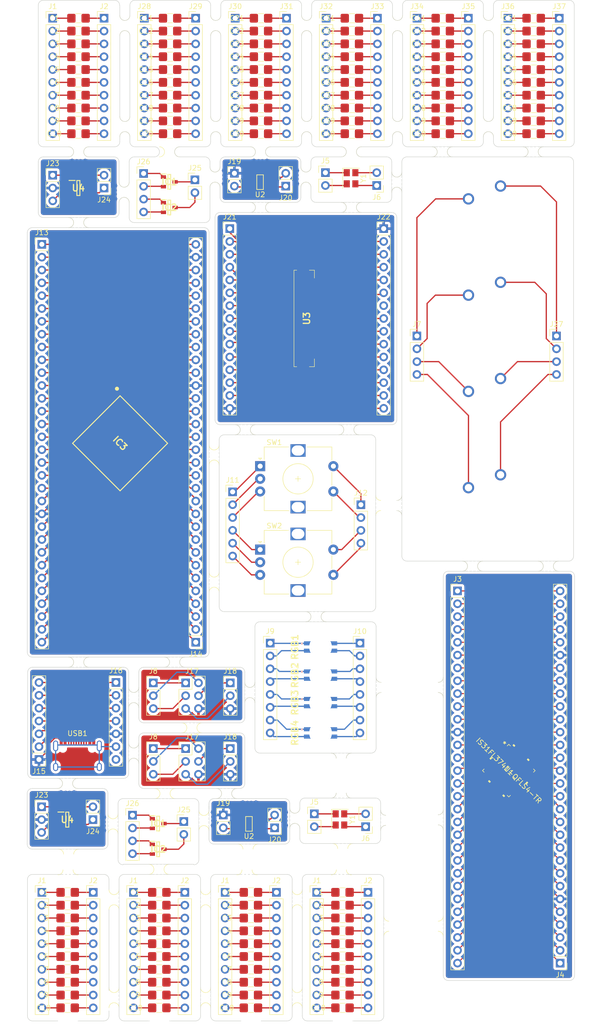
<source format=kicad_pcb>
(kicad_pcb (version 20211014) (generator pcbnew)
  (layers (0 "F.Cu" signal) (31 "B.Cu" signal) (34 "B.Paste" user) (35 "F.Paste" user) (36 "B.SilkS" user "B.Silkscreen") (37 "F.SilkS" user "F.Silkscreen") (38 "B.Mask" user) (39 "F.Mask" user) (44 "Edge.Cuts" user))
  (net 0 "")
  (net 1 "Net-(J5-Pad1)")
  (net 2 "Net-(J5-Pad2)")
  (net 3 "Net-(J10-Pad1)")
  (net 4 "Net-(J10-Pad2)")
  (net 5 "Net-(J10-Pad3)")
  (net 6 "Net-(J10-Pad4)")
  (net 7 "Net-(J10-Pad5)")
  (net 8 "Net-(J10-Pad6)")
  (net 9 "Net-(J10-Pad8)")
  (net 10 "Net-(J10-Pad7)")
  (net 11 "Net-(J11-Pad1)")
  (net 12 "Net-(J11-Pad4)")
  (net 13 "Net-(J12-Pad1)")
  (net 14 "Net-(J12-Pad2)")
  (net 15 "Net-(J12-Pad3)")
  (net 16 "Net-(J12-Pad4)")
  (net 17 "Net-(J11-Pad5)")
  (net 18 "Net-(J11-Pad6)")
  (net 19 "Net-(J6-Pad1)")
  (net 20 "Net-(J6-Pad2)")
  (net 21 "Net-(J9-Pad1)")
  (net 22 "Net-(J9-Pad2)")
  (net 23 "Net-(J9-Pad3)")
  (net 24 "Net-(J9-Pad4)")
  (net 25 "Net-(J9-Pad5)")
  (net 26 "Net-(J9-Pad6)")
  (net 27 "Net-(J9-Pad7)")
  (net 28 "Net-(J9-Pad8)")
  (net 29 "Net-(J11-Pad2)")
  (net 30 "Net-(J11-Pad3)")
  (net 31 "Net-(G1-Pad1)")
  (net 32 "Net-(G1-Pad2)")
  (net 33 "Net-(G2-Pad1)")
  (net 34 "Net-(G2-Pad2)")
  (net 35 "Net-(G3-Pad1)")
  (net 36 "Net-(G3-Pad2)")
  (net 37 "Net-(G4-Pad1)")
  (net 38 "Net-(G4-Pad2)")
  (net 39 "Net-(G5-Pad1)")
  (net 40 "Net-(G5-Pad2)")
  (net 41 "Net-(G6-Pad1)")
  (net 42 "Net-(G6-Pad2)")
  (net 43 "Net-(G7-Pad1)")
  (net 44 "Net-(G7-Pad2)")
  (net 45 "Net-(G8-Pad1)")
  (net 46 "Net-(G8-Pad2)")
  (net 47 "Net-(G9-Pad1)")
  (net 48 "Net-(G9-Pad2)")
  (net 49 "Net-(G10-Pad1)")
  (net 50 "Net-(G10-Pad2)")
  (net 51 "Net-(J15-Pad2)")
  (net 52 "Net-(J15-Pad3)")
  (net 53 "Net-(J15-Pad4)")
  (net 54 "Net-(J15-Pad5)")
  (net 55 "Net-(J15-Pad6)")
  (net 56 "Net-(J15-Pad7)")
  (net 57 "Net-(J16-Pad1)")
  (net 58 "Net-(J16-Pad2)")
  (net 59 "Net-(J16-Pad3)")
  (net 60 "Net-(J16-Pad4)")
  (net 61 "Net-(J16-Pad6)")
  (net 63 "Net-(J3-Pad1)")
  (net 64 "Net-(J3-Pad2)")
  (net 65 "Net-(J3-Pad3)")
  (net 66 "Net-(J3-Pad4)")
  (net 67 "Net-(J3-Pad5)")
  (net 68 "Net-(J3-Pad6)")
  (net 69 "Net-(J3-Pad7)")
  (net 70 "Net-(J3-Pad8)")
  (net 71 "Net-(J3-Pad9)")
  (net 72 "Net-(J3-Pad10)")
  (net 73 "Net-(J3-Pad11)")
  (net 74 "Net-(J3-Pad13)")
  (net 75 "Net-(J3-Pad14)")
  (net 76 "Net-(J3-Pad15)")
  (net 77 "Net-(J3-Pad16)")
  (net 78 "Net-(J3-Pad17)")
  (net 79 "Net-(J3-Pad18)")
  (net 80 "Net-(J3-Pad19)")
  (net 81 "Net-(J3-Pad20)")
  (net 82 "Net-(J3-Pad21)")
  (net 83 "Net-(J3-Pad22)")
  (net 84 "Net-(J3-Pad23)")
  (net 85 "Net-(J3-Pad24)")
  (net 86 "Net-(J3-Pad25)")
  (net 87 "Net-(J3-Pad26)")
  (net 88 "Net-(J3-Pad27)")
  (net 89 "Net-(J3-Pad28)")
  (net 90 "Net-(J3-Pad29)")
  (net 91 "Net-(J3-Pad30)")
  (net 92 "Net-(J4-Pad1)")
  (net 93 "Net-(J4-Pad2)")
  (net 94 "Net-(J4-Pad3)")
  (net 95 "Net-(J4-Pad4)")
  (net 96 "Net-(J4-Pad5)")
  (net 97 "Net-(J4-Pad7)")
  (net 98 "Net-(J4-Pad8)")
  (net 99 "Net-(J4-Pad9)")
  (net 100 "Net-(J4-Pad10)")
  (net 101 "Net-(J4-Pad11)")
  (net 102 "Net-(J4-Pad12)")
  (net 103 "Net-(J4-Pad13)")
  (net 104 "Net-(J4-Pad14)")
  (net 105 "Net-(J4-Pad15)")
  (net 106 "Net-(J4-Pad16)")
  (net 107 "Net-(J4-Pad17)")
  (net 108 "Net-(J4-Pad18)")
  (net 109 "Net-(J4-Pad19)")
  (net 110 "Net-(J4-Pad20)")
  (net 111 "Net-(J4-Pad21)")
  (net 112 "Net-(J4-Pad22)")
  (net 113 "Net-(J4-Pad23)")
  (net 114 "Net-(J4-Pad24)")
  (net 115 "Net-(J4-Pad26)")
  (net 116 "Net-(J4-Pad27)")
  (net 117 "Net-(J4-Pad28)")
  (net 118 "Net-(J4-Pad29)")
  (net 119 "Net-(J4-Pad30)")
  (net 120 "Net-(J17-Pad1)")
  (net 121 "Net-(J17-Pad2)")
  (net 122 "Net-(J17-Pad3)")
  (net 123 "Net-(J17-Pad4)")
  (net 124 "Net-(J17-Pad5)")
  (net 125 "Net-(J21-Pad1)")
  (net 126 "Net-(J21-Pad2)")
  (net 127 "Net-(J21-Pad3)")
  (net 128 "Net-(J21-Pad4)")
  (net 129 "Net-(J21-Pad5)")
  (net 130 "Net-(J21-Pad6)")
  (net 131 "Net-(J21-Pad7)")
  (net 132 "Net-(J21-Pad8)")
  (net 133 "Net-(J21-Pad9)")
  (net 134 "Net-(J21-Pad10)")
  (net 135 "Net-(J21-Pad11)")
  (net 136 "Net-(J21-Pad12)")
  (net 137 "Net-(J21-Pad13)")
  (net 138 "Net-(J21-Pad14)")
  (net 139 "Net-(J22-Pad2)")
  (net 140 "Net-(J22-Pad3)")
  (net 141 "Net-(J22-Pad4)")
  (net 142 "Net-(J22-Pad5)")
  (net 143 "Net-(J22-Pad6)")
  (net 145 "Net-(J22-Pad8)")
  (net 146 "Net-(J22-Pad9)")
  (net 147 "Net-(J22-Pad10)")
  (net 148 "Net-(J22-Pad11)")
  (net 149 "Net-(J22-Pad12)")
  (net 150 "Net-(J22-Pad13)")
  (net 151 "Net-(J22-Pad14)")
  (net 152 "Net-(J22-Pad15)")
  (net 154 "Net-(J23-Pad1)")
  (net 155 "Net-(J23-Pad3)")
  (net 156 "Net-(J24-Pad1)")
  (net 157 "Net-(J24-Pad2)")
  (net 158 "Net-(IC1-Pad1)")
  (net 159 "Net-(IC1-Pad2)")
  (net 160 "Net-(IC1-Pad3)")
  (net 161 "Net-(IC2-Pad1)")
  (net 162 "Net-(IC2-Pad2)")
  (net 163 "Net-(IC2-Pad3)")
  (net 164 "Net-(J19-Pad2)")
  (net 165 "Net-(J20-Pad1)")
  (net 166 "Net-(J20-Pad2)")
  (net 167 "GND_1")
  (net 168 "GND_2")
  (net 169 "Net-(IC3-Pad21)")
  (net 170 "GND_3")
  (net 171 "Net-(J7-Pad1)")
  (net 172 "Net-(J7-Pad2)")
  (net 173 "Net-(J7-Pad3)")
  (net 174 "Net-(J7-Pad4)")
  (net 175 "GND_6")
  (net 176 "GND_5")
  (net 177 "GND_7")
  (net 178 "GND_4")
  (net 179 "Net-(J27-Pad1)")
  (net 180 "Net-(J27-Pad2)")
  (net 181 "Net-(J27-Pad3)")
  (net 182 "Net-(J27-Pad4)")
  (net 183 "Net-(J14-Pad9)")
  (net 184 "Net-(J14-Pad8)")
  (net 185 "Net-(J14-Pad7)")
  (net 186 "Net-(J14-Pad6)")
  (net 187 "Net-(J14-Pad5)")
  (net 188 "Net-(J14-Pad4)")
  (net 189 "Net-(J14-Pad32)")
  (net 190 "Net-(J14-Pad30)")
  (net 191 "Net-(J14-Pad3)")
  (net 192 "Net-(J14-Pad29)")
  (net 193 "Net-(J14-Pad28)")
  (net 194 "Net-(J14-Pad27)")
  (net 195 "Net-(J14-Pad26)")
  (net 196 "Net-(J14-Pad25)")
  (net 197 "Net-(J14-Pad24)")
  (net 198 "Net-(J14-Pad23)")
  (net 199 "Net-(J14-Pad22)")
  (net 200 "Net-(J14-Pad20)")
  (net 201 "Net-(J14-Pad2)")
  (net 202 "Net-(J14-Pad19)")
  (net 203 "Net-(J14-Pad18)")
  (net 204 "Net-(J14-Pad17)")
  (net 205 "Net-(J14-Pad16)")
  (net 206 "Net-(J14-Pad15)")
  (net 207 "Net-(J14-Pad14)")
  (net 208 "Net-(J14-Pad13)")
  (net 209 "Net-(J14-Pad12)")
  (net 210 "Net-(J14-Pad11)")
  (net 211 "Net-(J14-Pad10)")
  (net 212 "Net-(J14-Pad1)")
  (net 213 "Net-(J13-Pad9)")
  (net 214 "Net-(J13-Pad8)")
  (net 215 "Net-(J13-Pad7)")
  (net 216 "Net-(J13-Pad6)")
  (net 217 "Net-(J13-Pad5)")
  (net 218 "Net-(J13-Pad4)")
  (net 219 "Net-(J13-Pad32)")
  (net 220 "Net-(J13-Pad31)")
  (net 221 "Net-(J13-Pad30)")
  (net 222 "Net-(J13-Pad3)")
  (net 223 "Net-(J13-Pad29)")
  (net 224 "Net-(J13-Pad28)")
  (net 225 "Net-(J13-Pad27)")
  (net 226 "Net-(J13-Pad26)")
  (net 227 "Net-(J13-Pad25)")
  (net 228 "Net-(J13-Pad24)")
  (net 229 "Net-(J13-Pad23)")
  (net 230 "Net-(J13-Pad20)")
  (net 231 "Net-(J13-Pad2)")
  (net 232 "Net-(J13-Pad19)")
  (net 233 "Net-(J13-Pad18)")
  (net 234 "Net-(J13-Pad17)")
  (net 235 "Net-(J13-Pad16)")
  (net 236 "Net-(J13-Pad15)")
  (net 237 "Net-(J13-Pad14)")
  (net 238 "Net-(J13-Pad13)")
  (net 239 "Net-(J13-Pad12)")
  (net 240 "Net-(J13-Pad11)")
  (net 241 "Net-(J13-Pad10)")
  (net 242 "Net-(J13-Pad1)")
  (footprint "Panelization:mouse-bite-2mm-slot-1-side" (layer "F.Cu") (at 100.2 215 90)
    (fp_text reference "mouse-bite-2mm-slot" hide)
    (fp_text value "VAL**" hide)
  )
  (footprint "Breadboard:Generic" (layer "F.Cu") (at 81.22 278.415)
    (fp_text reference "G10")
    (fp_text value "Generic_Small")
  )
  (footprint "Panelization:mouse-bite-2mm-slot" (layer "F.Cu") (at 29 109)
    (fp_text reference "mouse-bite-2mm-slot" hide)
    (fp_text value "VAL**" hide)
  )
  (footprint "Breadboard:Generic" (layer "F.Cu") (at 47.08 97.795)
    (fp_text reference "G17")
    (fp_text value "Generic_Small")
  )
  (footprint "Connector_PinHeader_2.54mm:PinHeader_1x02_P2.54mm_Vertical" (layer "F.Cu") (at 49.819999 241.54)
    (fp_text reference "J25")
    (fp_text value "Conn_01x02_Female")
  )
  (footprint "Panelization:mouse-bite-2mm-slot" (layer "F.Cu") (at 83 120)
    (fp_text reference "mouse-bite-2mm-slot" hide)
    (fp_text value "VAL**" hide)
  )
  (footprint "Connector_PinHeader_2.54mm:PinHeader_1x10_P2.54mm_Vertical" (layer "F.Cu") (at 106.16 82.555)
    (fp_text reference "J35")
    (fp_text value "Conn_01x10_Female")
  )
  (footprint "Breadboard:Generic" (layer "F.Cu") (at 28.94 105.415)
    (fp_text reference "G10")
    (fp_text value "Generic_Small")
  )
  (footprint "Panelization:mouse-bite-2mm-slot" (layer "F.Cu") (at 44.9 251)
    (fp_text reference "mouse-bite-2mm-slot" hide)
    (fp_text value "VAL**" hide)
  )
  (footprint "Breadboard:Generic" (layer "F.Cu") (at 63.08 258.095)
    (fp_text reference "G2")
    (fp_text value "Generic_Small")
  )
  (footprint "Panelization:mouse-bite-2mm-slot" (layer "F.Cu") (at 28.99 123)
    (fp_text reference "mouse-bite-2mm-slot" hide)
    (fp_text value "VAL**" hide)
  )
  (footprint "Breadboard:Generic" (layer "F.Cu") (at 81.22 258.095)
    (fp_text reference "G2")
    (fp_text value "Generic_Small")
  )
  (footprint "Connector_PinHeader_2.54mm:PinHeader_1x10_P2.54mm_Vertical" (layer "F.Cu") (at 42 82.555)
    (fp_text reference "J28")
    (fp_text value "Conn_01x10_Female")
  )
  (footprint "Connector_PinHeader_2.54mm:PinHeader_1x10_P2.54mm_Vertical" (layer "F.Cu") (at 70.16 82.555)
    (fp_text reference "J31")
    (fp_text value "Conn_01x10_Female")
  )
  (footprint "Breadboard:Generic" (layer "F.Cu") (at 63.08 273.335)
    (fp_text reference "G8")
    (fp_text value "Generic_Small")
  )
  (footprint "Connector_PinHeader_2.54mm:PinHeader_1x10_P2.54mm_Vertical" (layer "F.Cu") (at 23.86 82.555)
    (fp_text reference "J1")
    (fp_text value "Conn_01x10_Female")
  )
  (footprint "Connector_PinHeader_2.54mm:PinHeader_1x02_P2.54mm_Vertical" (layer "F.Cu") (at 77.86 113.119999)
    (fp_text reference "J5")
    (fp_text value "Conn_01x02_Female")
  )
  (footprint "Breadboard:Generic" (layer "F.Cu") (at 81.22 260.635)
    (fp_text reference "G3")
    (fp_text value "Generic_Small")
  )
  (footprint "Breadboard:Generic" (layer "F.Cu") (at 83.08 85.095)
    (fp_text reference "G32")
    (fp_text value "Generic_Small")
  )
  (footprint "SamacSys_Parts:SOT95P240X120-3N" (layer "F.Cu") (at 44.739999 241.939999)
    (fp_text reference "IC1")
    (fp_text value "BSS138" hide)
  )
  (footprint "Panelization:mouse-bite-2mm-slot-1-side" (layer "F.Cu") (at 62.34 251.1)
    (fp_text reference "mouse-bite-2mm-slot" hide)
    (fp_text value "VAL**" hide)
  )
  (footprint "Panelization:mouse-bite-2mm-slot" (layer "F.Cu") (at 92 115 90)
    (fp_text reference "mouse-bite-2mm-slot" hide)
    (fp_text value "VAL**" hide)
  )
  (footprint "Panelization:mouse-bite-2mm-slot" (layer "F.Cu") (at 56.14 84 90)
    (fp_text reference "mouse-bite-2mm-slot" hide)
    (fp_text value "VAL**" hide)
  )
  (footprint "Panelization:mouse-bite-2mm-slot" (layer "F.Cu") (at 82.5 164 180)
    (fp_text reference "mouse-bite-2mm-slot" hide)
    (fp_text value "VAL**" hide)
  )
  (footprint "Panelization:mouse-bite-2mm-slot" (layer "F.Cu") (at 122 191)
    (fp_text reference "mouse-bite-2mm-slot" hide)
    (fp_text value "VAL**" hide)
  )
  (footprint "Breadboard:Generic" (layer "F.Cu") (at 47.08 92.715)
    (fp_text reference "G15")
    (fp_text value "Generic_Small")
  )
  (footprint "Breadboard:Generic" (layer "F.Cu") (at 101.08 85.095)
    (fp_text reference "G42")
    (fp_text value "Generic_Small")
  )
  (footprint "Breadboard:Generic" (layer "F.Cu") (at 119.08 105.415001)
    (fp_text reference "G60")
    (fp_text value "Generic_Small")
  )
  (footprint "Breadboard:Generic" (layer "F.Cu") (at 63.08 265.715)
    (fp_text reference "G5")
    (fp_text value "Generic_Small")
  )
  (footprint "Panelization:mouse-bite-2mm-slot" (layer "F.Cu") (at 47 109)
    (fp_text reference "mouse-bite-2mm-slot" hide)
    (fp_text value "VAL**" hide)
  )
  (footprint "SamacSys_Parts:AT90USB1286-AU" (layer "F.Cu") (at 37.2 166.68 -45)
    (fp_text reference "IC3")
    (fp_text value "AT90USB1286-AU" hide)
  )
  (footprint "Connector_PinHeader_2.54mm:PinHeader_1x10_P2.54mm_Vertical" (layer "F.Cu") (at 88.16 82.555)
    (fp_text reference "J33")
    (fp_text value "Conn_01x10_Female")
  )
  (footprint "Breadboard:Generic" (layer "F.Cu") (at 44.94 278.415)
    (fp_text reference "G10")
    (fp_text value "Generic_Small")
  )
  (footprint "Panelization:mouse-bite-2mm-slot" (layer "F.Cu") (at 92.14 104 90)
    (fp_text reference "mouse-bite-2mm-slot" hide)
    (fp_text value "VAL**" hide)
  )
  (footprint "Breadboard:IS31FL3741-QFLS4-TR" (layer "F.Cu") (at 114.179999 231.46 -45)
    (fp_text reference "U1")
    (fp_text value "IS31FL3741-QFLS4-TR")
  )
  (footprint "Breadboard:Generic" (layer "F.Cu") (at 47.08 87.635)
    (fp_text reference "G13")
    (fp_text value "Generic_Small")
  )
  (footprint "Breadboard:Generic" (layer "F.Cu") (at 26.8 275.875)
    (fp_text reference "G9")
    (fp_text value "Generic_Small")
  )
  (footprint "Breadboard:Generic" (layer "F.Cu") (at 101.08 100.335)
    (fp_text reference "G48")
    (fp_text value "Generic_Small")
  )
  (footprint "Breadboard:Generic" (layer "F.Cu") (at 119.08 100.335001)
    (fp_text reference "G58")
    (fp_text value "Generic_Small")
  )
  (footprint "Panelization:mouse-bite-2mm-slot-1-side" (layer "F.Cu") (at 27.01 248 180)
    (fp_text reference "mouse-bite-2mm-slot" hide)
    (fp_text value "VAL**" hide)
  )
  (footprint "Breadboard:Generic" (layer "F.Cu") (at 83.08 92.715)
    (fp_text reference "G35")
    (fp_text value "Generic_Small")
  )
  (footprint "SamacSys_Parts:MXOnly-1U-NoLED_3Pins" (layer "F.Cu") (at 110 177.999999)
    (fp_text reference "MX4")
    (fp_text value "MX-NoLED")
  )
  (footprint "Breadboard:Generic" (layer "F.Cu") (at 83.08 97.795)
    (fp_text reference "G37")
    (fp_text value "Generic_Small")
  )
  (footprint "Panelization:mouse-bite-2mm-slot-1-side" (layer "F.Cu") (at 81 235.9)
    (fp_text reference "mouse-bite-2mm-slot" hide)
    (fp_text value "VAL**" hide)
  )
  (footprint "Panelization:mouse-bite-2mm-slot" (layer "F.Cu") (at 62 164 180)
    (fp_text reference "mouse-bite-2mm-slot" hide)
    (fp_text value "VAL**" hide)
  )
  (footprint "Breadboard:Generic" (layer "F.Cu") (at 101.08 95.255)
    (fp_text reference "G46")
    (fp_text value "Generic_Small")
  )
  (footprint "Panelization:mouse-bite-2mm-slot" (layer "F.Cu") (at 39.9 228 90)
    (fp_text reference "mouse-bite-2mm-slot" hide)
    (fp_text value "VAL**" hide)
  )
  (footprint "Panelization:mouse-bite-2mm-slot" (layer "F.Cu") (at 74.14 104 90)
    (fp_text reference "mouse-bite-2mm-slot" hide)
    (fp_text value "VAL**" hide)
  )
  (footprint "Connector_PinHeader_2.54mm:PinHeader_1x08_P2.54mm_Vertical" (layer "F.Cu") (at 66.919998 206.225)
    (fp_text reference "J9")
    (fp_text value "Conn_01x08_Female")
  )
  (footprint "Breadboard:Generic" (layer "F.Cu") (at 44.94 263.175)
    (fp_text reference "G4")
    (fp_text value "Generic_Small")
  )
  (footprint "Connector_PinHeader_2.54mm:PinHeader_1x10_P2.54mm_Vertical" (layer "F.Cu") (at 39.86 255.555)
    (fp_text reference "J1")
    (fp_text value "Conn_01x10_Female")
  )
  (footprint "Breadboard:Generic" (layer "F.Cu") (at 63.08 278.415)
    (fp_text reference "G10")
    (fp_text value "Generic_Small")
  )
  (footprint "Breadboard:Generic" (layer "F.Cu") (at 65.08 87.635)
    (fp_text reference "G23")
    (fp_text value "Generic_Small")
  )
  (footprint "Connector_PinHeader_2.54mm:PinHeader_1x10_P2.54mm_Vertical" (layer "F.Cu") (at 52.16 82.555)
    (fp_text reference "J29")
    (fp_text value "Conn_01x10_Female")
  )
  (footprint "Breadboard:Generic" (layer "F.Cu") (at 119.08 95.255001)
    (fp_text reference "G56")
    (fp_text value "Generic_Small")
  )
  (footprint "Panelization:mouse-bite-2mm-slot" (layer "F.Cu") (at 72.28 257.005 90)
    (fp_text reference "mouse-bite-2mm-slot" hide)
    (fp_text value "VAL**" hide)
  )
  (footprint "Breadboard:Generic" (layer "F.Cu") (at 65.08 97.795)
    (fp_text reference "G27")
    (fp_text value "Generic_Small")
  )
  (footprint "Connector_PinHeader_2.54mm:PinHeader_1x03_P2.54mm_Vertical" (layer "F.Cu") (at 43.78 227.101)
    (fp_text reference "J8")
    (fp_text value "Conn_01x03_Female")
  )
  (footprint "Breadboard:Generic" (layer "F.Cu") (at 65.08 90.175)
    (fp_text reference "G24")
    (fp_text value "Generic_Small")
  )
  (footprint "Breadboard:Generic" (layer "F.Cu") (at 119.08 92.715001)
    (fp_text reference "G55")
    (fp_text value "Generic_Small")
  )
  (footprint "Connector_PinHeader_2.54mm:PinHeader_2x03_P2.54mm_Vertical" (layer "F.Cu") (at 50.18 214.1)
    (fp_text reference "J17")
    (fp_text value "AVR-ISP-6")
  )
  (footprint "Breadboard:Generic" (layer "F.Cu") (at 101.08 82.555)
    (fp_text reference "G41")
    (fp_text value "Generic_Small")
  )
  (footprint "Connector_PinHeader_2.54mm:PinHeader_1x10_P2.54mm_Vertical" (layer "F.Cu") (at 21.72 255.555)
    (fp_text reference "J1")
    (fp_text value "Conn_01x10_Female")
  )
  (footprint "Panelization:mouse-bite-2mm-slot-1-side" (layer "F.Cu") (at 89.8 241.3 -90)
    (fp_text reference "mouse-bite-2mm-slot" hide)
    (fp_text value "VAL**" hide)
  )
  (footprint "Panelization:mouse-bite-2mm-slot-1-side" (layer "F.Cu") (at 100.19 262.26 90)
    (fp_text reference "mouse-bite-2mm-slot" hide)
    (fp_text value "VAL**" hide)
  )
  (footprint "Breadboard:Generic" (layer "F.Cu") (at 44.94 255.555)
    (fp_text reference "G1")
    (fp_text value "Generic_Small")
  )
  (footprint "Breadboard:Generic" (layer "F.Cu") (at 101.08 105.415)
    (fp_text reference "G50")
    (fp_text value "Generic_Small")
  )
  (footprint "SamacSys_Parts:5051103091" (layer "F.Cu") (at 74.16 141.975 -90)
    (fp_text reference "U3")
    (fp_text value "UG-2864HSWEG01" hide)
  )
  (footprint "Connector_PinHeader_2.54mm:PinHeader_1x10_P2.54mm_Vertical" (layer "F.Cu") (at 78 82.555)
    (fp_text reference "J32")
    (fp_text value "Conn_01x10_Female")
  )
  (footprint "Connector_PinHeader_2.54mm:PinHeader_1x10_P2.54mm_Vertical" (layer "F.Cu") (at 96 82.555)
    (fp_text reference "J34")
    (fp_text value "Conn_01x10_Female")
  )
  (footprint "Connector_PinHeader_2.54mm:PinHeader_2x03_P2.54mm_Vertical" (layer "F.Cu") (at 50.18 227.101)
    (fp_text reference "J17")
    (fp_text value "AVR-ISP-6")
  )
  (footprint "Breadboard:Generic" (layer "F.Cu") (at 44.94 260.635)
    (fp_text reference "G3")
    (fp_text value "Generic_Small")
  )
  (footprint "Panelization:mouse-bite-2mm-slot" (layer "F.Cu") (at 62.9 216 90)
    (fp_text reference "mouse-bite-2mm-slot" hide)
    (fp_text value "VAL**" hide)
  )
  (footprint "Breadboard:Generic" (layer "F.Cu") (at 65.08 105.415)
    (fp_text reference "G30")
    (fp_text value "Generic_Small")
  )
  (footprint "Panelization:mouse-bite-2mm-slot" (layer "F.Cu") (at 110.14 84 90)
    (fp_text reference "mouse-bite-2mm-slot" hide)
    (fp_text value "VAL**" hide)
  )
  (footprint "Panelization:mouse-bite-2mm-slot" (layer "F.Cu") (at 46.1 236)
    (fp_text reference "mouse-bite-2mm-slot" hide)
    (fp_text value "VAL**" hide)
  )
  (footprint "Connector_PinHeader_2.54mm:PinHeader_1x08_P2.54mm_Vertical" (layer "F.Cu") (at 84.699998 206.225)
    (fp_text reference "J10")
    (fp_text value "Conn_01x08_Female")
  )
  (footprint "Breadboard:Generic" (layer "F.Cu") (at 83.08 105.415)
    (fp_text reference "G40")
    (fp_text value "Generic_Small")
  )
  (footprint "SamacSys_Parts:SOT95P282X130-5N" (layer "F.Cu") (at 28.94 116.159999)
    (fp_text reference "U4")
    (fp_text value "AP2112K-3.3" hide)
  )
  (footprint "Breadboard:Generic" (layer "F.Cu") (at 83.08 90.175)
    (fp_text reference "G34")
    (fp_text value "Generic_Small")
  )
  (footprint "Connector_PinHeader_2.54mm:PinHeader_1x32_P2.54mm_Vertical" (layer "F.Cu") (at 21.706 127.305)
    (fp_text reference "J13")
    (fp_text value "Conn_01x32_Female")
  )
  (footprint "Panelization:mouse-bite-2mm-slot" (layer "F.Cu") (at 56.14 104 90)
    (fp_text reference "mouse-bite-2mm-slot" hide)
    (fp_text value "VAL**" hide)
  )
  (footprint "Panelization:mouse-bite-2mm-slot" (layer "F.Cu") (at 92.14 84 90)
    (fp_text reference "mouse-bite-2mm-slot" hide)
    (fp_text value "VAL**" hide)
  )
  (footprint "Breadboard:Generic" (layer "F.Cu") (at 63.08 268.255)
    (fp_text reference "G6")
    (fp_text value "Generic_Small")
  )
  (footprint "Breadboard:Generic" (layer "F.Cu") (at 101.08 92.715)
    (fp_text reference "G45")
    (fp_text value "Generic_Small")
  )
  (footprint "Panelization:mouse-bite-2mm-slot" (layer "F.Cu") (at 74.14 84 90)
    (fp_text reference "mouse-bite-2mm-slot" hide)
    (fp_text value "VAL**" hide)
  )
  (footprint "Breadboard:Generic" (layer "F.Cu") (at 83.08 82.555)
    (fp_text reference "G31")
    (fp_text value "Generic_Small")
  )
  (footprint "Connector_PinHeader_2.54mm:PinHeader_1x15_P2.54mm_Vertical" (layer "F.Cu") (at 89.4 124.2)
    (fp_text reference "J22")
    (fp_text value "Conn_01x15_Female")
  )
  (footprint "Breadboard:Generic" (layer "F.Cu") (at 44.94 275.875)
    (fp_text reference "G9")
    (fp_text value "Generic_Small")
  )
  (footprint "Breadboard:Generic" (layer "F.Cu") (at 28.94 95.255)
    (fp_text reference "G6")
    (fp_text value "Generic_Small")
  )
  (footprint "Panelization:mouse-bite-2mm-slot" (layer "F.Cu") (at 55.826 194.16 90)
    (fp_text reference "mouse-bite-2mm-slot" hide)
    (fp_text value "VAL**" hide)
  )
  (footprint "Breadboard:Generic" (layer "F.Cu") (at 28.94 92.715)
    (fp_text reference "G5")
    (fp_text value "Generic_Small")
  )
  (footprint "Breadboard:Generic" (layer "F.Cu") (at 28.94 82.555)
    (fp_text reference "G1")
    (fp_text value "Generic_Small")
  )
  (footprint "Breadboard:Generic" (layer "F.Cu") (at 44.94 265.715)
    (fp_text reference "G5")
    (fp_text value "Generic_Small")
  )
  (footprint "Panelization:mouse-bite-2mm-slot-1-side" (layer "F.Cu") (at 92 179 90)
    (fp_text reference "mouse-bite-2mm-slot" hide)
    (fp_text value "VAL**" hide)
  )
  (footprint "Breadboard:Generic" (layer "F.Cu") (at 119.08 82.555001)
    (fp_text reference "G51")
    (fp_text value "Generic_Small")
  )
  (footprint "Breadboard:Generic" (layer "F.Cu") (at 47.08 102.875)
    (fp_text reference "G19")
    (fp_text value "Generic_Small")
  )
  (footprint "Connector_PinHeader_2.54mm:PinHeader_1x04_P2.54mm_Vertical" (layer "F.Cu") (at 41.86 113.28)
    (fp_text reference "J26")
    (fp_text value "Conn_01x04_Female")
  )
  (footprint "Breadboard:Generic" (layer "F.Cu") (at 63.08 263.175)
    (fp_text reference "G4")
    (fp_text value "Generic_Small")
  )
  (footprint "Connector_PinHeader_2.54mm:PinHeader_1x10_P2.54mm_Vertical" (layer "F.Cu") (at 58 255.555)
    (fp_text reference "J1")
    (fp_text value "Conn_01x10_Female")
  )
  (footprint "Connector_PinHeader_2.54mm:PinHeader_1x02_P2.54mm_Vertical" (layer "F.Cu") (at 69.999999 115.78 180)
    (fp_text reference "J20")
    (fp_text value "Conn_01x02_Female")
  )
  (footprint "Breadboard:Generic" (layer "F.Cu") (at 26.8 278.415)
    (fp_text reference "G10")
    (fp_text value "Generic_Small")
  )
  (footprint "SamacSys_Parts:SOT95P240X120-3N" (layer "F.Cu") (at 46.94 120.019999)
    (fp_text reference "IC2")
    (fp_text value "BSS138" hide)
  )
  (footprint "Breadboard:Generic" (layer "F.Cu") (at 65.08 102.875)
    (fp_text reference "G29")
    (fp_text value "Generic_Small")
  )
  (footprint "Breadboard:Generic" (layer "F.Cu") (at 63.08 260.635)
    (fp_text reference "G3")
    (fp_text value "Generic_Small")
  )
  (footprint "Connector_PinHeader_2.54mm:PinHeader_1x30_P2.54mm_Vertical" (layer "F.Cu") (at 124.339999 269.56 180)
    (fp_text reference "J4")
    (fp_text value "Conn_01x30_Female")
  )
  (footprint "Connector_PinHeader_2.54mm:PinHeader_1x02_P2.54mm_Vertical" (layer "F.Cu") (at 75.66 240.012894)
    (fp_text reference "J5")
    (fp_text value "Conn_01x02_Female")
  )
  (footprint "Breadboard:Generic" (layer "F.Cu") (at 65.08 85.095)
    (fp_text reference "G22")
    (fp_text value "Generic_Small")
  )
  (footprint "Panelization:mouse-bite-2mm-slot" (layer "F.Cu") (at 76 201)
    (fp_text reference "mouse-bite-2mm-slot" hide)
    (fp_text value "VAL**" hide)
  )
  (footprint "Crystal:Crystal_SMD_3225-4Pin_3.2x2.5mm" (layer "F.Cu") (at 80.74 241.124144 -90)
    (fp_text reference "Y1")
    (fp_text value "Crystal_GND24_Small")
  )
  (footprint "Breadboard:Generic" (layer "F.Cu") (at 28.94 97.795)
    (fp_text reference "G7")
    (fp_text value "Generic_Small")
  )
  (footprint "Connector_PinHeader_2.54mm:PinHeader_1x02_P2.54mm_Vertical" (layer "F.Cu") (at 52.02 114.54)
    (fp_text reference "J25")
    (fp_text value "Conn_01x02_Female")
  )
  (footprint "SamacSys_Parts:MXOnly-1U-NoLED_3Pins" (layer "F.Cu") (at 110 120.849999)
    (fp_text reference "MX1")
    (fp_text value "MX-NoLED")
  )
  (footprint "Rotary_Encoder:RotaryEncoder_Alps_EC12E-Switch_Vertical_H20mm" (layer "F.Cu") (at 64.935999 171.209999)
    (fp_text reference "SW1")
    (fp_text value "RotaryEncoder_Switch")
  )
  (footprint "Breadboard:Generic" (layer "F.Cu") (at 47.08 105.415)
    (fp_text reference "G20")
    (fp_text value "Generic_Small")
  )
  (footprint "Connector_PinHeader_2.54mm:PinHeader_1x10_P2.54mm_Vertical" (layer "F.Cu") (at 31.88 255.555)
    (fp_text reference "J2")
    (fp_text value "Conn_01x10_Female")
  )
  (footprint "Breadboard:Generic" (layer "F.Cu") (at 44.94 270.795)
    (fp_text reference "G7")
    (fp_text value "Generic_Small")
  )
  (footprint "Breadboard:Generic" (layer "F.Cu") (at 101.08 87.635)
    (fp_text reference "G43")
    (fp_text value "Generic_Small")
  )
  (footprint "Breadboard:Generic" (layer "F.Cu") (at 81.22 270.795)
    (fp_text reference "G7")
    (fp_text value "Generic_Small")
  )
  (footprint "Panelization:mouse-bite-2mm-slot" (layer "F.Cu") (at 101 109)
    (fp_text reference "mouse-bite-2mm-slot" hide)
    (fp_text value "VAL**" hide)
  )
  (footprint "Connector_PinHeader_2.54mm:PinHeader_1x10_P2.54mm_Vertical" (layer "F.Cu") (at 124.16 82.555001)
    (fp_text reference "J37")
    (fp_text value "Conn_01x10_Female")
  )
  (footprint "Connector_PinHeader_2.54mm:PinHeader_1x02_P2.54mm_Vertical" (layer "F.Cu") (at 67.799999 242.780002 180)
    (fp_text reference "J20")
    (fp_text value "Conn_01x02_Female")
  )
  (footprint "Connector_PinHeader_2.54mm:PinHeader_1x04_P2.54mm_Vertical" (layer "F.Cu") (at 95.98 145.439999)
    (fp_text reference "J7")
    (fp_text value "Conn_01x04_Female")
  )
  (footprint "Connector_PinHeader_2.54mm:PinHeader_1x32_P2.54mm_Vertical" (layer "F.Cu") (at 52.186 206.055 180)
    (fp_text reference "J14")
    (fp_text value "Conn_01x32_Female")
  )
  (footprint "Connector_PinHeader_2.54mm:PinHeader_1x02_P2.54mm_Vertical" (layer "F.Cu") (at 88.02 115.659999 180)
    (fp_text reference "J6")
    (fp_text value "Conn_01x02_Female")
  )
  (footprint "Breadboard:Generic" (layer "F.Cu") (at 65.08 100.335)
    (fp_text reference "G28")
    (fp_text value "Generic_Small")
  )
  (footprint "Type-C:HRO-TYPE-C-31-M-12" (layer "F.Cu") (at 28.76 233.345)
    (fp_text reference "USB1")
    (fp_text value "HRO-TYPE-C-31-M-12")
  )
  (footprint "Breadboard:Generic" (layer "F.Cu") (at 28.94 102.875)
    (fp_text reference "G9")
    (fp_text value "Generic_Small")
  )
  (footprint "SamacSys_Parts:MXOnly-1U-NoLED_3Pins" (layer "F.Cu") (at 110 139.899999)
    (fp_text reference "MX2")
    (fp_text value "MX-NoLED")
  )
  (footprint "Panelization:mouse-bite-2mm-slot" (layer "F.Cu") (at 56 114 90)
    (fp_text reference "mouse-bite-2mm-slot" hide)
    (fp_text value "VAL**" hide)
  )
  (footprint "Panelization:mouse-bite-2mm-slot" (layer "F.Cu") (at 39.9 217 90)
    (fp_text reference "mouse-bite-2mm-slot" hide)
    (fp_text value "VAL**" hide)
  )
  (footprint "Connector_PinHeader_2.54mm:PinHeader_1x07_P2.54mm_Vertical" (layer "F.Cu") (at 36.38 214.015)
    (fp_text reference "J16")
    (fp_text value "Conn_01x07_Female")
  )
  (footprint "Breadboard:Generic" (layer "F.Cu") (at 47.08 95.255)
    (fp_text reference "G16")
    (fp_text value "Generic_Small")
  )
  (footprint "Breadboard:Generic" (layer "F.Cu") (at 44.94 273.335)
    (fp_text reference "G8")
    (fp_text value "Generic_Small")
  )
  (footprint "Breadboard:Generic" (layer "F.Cu") (at 81.22 265.715)
    (fp_text reference "G5")
    (fp_text value "Generic_Small")
  )
  (footprint "Breadboard:Generic" (layer "F.Cu") (at 81.22 275.875)
    (fp_text reference "G9")
    (fp_text value "Generic_Small")
  )
  (footprint "Breadboard:Generic" (layer "F.Cu") (at 47.08 82.555)
    (fp_text reference "G11")
    (fp_text value "Generic_Small")
  )
  (footprint "Rotary_Encoder:RotaryEncoder_Alps_EC12E-Switch_Vertical_H20mm" (layer "F.Cu") (at 64.935999 187.719999)
    (fp_text reference "SW2")
    (fp_text value "RotaryEncoder_Switch")
  )
  (footprint "Panelization:mouse-bite-2mm-slot" (layer "F.Cu") (at 35.8 242 90)
    (fp_text reference "mouse-bite-2mm-slot" hide)
    (fp_text value "VAL**" hide)
  )
  (footprint "Panelization:mouse-bite-2mm-slot" (layer "F.Cu") (at 29 210)
    (fp_text reference "mouse-bite-2mm-slot" hide)
    (fp_text value "VAL**" hide)
  )
  (footprint "Breadboard:Generic" (layer "F.Cu") (at 101.08 90.175)
    (fp_text reference "G44")
    (fp_text value "Generic_Small")
  )
  (footprint "Breadboard:Generic" (layer "F.Cu") (at 119.08 85.095001)
    (fp_text reference "G52")
    (fp_text value "Generic_Small")
  )
  (footprint "Breadboard:Generic" (layer "F.Cu") (at 65.08 92.715)
    (fp_text reference "G25")
    (fp_text value "Generic_Small")
  )
  (footprint "Panelization:mouse-bite-2mm-slot" (layer "F.Cu") (at 48 210 180)
    (fp_text reference "mouse-bite-2mm-slot" hide)
    (fp_text value "VAL**" hide)
  )
  (footprint "Breadboard:Generic" (layer "F.Cu") (at 101.08 102.875)
    (fp_text reference "G49")
    (fp_text value "Generic_Small")
  )
  (footprint "Connector_PinHeader_2.54mm:PinHeader_1x02_P2.54mm_Vertical" (layer "F.Cu") (at 31.820001 241.159999 180)
    (fp_text reference "J24")
    (fp_text value "Conn_01x02_Female")
  )
  (footprint "Connector_PinHeader_2.54mm:PinHeader_1x06_P2.54mm_Vertical" (layer "F.Cu") (at 59.485999 176.289999)
    (fp_text reference "J11")
    (fp_text value "Conn_01x06_Female")
  )
  (footprint "random-keyboard-parts:SOT143B" (layer "F.Cu") (at 64.919999 115)
    (fp_text reference "U2")
    (fp_text value "PRTR5V0U2X")
  )
  (footprint "Breadboard:Generic" (layer "F.Cu") (at 47.08 90.175)
    (fp_text reference "G14")
    (fp_text value "Generic_Small")
  )
  (footprint "Breadboard:Generic" (layer "F.Cu") (at 83.08 95.255)
    (fp_text reference "G36")
    (fp_text value "Generic_Small")
  )
  (footprint "Connector_PinHeader_2.54mm:PinHeader_1x03_P2.54mm_Vertical" (layer "F.Cu") (at 43.78 214.1)
    (fp_text reference "J8")
    (fp_text value "Conn_01x03_Female")
  )
  (footprint "Breadboard:Generic" (layer "F.Cu") (at 81.22 273.335)
    (fp_text reference "G8")
    (fp_text value "Generic_Small")
  )
  (footprint "Breadboard:Generic" (layer "F.Cu") (at 28.94 90.175)
    (fp_text reference "G4")
    (fp_text value "Generic_Small")
  )
  (footprint "SamacSys_Parts:SOT95P240X120-3N" (layer "F.Cu") (at 44.739999 247.019999)
    (fp_text reference "IC2")
    (fp_text value "BSS138" hide)
  )
  (footprint "Panelization:mouse-bite-2mm-slot" (layer "F.Cu") (at 26.8 234)
    (fp_text reference "mouse-bite-2mm-slot" hide)
    (fp_text value "VAL**" hide)
  )
  (footprint "Panelization:mouse-bite-2mm-slot" (layer "F.Cu") (at 54.14 276.395 90)
    (fp_text reference "mouse-bite-2mm-slot" hide)
    (fp_text value "VAL**" hide)
  )
  (footprint "Panelization:mouse-bite-2mm-slot" (layer "F.Cu") (at 107 191)
    (fp_text reference "mouse-bite-2mm-slot" hide)
    (fp_text value "VAL**" hide)
  )
  (footprint "Breadboard:Generic" (layer "F.Cu") (at 81.22 263.175)
    (fp_text reference "G4")
    (fp_text value "Generic_Small")
  )
  (footprint "Connector_PinHeader_2.54mm:PinHeader_1x10_P2.54mm_Vertical" (layer "F.Cu") (at 76.14 255.555)
    (fp_text reference "J1")
    (fp_text value "Conn_01x10_Female")
  )
  (footprint "Connector_PinHeader_2.54mm:PinHeader_1x30_P2.54mm_Vertical" (layer "F.Cu") (at 104.019999 195.9)
    (fp_text reference "J3")
    (fp_text value "Conn_01x30_Female")
  )
  (footprint "Breadboard:Generic" (layer "F.Cu") (at 26.8 265.715)
    (fp_text reference "G5")
    (fp_text value "Generic_Small")
  )
  (footprint "Breadboard:Generic" (layer "F.Cu") (at 119.08 90.175001)
    (fp_text reference "G54")
    (fp_text value "Generic_Small")
  )
  (footprint "Breadboard:Generic" (layer "F.Cu") (at 44.94 268.255)
    (fp_text reference "G6")
    (fp_text value "Generic_Small")
  )
  (footprint "Panelization:mouse-bite-2mm-slot" (layer "F.Cu") (at 65 109)
    (fp_text reference "mouse-bite-2mm-slot" hide)
    (fp_text value "VAL**" hide)
  )
  (footprint "Panelization:mouse-bite-2mm-slot" (layer "F.Cu") (at 58.3 236)
    (fp_text reference "mouse-bite-2mm-slot" hide)
    (fp_text value "VAL**" hide)
  )
  (footprint "Breadboard:Generic" (layer "F.Cu") (at 47.08 85.095)
    (fp_text reference "G12")
    (fp_text value "Generic_Small")
  )
  (footprint "Breadboard:Generic" (layer "F.Cu") (at 63.08 270.795)
    (fp_text reference "G7")
    (fp_text value "Generic_Small")
  )
  (footprint "Breadboard:Generic" (layer "F.Cu") (at 26.8 255.555)
    (fp_text reference "G1")
    (fp_text value "Generic_Small")
  )
  (footprint "Connector_PinHeader_2.54mm:PinHeader_1x02_P2.54mm_Vertical" (layer "F.Cu") (at 85.82 242.552894 180)
    (fp_text reference "J6")
    (fp_text value "Conn_01x02_Female")
  )
  (footprint "Panelization:mouse-bite-2mm-slot-1-side" (layer "F.Cu") (at 90.42 262.26 -90)
    (fp_text reference "mouse-bite-2mm-slot" hide)
    (fp_text value "VAL**" hide)
  )
  (footprint "Panelization:mouse-bite-2mm-slot" (layer "F.Cu") (at 38.14 104 90)
    (fp_text reference "mouse-bite-2mm-slot" hide)
    (fp_text value "VAL**" hide)
  )
  (footprint "Panelization:mouse-bite-2mm-slot-1-side" (layer "F.Cu") (at 26.89 251.09)
    (fp_text reference "mouse-bite-2mm-slot" hide)
    (fp_text value "VAL**" hide)
  )
  (footprint "Breadboard:Generic" (layer "F.Cu") (at 83.08 100.335)
    (fp_text reference "G38")
    (fp_text value "Generic_Small")
  )
  (footprint "Breadboard:Generic" (layer "F.Cu") (at 81.22 255.555)
    (fp_text reference "G1")
    (fp_text value "Generic_Small")
  )
  (footprint "Panelization:mouse-bite-2mm-slot" (layer "F.Cu") (at 51.42 223 180)
    (fp_text reference "mouse-bite-2mm-slot" hide)
    (fp_text value "VAL**" hide)
  )
  (footprint "Panelization:mouse-bite-2mm-slot-1-side" (layer "F.Cu") (at 62.53 247 180)
    (fp_text reference "mouse-bite-2mm-slot" hide)
    (fp_text value "VAL**" hide)
  )
  (footprint "Connector_PinHeader_2.54mm:PinHeader_1x15_P2.54mm_Vertical" (layer "F.Cu") (at 58.92 124.2)
    (fp_text reference "J21")
    (fp_text value "Conn_01x15_Female")
  )
  (footprint "Panelization:mouse-bite-2mm-slot-1-side" (layer "F.Cu") (at 81 229 180)
    (fp_text reference "mouse-bite-2mm-slot" hide)
    (fp_text value "VAL**" hide)
  )
  (footprint "Breadboard:Generic" (layer "F.Cu") (at 83.08 102.875)
    (fp_text reference "G39")
    (fp_text value "Generic_Small")
  )
  (footprint "SamacSys_Parts:SOT95P282X130-5N" (layer "F.Cu") (at 26.740001 241.159999)
    (fp_text reference "U4")
    (fp_text value "AP2112K-3.3" hide)
  )
  (footprint "Breadboard:Generic" (layer "F.Cu") (at 26.8 268.255)
    (fp_text reference "G6")
    (fp_text value "Generic_Small")
  )
  (footprint "Panelization:mouse-bite-2mm-slot" (layer "F.Cu") (at 53.8 241.34 90)
    (fp_text reference "mouse-bite-2mm-slot" hide)
    (fp_text value "VAL**" hide)
  )
  (footprint "Breadboard:Generic" (layer "F.Cu") (at 119.08 87.635001)
    (fp_text reference "G53")
    (fp_text value "Generic_Small")
  )
  (footprint "Panelization:mouse-bite-2mm-slot" (layer "F.Cu") (at 110.14 104 90)
    (fp_text reference "mouse-bite-2mm-slot" hide)
    (fp_text value "VAL**" hide)
  )
  (footprint "Breadboard:Generic" (layer "F.Cu") (at 28.94 87.635)
    (fp_text reference "G3")
    (fp_text value "Generic_Small")
  )
  (footprint "Breadboard:Generic" (layer "F.Cu") (at 26.8 258.095)
    (fp_text reference "G2")
    (fp_text value "Generic_Small")
  )
  (footprint "Connector_PinHeader_2.54mm:PinHeader_1x07_P2.54mm_Vertical" (layer "F.Cu") (at 21.14 229.26 180)
    (fp_text reference "J15")
    (fp_text value "Conn_01x07_Female")
  )
  (footprint "Breadboard:Generic" (layer "F.Cu") (at 47.08 100.335)
    (fp_text reference "G18")
    (fp_text value "Generic_Small")
  )
  (footprint "random-keyboard-parts:SOT143B" (layer "F.Cu") (at 62.719999 242.000002)
    (fp_text reference "U2")
    (fp_text value "PRTR5V0U2X")
  )
  (footprint "Panelization:mouse-bite-2mm-slot-1-side" (layer "F.Cu") (at 81.29 246.89 180)
    (fp_text reference "mouse-bite-2mm-slot" hide)
    (fp_text value "VAL**" hide)
  )
  (footprint "Connector_PinHeader_2.54mm:PinHeader_1x04_P2.54mm_Vertical" (layer "F.Cu") (at 123.62 145.439999)
    (fp_text reference "J27")
    (fp_text value "Conn_01x04_Female")
  )
  (footprint "Crystal:Crystal_SMD_3225-4Pin_3.2x2.5mm" (layer "F.Cu") (at 82.94 114.231249 -90)
    (fp_text reference "Y1")
    (fp_text value "Crystal_GND24_Small")
  )
  (footprint "Breadboard:Generic" (layer "F.Cu") (at 28.94 100.335)
    (fp_text reference "G8")
    (fp_text value "Generic_Small")
  )
  (footprint "Panelization:mouse-bite-2mm-slot" (layer "F.Cu") (at 74 114 90)
    (fp_text reference "mouse-bite-2mm-slot" hide)
    (fp_text value "VAL**" hide)
  )
  (footprint "Connector_PinHeader_2.54mm:PinHeader_1x04_P2.54mm_Vertical" (layer "F.Cu") (at 39.659999 240.28)
    (fp_text reference "J26")
    (fp_text value "Conn_01x04_Female")
  )
  (footprint "Panelization:mouse-bite-2mm-slot" (layer "F.Cu") (at 36 257.005 90)
    (fp_text reference "mouse-bite-2mm-slot" hide)
    (fp_text value "VAL**" hide)
  )
  (footprint "Connector_PinHeader_2.54mm:PinHeader_1x10_P2.54mm_Vertical" (layer "F.Cu") (at 86.3 255.555)
    (fp_text reference "J2")
    (fp_text value "Conn_01x10_Female")
  )
  (footprint "Connector_PinHeader_2.54mm:PinHeader_1x10_P2.54mm_Vertical" (layer "F.Cu") (at 114 82.555001)
    (fp_text reference "J36")
    (fp_text value "Conn_01x10_Female")
  )
  (footprint "Connector_PinHeader_2.54mm:PinHeader_1x10_P2.54mm_Vertical" (layer "F.Cu") (at 68.16 255.555)
    (fp_text reference "J2")
    (fp_text value "Conn_01x10_Female")
  )
  (footprint "Breadboard:Generic" (layer "F.Cu") (at 44.94 258.095)
    (fp_text reference "G2")
    (fp_text value "Generic_Small")
  )
  (footprint "Breadboard:Generic" (layer "F.Cu") (at 26.8 270.795)
    (fp_text reference "G7")
    (fp_text value "Generic_Small")
  )
  (footprint "Breadboard:Generic" (layer "F.Cu") (at 26.8 260.635)
    (fp_text reference "G3")
    (fp_text value "Generic_Small")
  )
  (footprint "Panelization:mouse-bite-2mm-slot" (layer "F.Cu") (at 38 117 90)
    (fp_text reference "mouse-bite-2mm-slot" hide)
    (fp_text value "VAL**" hide)
  )
  (footprint "Connector_PinHeader_2.54mm:PinHeader_1x02_P2.54mm_Vertical" (layer "F.Cu") (at 34.02 116.159999 180)
    (fp_text reference "J24")
    (fp_text value "Conn_01x02_Female")
  )
  (footprint "Connector_PinHeader_2.54mm:PinHeader_1x03_P2.54mm_Vertical" (layer "F.Cu") (at 59.02 214.1)
    (fp_text reference "J18")
    (fp_text value "Conn_01x03_Female")
  )
  (footprint "Panelization:mouse-bite-2mm-slot-1-side" (layer "F.Cu") (at 88.9 215 -90)
    (fp_text reference "mouse-bite-2mm-slot" hide)
    (fp_text value "VAL**" hide)
  )
  (footprint "Connector_PinHeader_2.54mm:PinHeader_1x10_P2.54mm_Vertical" (layer "F.Cu") (at 50.02 255.555)
    (fp_text reference "J2")
    (fp_text value "Conn_01x10_Female")
  )
  (footprint "Connector_PinHeader_2.54mm:PinHeader_1x03_P2.54mm_Vertical" (layer "F.Cu") (at 59.02 227.101)
    (fp_text reference "J18")
    (fp_text value "Conn_01x03_Female")
  )
  (footprint "Breadboard:Generic" (layer "F.Cu") (at 83.08 87.635)
    (fp_text reference "G33")
    (fp_text value "Generic_Small")
  )
  (footprint "Connector_PinHeader_2.54mm:PinHeader_1x10_P2.54mm_Vertical" (layer "F.Cu") (at 60 82.555)
    (fp_text reference "J30")
    (fp_text value "Conn_01x10_Female")
  )
  (footprint "Breadboard:Generic" (layer "F.Cu") (at 81.22 268.255)
    (fp_text reference "G6")
    (fp_text value "Generic_Small")
  )
  (footprint "Breadboard:Generic" (layer "F.Cu") (at 119.08 102.875001)
    (fp_text reference "G59")
    (fp_text value "Generic_Small")
  )
  (footprint "Panelization:mouse-bite-2mm-slot" (layer "F.Cu") (at 72.28 276.395 90)
    (fp_text reference "mouse-bite-2mm-slot" hide)
    (fp_text value "VAL**" hide)
  )
  (footprint "Panelization:mouse-bite-2mm-slot" (layer "F.Cu") (at 119 109)
    (fp_text reference "mouse-bite-2mm-slot" hide)
    (fp_text value "VAL**" hide)
  )
  (footprint "Breadboard:Generic" (layer "F.Cu") (at 63.08 275.875)
    (fp_text reference "G9")
    (fp_text value "Generic_Small")
  )
  (footprint "SamacSys_Parts:SOT95P240X120-3N" (layer "F.Cu") (at 46.94 114.939999)
    (fp_text reference "IC1")
    (fp_text value "BSS138" hide)
  )
  (footprint "Connector_PinHeader_2.54mm:PinHeader_1x03_P2.54mm_Vertical" (layer "F.Cu") (at 21.660001 238.619999)
    (fp_text reference "J23")
    (fp_text value "Conn_01x03_Female")
  )
  (footprint "Connector_PinHeader_2.54mm:PinHeader_1x02_P2.54mm_Vertical" (layer "F.Cu") (at 57.639999 240.240002)
    (fp_text reference "J19")
    (fp_text value "Conn_01x02_Female")
  )
  (footprint "Panelization:mouse-bite-2mm-slot-1-side" (layer "F.Cu") (at 81.02 251.09)
    (fp_text reference "mouse-bite-2mm-slot" hide)
    (fp_text value "VAL**" hide)
  )
  (footprint "Panelization:mouse-bite-2mm-slot" (layer "F.Cu") (at 83 109)
    (fp_text reference "mouse-bite-2mm-slot" hide)
    (fp_text value "VAL**" hide)
  )
  (footprint "Breadboard:Generic" (layer "F.Cu") (at 65.08 95.255)
    (fp_text reference "G26")
    (fp_text value "Generic_Small")
  )
  (footprint "Panelization:mouse-bite-2mm-slot" (layer "F.Cu") (at 65 120)
    (fp_text reference "mouse-bite-2mm-slot" hide)
    (fp_text value "VAL**" hide)
  )
  (footprint "Panelization:mouse-bite-2mm-slot" (layer "F.Cu") (at 54.14 257.005 90)
    (fp_text reference "mouse-bite-2mm-slot" hide)
    (fp_text value "VAL**" hide)
  )
  (footprint "Connector_PinHeader_2.54mm:PinHeader_1x03_P2.54mm_Vertical" (layer "F.Cu") (at 23.86 113.619999)
    (fp_text reference "J23")
    (fp_text value "Conn_01x03_Female")
  )
  (footprint "SamacSys_Parts:MXOnly-1U-NoLED_3Pins" (layer "F.Cu") (at 110 158.949999)
    (fp_text reference "MX3")
    (fp_text value "MX-NoLED")
  )
  (footprint "Panelization:mouse-bite-2mm-slot" (layer "F.Cu") (at 36 276.395 90)
    (fp_text reference "mouse-bite-2mm-slot" hide)
    (fp_text value "VAL**" hide)
  )
  (footprint "Panelization:mouse-bite-2mm-slot" (layer "F.Cu") (at 71.8 240.892895 90)
    (fp_text reference "mouse-bite-2mm-slot" hide)
    (fp_text value "VAL**" hide)
  )
  (footprint "Breadboard:Generic" (layer "F.Cu") (at 28.94 85.095)
    (fp_text reference "G2")
    (fp_text value "Generic_Small")
  )
  (footprint "Breadboard:Generic" (layer "F.Cu") (at 26.8 263.175)
    (fp_text reference "G4")
    (fp_text value "Generic_Small")
  )
  (footprint "Panelization:mouse-bite-2mm-slot" (layer "F.Cu") (at 55.826 168.999 90)
    (fp_text reference "mouse-bite-2mm-slot" hide)
    (fp_text value "VAL**" hide)
  )
  (footprint "Breadboard:Generic" (layer "F.Cu") (at 119.08 97.795001)
    (fp_text reference "G57")
    (fp_text value "Generic_Small")
  )
  (footprint "Connector_PinHeader_2.54mm:PinHeader_1x10_P2.54mm_Vertical" (layer "F.Cu") (at 34.02 82.555)
    (fp_text reference "J2")
    (fp_text value "Conn_01x10_Female")
  )
  (footprint "Connector_PinHeader_2.54mm:PinHeader_1x04_P2.54mm_Vertical" (layer "F.Cu") (at 84.885999 178.839999)
    (fp_text reference "J12")
    (fp_text value "Conn_01x04_Female")
  )
  (footprint "Panelization:mouse-bite-2mm-slot-1-side" (layer "F.Cu") (at 100.2 241.2 90)
    (fp_text reference "mouse-bite-2mm-slot" hide)
    (fp_text value "VAL**" hide)
  )
  (footprint "Panelization:mouse-bite-2mm-slot" (layer "F.Cu") (at 38.14 84 90)
    (fp_text reference "mouse-bite-2mm-slot" hide)
    (fp_text value "VAL**" hide)
  )
  (footprint "Connector_PinHeader_2.54mm:PinHeader_1x02_P2.54mm_Vertical" (layer "F.Cu") (at 59.839999 113.24)
    (fp_text reference "J19")
    (fp_text value "Conn_01x02_Female")
  )
  (footprint "Breadboard:Generic" (layer "F.Cu") (at 101.08 97.795)
    (fp_text reference "G47")
    (fp_text value "Generic_Small")
  )
  (footprint "Panelization:mouse-bite-2mm-slot-1-side" (layer "F.Cu") (at 88.826 178.988 -90)
    (fp_text reference "mouse-bite-2mm-slot" hide)
    (fp_text value "VAL**" hide)
  )
  (footprint "Breadboard:Generic" (layer "F.Cu") (at 63.08 255.555)
    (fp_text reference "G1")
    (fp_text value "Generic_Small")
  )
  (footprint "Breadboard:Generic" (layer "F.Cu") (at 26.8 273.335)
    (fp_text reference "G8")
    (fp_text value "Generic_Small")
  )
  (footprint "Breadboard:Generic" (layer "F.Cu") (at 65.08 82.555)
    (fp_text reference "G21")
    (fp_text value "Generic_Small")
  )
  (footprint "SamacSys_Parts:QBLP677R-RGB" (layer "B.Cu") (at 76.899998 224 180)
    (fp_text reference "RGB4")
    (fp_text value "LED_BGRA" hide)
  )
  (footprint "SamacSys_Parts:QBLP677R-RGB" (layer "B.Cu") (at 76.899998 218 180)
    (fp_text reference "RGB3")
    (fp_text value "LED_BGRA" hide)
  )
  (footprint "SamacSys_Parts:QBLP677R-RGB" (layer "B.Cu") (at 76.899998 207 180)
    (fp_text reference "RGB1")
    (fp_text value "LED_BGRA" hide)
  )
  (footprint "SamacSys_Parts:QBLP677R-RGB" (layer "B.Cu") (at 76.899998 212.56 180)
    (fp_text reference "RGB2")
    (fp_text value "LED_BGRA" hide)
  )
  (gr_arc (start 39.000001 111) (mid 39.292894 110.292893) (end 40.000001 110) (layer "Edge.Cuts") (width 0.1))
  (gr_line (start 35.999999 110) (end 31 110) (layer "Edge.Cuts") (width 0.1))
  (gr_arc (start 56.000001 122.000001) (mid 56.292894 121.292894) (end 57.000001 121.000001) (layer "Edge.Cuts") (width 0.1))
  (gr_line (start 40.14 79) (end 54.139999 79.000001) (layer "Edge.Cuts") (width 0.1))
  (gr_arc (start 21 80) (mid 21.292893 79.292893) (end 22 79) (layer "Edge.Cuts") (width 0.1))
  (gr_line (start 88.799999 244.892893) (end 88.799999 237.892895) (layer "Edge.Cuts") (width 0.1))
  (gr_line (start 22.000001 110) (end 27 110) (layer "Edge.Cuts") (width 0.1))
  (gr_line (start 75.14 106) (end 75.14 107) (layer "Edge.Cuts") (width 0.1))
  (gr_line (start 126.199998 192) (end 102.2 192) (layer "Edge.Cuts") (width 0.1))
  (gr_arc (start 54.999999 115.995006) (mid 55.999999 114.995006) (end 56.999999 115.995006) (layer "Edge.Cuts") (width 0.1))
  (gr_arc (start 39 115) (mid 38 116) (end 37 115) (layer "Edge.Cuts") (width 0.1))
  (gr_arc (start 85 110) (mid 84 109) (end 85 108) (layer "Edge.Cuts") (width 0.1))
  (gr_arc (start 111.14 80.000001) (mid 111.432893 79.292894) (end 112.14 79.000001) (layer "Edge.Cuts") (width 0.1))
  (gr_arc (start 38 281) (mid 37.292893 280.707107) (end 37 280) (layer "Edge.Cuts") (width 0.1))
  (gr_arc (start 88.8 243.3) (mid 89.092893 242.592893) (end 89.8 242.3) (layer "Edge.Cuts") (width 0.1))
  (gr_line (start 40.9 234.001) (end 40.9 225.001) (layer "Edge.Cuts") (width 0.1))
  (gr_line (start 37 119) (end 36.999999 120.999998) (layer "Edge.Cuts") (width 0.1))
  (gr_line (start 28.86 281) (end 33.999999 280.999999) (layer "Edge.Cuts") (width 0.1))
  (gr_arc (start 40.000001 122.999998) (mid 39.292894 122.707105) (end 39.000001 121.999998) (layer "Edge.Cuts") (width 0.1))
  (gr_line (start 19.800002 235) (end 24.800001 235) (layer "Edge.Cuts") (width 0.1))
  (gr_arc (start 56.14 281) (mid 55.432893 280.707107) (end 55.14 280) (layer "Edge.Cuts") (width 0.1))
  (gr_arc (start 91 117) (mid 92 116) (end 93 117) (layer "Edge.Cuts") (width 0.1))
  (gr_arc (start 87.899997 226.999999) (mid 87.607104 227.707106) (end 86.899997 227.999999) (layer "Edge.Cuts") (width 0.1))
  (gr_line (start 86.825998 165) (end 57.826 165) (layer "Edge.Cuts") (width 0.1))
  (gr_arc (start 57.14 80) (mid 57.432893 79.292893) (end 58.14 79) (layer "Edge.Cuts") (width 0.1))
  (gr_arc (start 105 190) (mid 106 191) (end 105 192) (layer "Edge.Cuts") (width 0.1))
  (gr_line (start 111.14 79.98) (end 111.14 82) (layer "Edge.Cuts") (width 0.1))
  (gr_line (start 91.999999 161.999999) (end 91.999999 122.000001) (layer "Edge.Cuts") (width 0.1))
  (gr_arc (start 78 202) (mid 77 201) (end 78 200) (layer "Edge.Cuts") (width 0.1))
  (gr_arc (start 36.092893 79.000001) (mid 36.816154 79.2895) (end 37.1 80) (layer "Edge.Cuts") (width 0.1))
  (gr_arc (start 37.14 86) (mid 38.14 85) (end 39.14 86) (layer "Edge.Cuts") (width 0.1))
  (gr_arc (start 73.8 245.892894) (mid 73.092893 245.600001) (end 72.8 244.892894) (layer "Edge.Cuts") (width 0.1))
  (gr_arc (start 34.8 245.999998) (mid 34.507107 246.707105) (end 33.8 246.999998) (layer "Edge.Cuts") (width 0.1))
  (gr_arc (start 19.900001 232.999999) (mid 19.192894 232.707106) (end 18.900001 231.999999) (layer "Edge.Cuts") (width 0.1))
  (gr_arc (start 61.9 221) (mid 61.607107 221.707107) (end 60.9 222) (layer "Edge.Cuts") (width 0.1))
  (gr_arc (start 125.999999 110) (mid 126.707106 110.292893) (end 126.999999 111) (layer "Edge.Cuts") (width 0.1))
  (gr_arc (start 75.14 80) (mid 75.432893 79.292893) (end 76.14 79) (layer "Edge.Cuts") (width 0.1))
  (gr_line (start 72.8 244.892894) (end 72.8 242.892895) (layer "Edge.Cuts") (width 0.1))
  (gr_arc (start 90.999999 121.000001) (mid 91.707106 121.292894) (end 91.999999 122.000001) (layer "Edge.Cuts") (width 0.1))
  (gr_arc (start 76.14 108) (mid 75.432893 107.707107) (end 75.14 107) (layer "Edge.Cuts") (width 0.1))
  (gr_arc (start 93 177) (mid 92.707107 177.707107) (end 92 178) (layer "Edge.Cuts") (width 0.1))
  (gr_arc (start 38.899999 231.999999) (mid 38.607106 232.707106) (end 37.899999 232.999999) (layer "Edge.Cuts") (width 0.1))
  (gr_line (start 56.14 252) (end 70.279999 252.000001) (layer "Edge.Cuts") (width 0.1))
  (gr_arc (start 37 253) (mid 37.292893 252.292893) (end 38 252) (layer "Edge.Cuts") (width 0.1))
  (gr_arc (start 91.14 106) (mid 92.14 105) (end 93.14 106) (layer "Edge.Cuts") (width 0.1))
  (gr_arc (start 18.9 212) (mid 19.192893 211.292893) (end 19.9 211) (layer "Edge.Cuts") (width 0.1))
  (gr_line (start 19.86 252) (end 33.999999 252.000001) (layer "Edge.Cuts") (width 0.1))
  (gr_line (start 60.9 235.001) (end 41.9 235.001) (layer "Edge.Cuts") (width 0.1))
  (gr_line (start 73.28 280) (end 73.28 253) (layer "Edge.Cuts") (width 0.1))
  (gr_line (start 93.000001 188.999998) (end 93.000001 111) (layer "Edge.Cuts") (width 0.1))
  (gr_line (start 85 108) (end 90.14 108) (layer "Edge.Cuts") (width 0.1))
  (gr_line (start 36.8 238) (end 36.8 248.999998) (layer "Edge.Cuts") (width 0.1))
  (gr_line (start 102.2 272.999999) (end 126.199998 272.999999) (layer "Edge.Cuts") (width 0.1))
  (gr_line (start 39.14 107) (end 39.14 106) (layer "Edge.Cuts") (width 0.1))
  (gr_arc (start 27 108) (mid 28 109) (end 27 110) (layer "Edge.Cuts") (width 0.1))
  (gr_arc (start 37 119) (mid 38 118) (end 39 119) (layer "Edge.Cuts") (width 0.1))
  (gr_arc (start 31 211) (mid 30 210) (end 31 209) (layer "Edge.Cuts") (width 0.1))
  (gr_arc (start 24.8 233) (mid 25.8 234) (end 24.800001 235) (layer "Edge.Cuts") (width 0.1))
  (gr_arc (start 82 229) (mid 82.292893 228.292893) (end 83 228) (layer "Edge.Cuts") (width 0.1))
  (gr_arc (start 72.999999 117.999998) (mid 72.707106 118.707105) (end 71.999999 118.999998) (layer "Edge.Cuts") (width 0.1))
  (gr_line (start 125.999999 189.999998) (end 94.000001 189.999998) (layer "Edge.Cuts") (width 0.1))
  (gr_line (start 109.14 82.02) (end 109.139999 80.000001) (layer "Edge.Cuts") (width 0.1))
  (gr_line (start 74.28 252) (end 88.419999 252.000001) (layer "Edge.Cuts") (width 0.1))
  (gr_arc (start 109.14 107) (mid 108.847107 107.707107) (end 108.14 108) (layer "Edge.Cuts") (width 0.1))
  (gr_line (start 85 110) (end 89.999999 110) (layer "Edge.Cuts") (width 0.1))
  (gr_arc (start 101.2 239.2) (mid 100.907107 239.907107) (end 100.2 240.2) (layer "Edge.Cuts") (width 0.1))
  (gr_arc (start 39.14 80) (mid 39.432893 79.292893) (end 40.14 79) (layer "Edge.Cuts") (width 0.1))
  (gr_line (start 47 281) (end 52.139999 280.999999) (layer "Edge.Cuts") (width 0.1))
  (gr_arc (start 70.799999 245) (mid 70.507106 245.707107) (end 69.799999 246) (layer "Edge.Cuts") (width 0.1))
  (gr_line (start 111.14 106) (end 111.14 107.000001) (layer "Edge.Cuts") (width 0.1))
  (gr_line (start 37.899999 232.999999) (end 19.900001 232.999999) (layer "Edge.Cuts") (width 0.1))
  (gr_arc (start 37.14 106) (mid 38.14 105) (end 39.14 106) (layer "Edge.Cuts") (width 0.1))
  (gr_arc (start 52.799999 249.099998) (mid 52.507106 249.807105) (end 51.799999 250.099998) (layer "Edge.Cuts") (width 0.1))
  (gr_arc (start 41.9 222) (mid 41.192893 221.707107) (end 40.9 221) (layer "Edge.Cuts") (width 0.1))
  (gr_arc (start 89.999999 110) (mid 90.707106 110.292893) (end 90.999999 111) (layer "Edge.Cuts") (width 0.1))
  (gr_line (start 61.9 212) (end 61.9 221) (layer "Edge.Cuts") (width 0.1))
  (gr_arc (start 124 192) (mid 123 191) (end 124 190) (layer "Edge.Cuts") (width 0.1))
  (gr_line (start 75 117.999999) (end 75 116) (layer "Edge.Cuts") (width 0.1))
  (gr_arc (start 72.800001 237.892895) (mid 73.092894 237.185788) (end 73.800001 236.892895) (layer "Edge.Cuts") (width 0.1))
  (gr_line (start 39.14 82) (end 39.14 80) (layer "Edge.Cuts") (width 0.1))
  (gr_line (start 126.14 108.000001) (end 112.14 108.000001) (layer "Edge.Cuts") (width 0.1))
  (gr_arc (start 64 165) (mid 63 164) (end 64 163) (layer "Edge.Cuts") (width 0.1))
  (gr_line (start 73.14 82) (end 73.139999 80.000001) (layer "Edge.Cuts") (width 0.1))
  (gr_arc (start 109.14 106) (mid 110.14 105) (end 111.14 106) (layer "Edge.Cuts") (width 0.1))
  (gr_line (start 90.999999 117.999998) (end 90.999999 111) (layer "Edge.Cuts") (width 0.1))
  (gr_arc (start 108.139999 79.000001) (mid 108.847106 79.292894) (end 109.139999 80.000001) (layer "Edge.Cuts") (width 0.1))
  (gr_line (start 27 108) (end 22 108) (layer "Edge.Cuts") (width 0.1))
  (gr_arc (start 126.999999 188.999998) (mid 126.707106 189.707105) (end 125.999999 189.999998) (layer "Edge.Cuts") (width 0.1))
  (gr_arc (start 120 190) (mid 121 191) (end 120 192) (layer "Edge.Cuts") (width 0.1))
  (gr_arc (start 18.826001 125.000001) (mid 19.118894 124.292894) (end 19.826001 124.000001) (layer "Edge.Cuts") (width 0.1))
  (gr_line (start 18.826001 125.000001) (end 18.826001 207.999999) (layer "Edge.Cuts") (width 0.1))
  (gr_arc (start 93 113) (mid 92 114) (end 91 113) (layer "Edge.Cuts") (width 0.1))
  (gr_arc (start 52.139999 252.000001) (mid 52.847106 252.292894) (end 53.139999 253.000001) (layer "Edge.Cuts") (width 0.1))
  (gr_line (start 53.825999 124.000001) (end 19.826001 124.000001) (layer "Edge.Cuts") (width 0.1))
  (gr_line (start 57.14 107) (end 57.14 106) (layer "Edge.Cuts") (width 0.1))
  (gr_line (start 76 118.999999) (end 89.999999 118.999998) (layer "Edge.Cuts") (width 0.1))
  (gr_arc (start 72.8 238.892895) (mid 71.803553 239.900019) (end 70.799975 238.9) (layer "Edge.Cuts") (width 0.1))
  (gr_arc (start 72.139999 79.000001) (mid 72.847106 79.292894) (end 73.139999 80.000001) (layer "Edge.Cuts") (width 0.1))
  (gr_arc (start 102.2 272.999999) (mid 101.492893 272.707106) (end 101.2 271.999999) (layer "Edge.Cuts") (width 0.1))
  (gr_line (start 56.000001 122.000001) (end 56.000001 161.999999) (layer "Edge.Cuts") (width 0.1))
  (gr_arc (start 53.999999 110) (mid 54.707106 110.292893) (end 54.999999 111) (layer "Edge.Cuts") (width 0.1))
  (gr_arc (start 38.9 230) (mid 39.9 229) (end 40.9 230) (layer "Edge.Cuts") (width 0.1))
  (gr_arc (start 73.14 86) (mid 74.14 85) (end 75.14 86) (layer "Edge.Cuts") (width 0.1))
  (gr_arc (start 54.800001 238.000002) (mid 55.092894 237.292895) (end 55.800001 237.000002) (layer "Edge.Cuts") (width 0.1))
  (gr_arc (start 53.825999 124.000001) (mid 54.533106 124.292894) (end 54.825999 125.000001) (layer "Edge.Cuts") (width 0.1))
  (gr_arc (start 71.999999 110) (mid 72.707106 110.292893) (end 72.999999 111) (layer "Edge.Cuts") (width 0.1))
  (gr_line (start 86.899997 228) (end 64.899999 228) (layer "Edge.Cuts") (width 0.1))
  (gr_line (start 37.14 107) (end 37.14 106) (layer "Edge.Cuts") (width 0.1))
  (gr_line (start 40.14 108) (end 44 108) (layer "Edge.Cuts") (width 0.1))
  (gr_line (start 55.14 280) (end 55.14 253) (layer "Edge.Cuts") (width 0.1))
  (gr_line (start 34.8 235.97) (end 34.8 245.999998) (layer "Edge.Cuts") (width 0.1))
  (gr_arc (start 86.899996 202.000001) (mid 87.607103 202.292894) (end 87.899996 203.000001) (layer "Edge.Cuts") (width 0.1))
  (gr_line (start 93.14 107) (end 93.14 106) (layer "Edge.Cuts") (width 0.1))
  (gr_line (start 91.14 107) (end 91.14 106) (layer "Edge.Cuts") (width 0.1))
  (gr_arc (start 80.5 163) (mid 81.5 164) (end 80.5 165) (layer "Edge.Cuts") (width 0.1))
  (gr_line (start 57.14 82) (end 57.14 80) (layer "Edge.Cuts") (width 0.1))
  (gr_line (start 37.8 249.999998) (end 51.799998 249.999998) (layer "Edge.Cuts") (width 0.1))
  (gr_line (start 35 255) (end 34.999999 253.000001) (layer "Edge.Cuts") (width 0.1))
  (gr_arc (start 57.826 199.999998) (mid 57.118893 199.707105) (end 56.826 198.999998) (layer "Edge.Cuts") (width 0.1))
  (gr_arc (start 93.14 82) (mid 92.14 83) (end 91.14 82) (layer "Edge.Cuts") (width 0.1))
  (gr_line (start 41.9 211) (end 60.9 211) (layer "Edge.Cuts") (width 0.1))
  (gr_arc (start 87.825998 198.999998) (mid 87.533105 199.707105) (end 86.825998 199.999998) (layer "Edge.Cuts") (width 0.1))
  (gr_line (start 58.14 79) (end 72.139999 79.000001) (layer "Edge.Cuts") (width 0.1))
  (gr_arc (start 67 121) (mid 66 120) (end 67 119) (layer "Edge.Cuts") (width 0.1))
  (gr_arc (start 57.14 102) (mid 56.14 103) (end 55.14 102) (layer "Edge.Cuts") (width 0.1))
  (gr_arc (start 55.14 253) (mid 55.432893 252.292893) (end 56.14 252) (layer "Edge.Cuts") (width 0.1))
  (gr_line (start 73.14 102) (end 73.14 86) (layer "Edge.Cuts") (width 0.1))
  (gr_arc (start 56.3 235) (mid 57.3 236) (end 56.3 237) (layer "Edge.Cuts") (width 0.1))
  (gr_line (start 40.000001 110) (end 44 110) (layer "Edge.Cuts") (width 0.1))
  (gr_arc (start 60.9 224.001) (mid 61.607107 224.293893) (end 61.9 225.001) (layer "Edge.Cuts") (width 0.1))
  (gr_arc (start 40.9 215) (mid 39.9 216) (end 38.9 215) (layer "Edge.Cuts") (width 0.1))
  (gr_arc (start 88.9 214) (mid 88.192893 213.707107) (end 87.9 213) (layer "Edge.Cuts") (width 0.1))
  (gr_arc (start 37.899999 211.000001) (mid 38.607106 211.292894) (end 38.899999 212.000001) (layer "Edge.Cuts") (width 0.1))
  (gr_arc (start 60.3 237) (mid 59.3 236) (end 60.3 235) (layer "Edge.Cuts") (width 0.1))
  (gr_line (start 49 108) (end 54.14 108) (layer "Edge.Cuts") (width 0.1))
  (gr_arc (start 19.800002 246.999998) (mid 19.092895 246.707105) (end 18.800002 245.999998) (layer "Edge.Cuts") (width 0.1))
  (gr_line (start 18.900001 231.999999) (end 18.9 212) (layer "Edge.Cuts") (width 0.1))
  (gr_line (start 52.799999 248.999998) (end 52.799998 242.995006) (layer "Edge.Cuts") (width 0.1))
  (gr_line (start 56.826 166) (end 56.826 198.999998) (layer "Edge.Cuts") (width 0.1))
  (gr_line (start 61.9 225.001) (end 61.9 234.001) (layer "Edge.Cuts") (width 0.1))
  (gr_arc (start 101.2 193) (mid 101.492893 192.292893) (end 102.2 192) (layer "Edge.Cuts") (width 0.1))
  (gr_line (start 51.799998 237) (end 37.8 237) (layer "Edge.Cuts") (width 0.1))
  (gr_arc (start 19.826001 208.999999) (mid 19.118894 208.707106) (end 18.826001 207.999999) (layer "Edge.Cuts") (width 0.1))
  (gr_arc (start 21.000001 111) (mid 21.292894 110.292893) (end 22.000001 110) (layer "Edge.Cuts") (width 0.1))
  (gr_arc (start 126.139999 79.000002) (mid 126.847106 79.292895) (end 127.139999 80.000002) (layer "Edge.Cuts") (width 0.1))
  (gr_arc (start 74.28 281) (mid 73.572893 280.707107) (end 73.28 280) (layer "Edge.Cuts") (width 0.1))
  (gr_arc (start 91.14 107) (mid 90.847107 107.707107) (end 90.14 108) (layer "Edge.Cuts") (width 0.1))
  (gr_arc (start 93.14 102) (mid 92.14 103) (end 91.14 102) (layer "Edge.Cuts") (width 0.1))
  (gr_arc (start 31 124) (mid 30 123) (end 31 122) (layer "Edge.Cuts") (width 0.1))
  (gr_line (start 58 118.999999) (end 71.999999 118.999998) (layer "Edge.Cuts") (width 0.1))
  (gr_arc (start 111.14 102) (mid 110.14 103) (end 109.14 102) (layer "Edge.Cuts") (width 0.1))
  (gr_line (start 54.825999 207.999999) (end 54.825999 125.000001) (layer "Edge.Cuts") (width 0.1))
  (gr_arc (start 55.14 106) (mid 56.14 105) (end 57.14 106) (layer "Edge.Cuts") (width 0.1))
  (gr_line (start 111.14 86) (end 111.14 102) (layer "Edge.Cuts") (width 0.1))
  (gr_line (start 71.999999 110) (end 66.997601 109.999999) (layer "Edge.Cuts") (width 0.1))
  (gr_line (start 70.799999 238.000002) (end 70.799999 245) (layer "Edge.Cuts") (width 0.1))
  (gr_line (start 24.86 281) (end 19.86 281) (layer "Edge.Cuts") (width 0.1))
  (gr_arc (start 127.199998 271.999999) (mid 126.907105 272.707106) (end 126.199998 272.999999) (layer "Edge.Cuts") (width 0.1))
  (gr_arc (start 22 108) (mid 21.292893 107.707107) (end 21 107) (layer "Edge.Cuts") (width 0.1))
  (gr_arc (start 109.14 86) (mid 110.14 85) (end 111.14 86) (layer "Edge.Cuts") (width 0.1))
  (gr_line (start 54.8 239.000002) (end 54.800001 238.000002) (layer "Edge.Cuts") (width 0.1))
  (gr_line (start 56.999999 115.995006) (end 57 117.999999) (layer "Edge.Cuts") (width 0.1))
  (gr_line (start 35 280) (end 35 279) (layer "Edge.Cuts") (width 0.1))
  (gr_line (start 31 108) (end 36.139999 107.999999) (layer "Edge.Cuts") (width 0.1))
  (gr_arc (start 70.8 242.9) (mid 71.8 241.9) (end 72.8 242.9) (layer "Edge.Cuts") (width 0.1))
  (gr_line (start 19.9 211) (end 37.899999 211.000001) (layer "Edge.Cuts") (width 0.1))
  (gr_line (start 126.999999 111) (end 126.999999 188.999998) (layer "Edge.Cuts") (width 0.1))
  (gr_line (start 22.000001 121.999998) (end 35.999999 121.999998) (layer "Edge.Cuts") (width 0.1))
  (gr_line (start 55 121.999998) (end 54.999999 115.995006) (layer "Edge.Cuts") (width 0.1))
  (gr_line (start 53.999999 110) (end 49 110) (layer "Edge.Cuts") (width 0.1))
  (gr_line (start 63 110) (end 58.000001 110) (layer "Edge.Cuts") (width 0.1))
  (gr_line (start 18.86 280) (end 18.86 253) (layer "Edge.Cuts") (width 0.1))
  (gr_line (start 66.997601 107.999999) (end 72.14 108) (layer "Edge.Cuts") (width 0.1))
  (gr_arc (start 64.9 227.999999) (mid 64.192893 227.707106) (end 63.9 226.999999) (layer "Edge.Cuts") (width 0.1))
  (gr_arc (start 31 110) (mid 30 109) (end 31 108) (layer "Edge.Cuts") (width 0.1))
  (gr_arc (start 57.14 82) (mid 56.14 83) (end 55.14 82) (layer "Edge.Cuts") (width 0.1))
  (gr_line (start 57.14 86) (end 57.14 102) (layer "Edge.Cuts") (width 0.1))
  (gr_line (start 55.8 246.000001) (end 69.799999 246) (layer "Edge.Cuts") (width 0.1))
  (gr_line (start 93.14 82) (end 93.14 80) (layer "Edge.Cuts") (width 0.1))
  (gr_arc (start 87.9 217) (mid 88.192893 216.292893) (end 88.9 216) (layer "Edge.Cuts") (width 0.1))
  (gr_arc (start 57 112) (mid 56 113) (end 55 112) (layer "Edge.Cuts") (width 0.1))
  (gr_arc (start 44 108) (mid 45 109) (end 44 110) (layer "Edge.Cuts") (width 0.1))
  (gr_arc (start 109 192) (mid 108 191) (end 109 190) (layer "Edge.Cuts") (width 0.1))
  (gr_arc (start 84.5 165) (mid 83.5 164) (end 84.5 163) (layer "Edge.Cuts") (width 0.1))
  (gr_arc (start 86.825998 165) (mid 87.533105 165.292893) (end 87.825998 166) (layer "Edge.Cuts") (width 0.1))
  (gr_line (start 58.14 108) (end 63 108) (layer "Edge.Cuts") (width 0.1))
  (gr_arc (start 75.14 82) (mid 74.14 83) (end 73.14 82) (layer "Edge.Cuts") (width 0.1))
  (gr_arc (start 60.9 211) (mid 61.607107 211.292893) (end 61.9 212) (layer "Edge.Cuts") (width 0.1))
  (gr_arc (start 73.14 107) (mid 72.847107 107.707107) (end 72.14 108) (layer "Edge.Cuts") (width 0.1))
  (gr_arc (start 19.86 281) (mid 19.152893 280.707107) (end 18.86 280) (layer "Edge.Cuts") (width 0.1))
  (gr_arc (start 39.14 82) (mid 38.14 83) (end 37.14 82) (layer "Edge.Cuts") (width 0.1))
  (gr_line (start 112.14 79.000001) (end 126.139999 79.000002) (layer "Edge.Cuts") (width 0.1))
  (gr_line (start 41.9 224.001) (end 60.9 224.001) (layer "Edge.Cuts") (width 0.1))
  (gr_line (start 64.899999 202) (end 86.899997 202) (layer "Edge.Cuts") (width 0.1))
  (gr_line (start 55.14 102) (end 55.14 86) (layer "Edge.Cuts") (width 0.1))
  (gr_arc (start 91.999999 161.999999) (mid 91.707106 162.707106) (end 90.999999 162.999999) (layer "Edge.Cuts") (width 0.1))
  (gr_arc (start 36.8 238) (mid 37.092893 237.292893) (end 37.8 237) (layer "Edge.Cuts") (width 0.1))
  (gr_arc (start 90.999999 117.999998) (mid 90.707106 118.707105) (end 89.999999 118.999998) (layer "Edge.Cuts") (width 0.1))
  (gr_arc (start 94.14 108) (mid 93.432893 107.707107) (end 93.14 107) (layer "Edge.Cuts") (width 0.1))
  (gr_arc (start 55.14 107) (mid 54.847107 107.707107) (end 54.14 108) (layer "Edge.Cuts") (width 0.1))
  (gr_line (start 81 108) (end 76.14 108) (layer "Edge.Cuts") (width 0.1))
  (gr_line (start 73.14 106) (end 73.14 107) (layer "Edge.Cuts") (width 0.1))
  (gr_arc (start 58.14 108) (mid 57.432893 107.707107) (end 57.14 107) (layer "Edge.Cuts") (width 0.1))
  (gr_arc (start 103 110) (mid 102 109) (end 103 108) (layer "Edge.Cuts") (width 0.1))
  (gr_line (start 109.14 102) (end 109.14 86) (layer "Edge.Cuts") (width 0.1))
  (gr_arc (start 40.14 108) (mid 39.432893 107.707107) (end 39.14 107) (layer "Edge.Cuts") (width 0.1))
  (gr_line (start 109.14 107) (end 109.14 106) (layer "Edge.Cuts") (width 0.1))
  (gr_line (start 127.139999 80.000002) (end 127.14 107.000001) (layer "Edge.Cuts") (width 0.1))
  (gr_line (start 55.14 82) (end 55.139999 80.000001) (layer "Edge.Cuts") (width 0.1))
  (gr_arc (start 27 209) (mid 28 210) (end 27 211) (layer "Edge.Cuts") (width 0.1))
  (gr_line (start 43 281) (end 38 281) (layer "Edge.Cuts") (width 0.1))
  (gr_arc (start 101.2 213) (mid 100.907107 213.707107) (end 100.2 214) (layer "Edge.Cuts") (width 0.1))
  (gr_arc (start 33.8 235) (mid 34.507107 235.292893) (end 34.8 236) (layer "Edge.Cuts") (width 0.1))
  (gr_line (start 83.28 281) (end 88.419999 280.999999) (layer "Edge.Cuts") (width 0.1))
  (gr_line (start 73.8 245.892894) (end 87.799999 245.892893) (layer "Edge.Cuts") (width 0.1))
  (gr_line (start 37.14 82) (end 37.139999 80.000001) (layer "Edge.Cuts") (width 0.1))
  (gr_line (start 75.14 82) (end 75.14 80) (layer "Edge.Cuts") (width 0.1))
  (gr_line (start 19.800002 246.999998) (end 33.8 246.999998) (layer "Edge.Cuts") (width 0.1))
  (gr_arc (start 117 108) (mid 118 109) (end 117 110) (layer "Edge.Cuts") (width 0.1))
  (gr_line (start 72.8 238.892895) (end 72.800001 237.892895) (layer "Edge.Cuts") (width 0.1))
  (gr_line (start 39 115) (end 39.000001 111) (layer "Edge.Cuts") (width 0.1))
  (gr_arc (start 35.999999 110) (mid 36.707106 110.292893) (end 36.999999 111) (layer "Edge.Cuts") (width 0.1))
  (gr_arc (start 66.997601 109.999999) (mid 65.997601 108.999999) (end 66.997601 107.999999) (layer "Edge.Cuts") (width 0.1))
  (gr_arc (start 49 110) (mid 48 109) (end 49 108) (layer "Edge.Cuts") (width 0.1))
  (gr_arc (start 63.9 214) (mid 62.9 215) (end 61.9 214) (layer "Edge.Cuts") (width 0.1))
  (gr_arc (start 112.14 108.000001) (mid 111.432893 107.707108) (end 111.14 107.000001) (layer "Edge.Cuts") (width 0.1))
  (gr_line (start 21.000001 111) (end 21.000001 120.999998) (layer "Edge.Cuts") (width 0.1))
  (gr_arc (start 53.139999 279.999999) (mid 52.847106 280.707106) (end 52.139999 280.999999) (layer "Edge.Cuts") (width 0.1))
  (gr_arc (start 38.9 219) (mid 39.9 218) (end 40.9 219) (layer "Edge.Cuts") (width 0.1))
  (gr_line (start 57.000001 162.999999) (end 90.999999 162.999999) (layer "Edge.Cuts") (width 0.1))
  (gr_arc (start 99 108) (mid 100 109) (end 99 110) (layer "Edge.Cuts") (width 0.1))
  (gr_line (start 79.28 281) (end 74.28 281) (layer "Edge.Cuts") (width 0.1))
  (gr_arc (start 55 121.999998) (mid 54.707107 122.707105) (end 54 122.999998) (layer "Edge.Cuts") (width 0.1))
  (gr_arc (start 55.8 246.000001) (mid 55.092893 245.707108) (end 54.8 245.000001) (layer "Edge.Cuts") (width 0.1))
  (gr_line (start 54.999999 111) (end 55 112) (layer "Edge.Cuts") (width 0.1))
  (gr_line (start 89.42 280) (end 89.419999 253.000001) (layer "Edge.Cuts") (width 0.1))
  (gr_arc (start 73.28 253) (mid 73.572893 252.292893) (end 74.28 252) (layer "Edge.Cuts") (width 0.1))
  (gr_line (start 55.14 107) (end 55.14 106) (layer "Edge.Cuts") (width 0.1))
  (gr_arc (start 40.9 212) (mid 41.192893 211.292893) (end 41.9 211) (layer "Edge.Cuts") (width 0.1))
  (gr_arc (start 71.279999 279.999999) (mid 70.987106 280.707106) (end 70.279999 280.999999) (layer "Edge.Cuts") (width 0.1))
  (gr_arc (start 63 119) (mid 64 120) (end 63 121) (layer "Edge.Cuts") (width 0.1))
  (gr_arc (start 56.826 166) (mid 57.118893 165.292893) (end 57.826 165) (layer "Edge.Cuts") (width 0.1))
  (gr_arc (start 37.139999 106.999999) (mid 36.847106 107.707106) (end 36.139999 107.999999) (layer "Edge.Cuts") (width 0.1))
  (gr_arc (start 88.799999 244.892893) (mid 88.507106 245.6) (end 87.799999 245.892893) (layer "Edge.Cuts") (width 0.1))
  (gr_line (start 54.8 238.500002) (end 54.8 245.000001) (layer "Edge.Cuts") (width 0.1))
  (gr_line (start 36.999999 111) (end 37 115) (layer "Edge.Cuts") (width 0.1))
  (gr_arc (start 100.2 242.2) (mid 100.907107 242.492893) (end 101.2 243.2) (layer "Edge.Cuts") (width 0.1))
  (gr_line (start 73.800001 236.892895) (end 87.799999 236.892895) (layer "Edge.Cuts") (width 0.1))
  (gr_line (start 57.826 199.999998) (end 86.825998 199.999998) (layer "Edge.Cuts") (width 0.1))
  (gr_arc (start 75.14 102) (mid 74.14 103) (end 73.14 102) (layer "Edge.Cuts") (width 0.1))
  (gr_arc (start 41.9 235.001) (mid 41.192893 234.708107) (end 40.9 234.001) (layer "Edge.Cuts") (width 0.1))
  (gr_arc (start 22.000001 121.999998) (mid 21.292894 121.707105) (end 21.000001 120.999998) (layer "Edge.Cuts") (width 0.1))
  (gr_line (start 40.000001 122.999998) (end 53.999999 122.999998) (layer "Edge.Cuts") (width 0.1))
  (gr_arc (start 80 235.9) (mid 79.707107 236.607107) (end 79 236.9) (layer "Edge.Cuts") (width 0.1))
  (gr_line (start 38.899999 212.000001) (end 38.899999 231.999999) (layer "Edge.Cuts") (width 0.1))
  (gr_arc (start 33.999999 252.000001) (mid 34.707106 252.292894) (end 34.999999 253.000001) (layer "Edge.Cuts") (width 0.1))
  (gr_line (start 91.14 86) (end 91.14 102) (layer "Edge.Cuts") (width 0.1))
  (gr_arc (start 75 112) (mid 74 113) (end 73 112) (layer "Edge.Cuts") (width 0.1))
  (gr_line (start 63.9 226.999999) (end 63.9 203.000001) (layer "Edge.Cuts") (width 0.1))
  (gr_arc (start 50 211) (mid 49 210) (end 50 209) (layer "Edge.Cuts") (width 0.1))
  (gr_arc (start 92 180) (mid 92.707107 180.292893) (end 93 181) (layer "Edge.Cuts") (width 0.1))
  (gr_line (start 127.199998 271.999999) (end 127.199998 193) (layer "Edge.Cuts") (width 0.1))
  (gr_line (start 40.9 221) (end 40.9 212) (layer "Edge.Cuts") (width 0.1))
  (gr_line (start 76.000001 110) (end 81 110) (layer "Edge.Cuts") (width 0.1))
  (gr_arc (start 93.14 80) (mid 93.432893 79.292893) (end 94.14 79) (layer "Edge.Cuts") (width 0.1))
  (gr_arc (start 54.139999 79.000001) (mid 54.847106 79.292894) (end 55.139999 80.000001) (layer "Edge.Cuts") (width 0.1))
  (gr_line (start 61.14 281) (end 56.14 281) (layer "Edge.Cuts") (width 0.1))
  (gr_arc (start 57.000001 111) (mid 57.292894 110.292893) (end 58.000001 110) (layer "Edge.Cuts") (width 0.1))
  (gr_line (start 75.14 86) (end 75.14 102) (layer "Edge.Cuts") (width 0.1))
  (gr_arc (start 81 119) (mid 82 120) (end 81 121) (layer "Edge.Cuts") (width 0.1))
  (gr_arc (start 79 228) (mid 79.707107 228.292893) (end 80 229) (layer "Edge.Cuts") (width 0.1))
  (gr_arc (start 100.2 216) (mid 100.907107 216.292893) (end 101.2 217) (layer "Edge.Cuts") (width 0.1))
  (gr_arc (start 121 110) (mid 120 109) (end 121 108) (layer "Edge.Cuts") (width 0.1))
  (gr_arc (start 83 236.9) (mid 82.292893 236.607107) (end 82 235.9) (layer "Edge.Cuts") (width 0.1))
  (gr_arc (start 85 121) (mid 84 120) (end 85 119) (layer "Edge.Cuts") (width 0.1))
  (gr_line (start 75 112) (end 75.000001 111) (layer "Edge.Cuts") (width 0.1))
  (gr_arc (start 111.14 82) (mid 110.14 83) (end 109.14 82) (layer "Edge.Cuts") (width 0.1))
  (gr_line (start 91.14 82) (end 91.139999 80.000001) (layer "Edge.Cuts") (width 0.1))
  (gr_arc (start 46 209) (mid 47 210) (end 46 211) (layer "Edge.Cuts") (width 0.1))
  (gr_arc (start 61.9 218) (mid 62.9 217) (end 63.9 218) (layer "Edge.Cuts") (width 0.1))
  (gr_line (start 22 79) (end 36.092893 79.000001) (layer "Edge.Cuts") (width 0.1))
  (gr_line (start 87.899996 203.000001) (end 87.899997 226.999999) (layer "Edge.Cuts") (width 0.1))
  (gr_line (start 71.279999 279.999999) (end 71.279999 253.000001) (layer "Edge.Cuts") (width 0.1))
  (gr_arc (start 93.000001 111) (mid 93.292894 110.292893) (end 94.000001 110) (layer "Edge.Cuts") (width 0.1))
  (gr_line (start 65.14 281) (end 70.279999 280.999999) (layer "Edge.Cuts") (width 0.1))
  (gr_arc (start 58 118.999999) (mid 57.292893 118.707106) (end 57 117.999999) (layer "Edge.Cuts") (width 0.1))
  (gr_line (start 35 259) (end 35 275) (layer "Edge.Cuts") (width 0.1))
  (gr_arc (start 87.799999 236.892895) (mid 88.507106 237.185788) (end 88.799999 237.892895) (layer "Edge.Cuts") (width 0.1))
  (gr_line (start 108.14 108) (end 94.14 108) (layer "Edge.Cuts") (width 0.1))
  (gr_line (start 21 107) (end 21 80) (layer "Edge.Cuts") (width 0.1))
  (gr_arc (start 73 116) (mid 74 115) (end 75 116) (layer "Edge.Cuts") (width 0.1))
  (gr_line (start 39 119) (end 39.000001 121.999998) (layer "Edge.Cuts") (width 0.1))
  (gr_arc (start 89.8 240.3) (mid 89.092893 240.007107) (end 88.8 239.3) (layer "Edge.Cuts") (width 0.1))
  (gr_arc (start 75.000001 111) (mid 75.292894 110.292893) (end 76.000001 110) (layer "Edge.Cuts") (width 0.1))
  (gr_line (start 76.14 79) (end 90.139999 79.000001) (layer "Edge.Cuts") (width 0.1))
  (gr_line (start 101.2 193) (end 101.2 271.999999) (layer "Edge.Cuts") (width 0.1))
  (gr_arc (start 89.419999 279.999999) (mid 89.127106 280.707106) (end 88.419999 280.999999) (layer "Edge.Cuts") (width 0.1))
  (gr_arc (start 54.825999 207.999999) (mid 54.533106 208.707106) (end 53.825999 208.999999) (layer "Edge.Cuts") (width 0.1))
  (gr_line (start 60.9 222) (end 41.9 222) (layer "Edge.Cuts") (width 0.1))
  (gr_line (start 93.14 102) (end 93.14 86) (layer "Edge.Cuts") (width 0.1))
  (gr_arc (start 126.199998 192) (mid 126.907105 192.292893) (end 127.199998 193) (layer "Edge.Cuts") (width 0.1))
  (gr_arc (start 69.799999 237.000002) (mid 70.507106 237.292895) (end 70.799999 238.000002) (layer "Edge.Cuts") (width 0.1))
  (gr_arc (start 61.9 234.001) (mid 61.607107 234.708107) (end 60.9 235.001) (layer "Edge.Cuts") (width 0.1))
  (gr_arc (start 73.14 106) (mid 74.14 105) (end 75.14 106) (layer "Edge.Cuts") (width 0.1))
  (gr_line (start 87.825998 198.999998) (end 87.825998 166) (layer "Edge.Cuts") (width 0.1))
  (gr_arc (start 40.9 226) (mid 39.9 227) (end 38.9 226) (layer "Edge.Cuts") (width 0.1))
  (gr_arc (start 55.14 86) (mid 56.14 85) (end 57.14 86) (layer "Edge.Cuts") (width 0.1))
  (gr_arc (start 36.999999 120.999998) (mid 36.707106 121.707105) (end 35.999999 121.999998) (layer "Edge.Cuts") (width 0.1))
  (gr_line (start 69.799999 237.000002) (end 55.800001 237.000002) (layer "Edge.Cuts") (width 0.1))
  (gr_arc (start 76 118.999999) (mid 75.292893 118.707106) (end 75 117.999999) (layer "Edge.Cuts") (width 0.1))
  (gr_arc (start 60 163) (mid 61 164) (end 60 165) (layer "Edge.Cuts") (width 0.1))
  (gr_line (start 94.14 79) (end 108.139999 79.000001) (layer "Edge.Cuts") (width 0.1))
  (gr_line (start 90.999999 121.000001) (end 57.000001 121.000001) (layer "Edge.Cuts") (width 0.1))
  (gr_arc (start 91.14 86) (mid 92.14 85) (end 93.14 86) (layer "Edge.Cuts") (width 0.1))
  (gr_line (start 33.8 235) (end 28.800001 235) (layer "Edge.Cuts") (width 0.1))
  (gr_arc (start 81 108) (mid 82 109) (end 81 110) (layer "Edge.Cuts") (width 0.1))
  (gr_arc (start 88.419999 252.000001) (mid 89.127106 252.292894) (end 89.419999 253.000001) (layer "Edge.Cuts") (width 0.1))
  (gr_arc (start 94.000001 189.999998) (mid 93.292894 189.707105) (end 93.000001 188.999998) (layer "Edge.Cuts") (width 0.1))
  (gr_line (start 72.999999 111) (end 73 112) (layer "Edge.Cuts") (width 0.1))
  (gr_line (start 73 116) (end 72.999999 117.999998) (layer "Edge.Cuts") (width 0.1))
  (gr_arc (start 28.800001 235) (mid 27.8 234) (end 28.8 233) (layer "Edge.Cuts") (width 0.1))
  (gr_line (start 38 252) (end 52.139999 252.000001) (layer "Edge.Cuts") (width 0.1))
  (gr_line (start 37.14 86) (end 37.14 102) (layer "Edge.Cuts") (width 0.1))
  (gr_arc (start 51.799998 237) (mid 52.507105 237.292893) (end 52.799998 238) (layer "Edge.Cuts") (width 0.1))
  (gr_arc (start 27 122) (mid 28 123) (end 27 124) (layer "Edge.Cuts") (width 0.1))
  (gr_arc (start 34.999999 279.999999) (mid 34.707106 280.707106) (end 33.999999 280.999999) (layer "Edge.Cuts") (width 0.1))
  (gr_line (start 37 280) (end 37 253) (layer "Edge.Cuts") (width 0.1))
  (gr_line (start 39.14 102) (end 39.14 86) (layer "Edge.Cuts") (width 0.1))
  (gr_arc (start 40.9 225.001) (mid 41.192893 224.293893) (end 41.9 224.001) (layer "Edge.Cuts") (width 0.1))
  (gr_arc (start 57.000001 162.999999) (mid 56.292894 162.707106) (end 56.000001 161.999999) (layer "Edge.Cuts") (width 0.1))
  (gr_line (start 94.000001 110) (end 125.999999 110) (layer "Edge.Cuts") (width 0.1))
  (gr_arc (start 37.8 250.099998) (mid 37.092893 249.807105) (end 36.8 249.099998) (layer "Edge.Cuts") (width 0.1))
  (gr_arc (start 90.139999 79.000001) (mid 90.847106 79.292894) (end 91.139999 80.000001) (layer "Edge.Cuts") (width 0.1))
  (gr_arc (start 39.14 102) (mid 38.14 103) (end 37.14 102) (layer "Edge.Cuts") (width 0.1))
  (gr_arc (start 63 108) (mid 64 109) (end 63 110) (layer "Edge.Cuts") (width 0.1))
  (gr_arc (start 18.800002 236) (mid 19.092895 235.292893) (end 19.800002 235) (layer "Edge.Cuts") (width 0.1))
  (gr_arc (start 74 200) (mid 75 201) (end 74 202) (layer "Edge.Cuts") (width 0.1))
  (gr_line (start 53.14 280) (end 53.139999 253.000001) (layer "Edge.Cuts") (width 0.1))
  (gr_arc (start 127.14 107.000001) (mid 126.847107 107.707108) (end 126.14 108.000001) (layer "Edge.Cuts") (width 0.1))
  (gr_line (start 19.826001 208.999999) (end 53.825999 208.999999) (layer "Edge.Cuts") (width 0.1))
  (gr_line (start 18.800002 236) (end 18.800002 245.999998) (layer "Edge.Cuts") (width 0.1))
  (gr_arc (start 70.279999 252.000001) (mid 70.987106 252.292894) (end 71.279999 253.000001) (layer "Edge.Cuts") (width 0.1))
  (gr_line (start 52.799998 238) (end 52.799998 242.995006) (layer "Edge.Cuts") (width 0.1))
  (gr_arc (start 18.86 253) (mid 19.152893 252.292893) (end 19.86 252) (layer "Edge.Cuts") (width 0.1))
  (gr_arc (start 63.9 203.000001) (mid 64.192893 202.292894) (end 64.9 202.000001) (layer "Edge.Cuts") (width 0.1))
  (gr_line (start 57 112) (end 57.000001 111) (layer "Edge.Cuts") (width 0.1))
  (segment (start 77.87125 113.131249) (end 77.86 113.119999) (width 0.25) (layer "F.Cu") (net 1))
  (segment (start 82.09 113.131249) (end 77.87125 113.131249) (width 0.25) (layer "F.Cu") (net 1))
  (segment (start 79.89 240.024144) (end 75.67125 240.024144) (width 0.25) (layer "F.Cu") (net 1))
  (segment (start 75.67125 240.024144) (end 75.66 240.012894) (width 0.25) (layer "F.Cu") (net 1))
  (segment (start 81.76125 115.659999) (end 82.09 115.331249) (width 0.25) (layer "F.Cu") (net 2))
  (segment (start 77.86 115.659999) (end 81.76125 115.659999) (width 0.25) (layer "F.Cu") (net 2))
  (segment (start 79.56125 242.552894) (end 79.89 242.224144) (width 0.25) (layer "F.Cu") (net 2))
  (segment (start 75.66 242.552894) (end 79.56125 242.552894) (width 0.25) (layer "F.Cu") (net 2))
  (segment (start 84.649998 206.275) (end 84.699998 206.225) (width 0.25) (layer "B.Cu") (net 3))
  (segment (start 79.499998 206.275) (end 84.649998 206.275) (width 0.25) (layer "B.Cu") (net 3))
  (segment (start 82.624998 207.725) (end 79.499998 207.725) (width 0.25) (layer "B.Cu") (net 4))
  (segment (start 83.664998 208.765) (end 82.624998 207.725) (width 0.25) (layer "B.Cu") (net 4))
  (segment (start 84.699998 208.765) (end 83.664998 208.765) (width 0.25) (layer "B.Cu") (net 4))
  (segment (start 82.734998 211.835) (end 83.264998 211.305) (width 0.25) (layer "B.Cu") (net 5))
  (segment (start 83.264998 211.305) (end 84.699998 211.305) (width 0.25) (layer "B.Cu") (net 5))
  (segment (start 79.499998 211.835) (end 82.734998 211.835) (width 0.25) (layer "B.Cu") (net 5))
  (segment (start 84.139998 213.285) (end 84.699998 213.845) (width 0.25) (layer "B.Cu") (net 6))
  (segment (start 79.499998 213.285) (end 84.139998 213.285) (width 0.25) (layer "B.Cu") (net 6))
  (segment (start 79.499998 217.275) (end 82.624998 217.275) (width 0.25) (layer "B.Cu") (net 7))
  (segment (start 82.624998 217.275) (end 83.514998 216.385) (width 0.25) (layer "B.Cu") (net 7))
  (segment (start 83.514998 216.385) (end 84.699998 216.385) (width 0.25) (layer "B.Cu") (net 7))
  (segment (start 79.499998 218.725) (end 84.499998 218.725) (width 0.25) (layer "B.Cu") (net 8))
  (segment (start 84.499998 218.725) (end 84.699998 218.925) (width 0.25) (layer "B.Cu") (net 8))
  (segment (start 83.979998 224.725) (end 84.699998 224.005) (width 0.25) (layer "B.Cu") (net 9))
  (segment (start 79.499998 224.725) (end 83.979998 224.725) (width 0.25) (layer "B.Cu") (net 9))
  (segment (start 81.624998 223.275) (end 83.434998 221.465) (width 0.25) (layer "B.Cu") (net 10))
  (segment (start 79.499998 223.275) (end 81.624998 223.275) (width 0.25) (layer "B.Cu") (net 10))
  (segment (start 83.434998 221.465) (end 84.699998 221.465) (width 0.25) (layer "B.Cu") (net 10))
  (segment (start 59.855999 176.289999) (end 64.935999 171.209999) (width 0.25) (layer "F.Cu") (net 11))
  (segment (start 59.485999 176.289999) (end 59.855999 176.289999) (width 0.25) (layer "F.Cu") (net 11))
  (segment (start 64.935999 187.719999) (end 63.295999 187.719999) (width 0.25) (layer "F.Cu") (net 12))
  (segment (start 63.295999 187.719999) (end 59.485999 183.909999) (width 0.25) (layer "F.Cu") (net 12))
  (segment (start 84.885999 176.659999) (end 84.885999 178.839999) (width 0.25) (layer "F.Cu") (net 13))
  (segment (start 79.435999 171.209999) (end 84.885999 176.659999) (width 0.25) (layer "F.Cu") (net 13))
  (segment (start 79.435999 176.209999) (end 84.605999 181.379999) (width 0.25) (layer "F.Cu") (net 14))
  (segment (start 84.605999 181.379999) (end 84.885999 181.379999) (width 0.25) (layer "F.Cu") (net 14))
  (segment (start 79.435999 187.719999) (end 81.085999 187.719999) (width 0.25) (layer "F.Cu") (net 15))
  (segment (start 81.085999 187.719999) (end 84.885999 183.919999) (width 0.25) (layer "F.Cu") (net 15))
  (segment (start 84.885999 187.269999) (end 84.885999 186.459999) (width 0.25) (layer "F.Cu") (net 16))
  (segment (start 79.435999 192.719999) (end 84.885999 187.269999) (width 0.25) (layer "F.Cu") (net 16))
  (segment (start 64.935999 190.219999) (end 63.255999 190.219999) (width 0.25) (layer "F.Cu") (net 17))
  (segment (start 63.255999 190.219999) (end 59.485999 186.449999) (width 0.25) (layer "F.Cu") (net 17))
  (segment (start 63.215999 192.719999) (end 59.485999 188.989999) (width 0.25) (layer "F.Cu") (net 18))
  (segment (start 64.935999 192.719999) (end 63.215999 192.719999) (width 0.25) (layer "F.Cu") (net 18))
  (segment (start 84.11875 115.659999) (end 83.79 115.331249) (width 0.25) (layer "F.Cu") (net 19))
  (segment (start 85.82 242.552894) (end 81.91875 242.552894) (width 0.25) (layer "F.Cu") (net 19))
  (segment (start 88.02 115.659999) (end 84.11875 115.659999) (width 0.25) (layer "F.Cu") (net 19))
  (segment (start 81.91875 242.552894) (end 81.59 242.224144) (width 0.25) (layer "F.Cu") (net 19))
  (segment (start 83.79 113.131249) (end 88.00875 113.131249) (width 0.25) (layer "F.Cu") (net 20))
  (segment (start 88.00875 113.131249) (end 88.02 113.119999) (width 0.25) (layer "F.Cu") (net 20))
  (segment (start 85.80875 240.024144) (end 85.82 240.012894) (width 0.25) (layer "F.Cu") (net 20))
  (segment (start 81.59 240.024144) (end 85.80875 240.024144) (width 0.25) (layer "F.Cu") (net 20))
  (segment (start 74.299998 206.275) (end 66.969998 206.275) (width 0.25) (layer "B.Cu") (net 21))
  (segment (start 66.969998 206.275) (end 66.919998 206.225) (width 0.25) (layer "B.Cu") (net 21))
  (segment (start 66.919998 208.765) (end 68.134998 208.765) (width 0.25) (layer "B.Cu") (net 22))
  (segment (start 68.134998 208.765) (end 69.174998 207.725) (width 0.25) (layer "B.Cu") (net 22))
  (segment (start 69.174998 207.725) (end 74.299998 207.725) (width 0.25) (layer "B.Cu") (net 22))
  (segment (start 68.204998 211.305) (end 68.734998 211.835) (width 0.25) (layer "B.Cu") (net 23))
  (segment (start 68.734998 211.835) (end 74.299998 211.835) (width 0.25) (layer "B.Cu") (net 23))
  (segment (start 66.919998 211.305) (end 68.204998 211.305) (width 0.25) (layer "B.Cu") (net 23))
  (segment (start 67.479998 213.285) (end 66.919998 213.845) (width 0.25) (layer "B.Cu") (net 24))
  (segment (start 74.299998 213.285) (end 67.479998 213.285) (width 0.25) (layer "B.Cu") (net 24))
  (segment (start 68.284998 216.385) (end 66.919998 216.385) (width 0.25) (layer "B.Cu") (net 25))
  (segment (start 69.174998 217.275) (end 68.284998 216.385) (width 0.25) (layer "B.Cu") (net 25))
  (segment (start 74.299998 217.275) (end 69.174998 217.275) (width 0.25) (layer "B.Cu") (net 25))
  (segment (start 67.119998 218.725) (end 66.919998 218.925) (width 0.25) (layer "B.Cu") (net 26))
  (segment (start 74.299998 218.725) (end 67.119998 218.725) (width 0.25) (layer "B.Cu") (net 26))
  (segment (start 74.299998 223.275) (end 70.174998 223.275) (width 0.25) (layer "B.Cu") (net 27))
  (segment (start 68.364998 221.465) (end 66.919998 221.465) (width 0.25) (layer "B.Cu") (net 27))
  (segment (start 70.174998 223.275) (end 68.364998 221.465) (width 0.25) (layer "B.Cu") (net 27))
  (segment (start 74.299998 224.725) (end 67.639998 224.725) (width 0.25) (layer "B.Cu") (net 28))
  (segment (start 67.639998 224.725) (end 66.919998 224.005) (width 0.25) (layer "B.Cu") (net 28))
  (segment (start 64.605999 173.709999) (end 64.935999 173.709999) (width 0.25) (layer "F.Cu") (net 29))
  (segment (start 59.485999 178.829999) (end 64.605999 173.709999) (width 0.25) (layer "F.Cu") (net 29))
  (segment (start 59.485999 181.369999) (end 64.645999 176.209999) (width 0.25) (layer "F.Cu") (net 30))
  (segment (start 64.645999 176.209999) (end 64.935999 176.209999) (width 0.25) (layer "F.Cu") (net 30))
  (segment (start 96 82.555) (end 99.6937 82.555) (width 0.25) (layer "F.Cu") (net 31))
  (segment (start 78 82.555) (end 81.6937 82.555) (width 0.25) (layer "F.Cu") (net 31))
  (segment (start 21.72 255.555) (end 25.4137 255.555) (width 0.25) (layer "F.Cu") (net 31))
  (segment (start 42 82.555) (end 45.6937 82.555) (width 0.25) (layer "F.Cu") (net 31))
  (segment (start 76.14 255.555) (end 79.8337 255.555) (width 0.25) (layer "F.Cu") (net 31))
  (segment (start 58 255.555) (end 61.6937 255.555) (width 0.25) (layer "F.Cu") (net 31))
  (segment (start 114 82.555001) (end 117.6937 82.555001) (width 0.25) (layer "F.Cu") (net 31))
  (segment (start 39.86 255.555) (end 43.5537 255.555) (width 0.25) (layer "F.Cu") (net 31))
  (segment (start 23.86 82.555) (end 27.5537 82.555) (width 0.25) (layer "F.Cu") (net 31))
  (segment (start 60 82.555) (end 63.6937 82.555) (width 0.25) (layer "F.Cu") (net 31))
  (segment (start 28.236 255.555) (end 31.88 255.555) (width 0.25) (layer "F.Cu") (net 32))
  (segment (start 120.516 82.555001) (end 124.16 82.555001) (width 0.25) (layer "F.Cu") (net 32))
  (segment (start 48.516 82.555) (end 52.16 82.555) (width 0.25) (layer "F.Cu") (net 32))
  (segment (start 84.516 82.555) (end 88.16 82.555) (width 0.25) (layer "F.Cu") (net 32))
  (segment (start 64.516 255.555) (end 68.16 255.555) (width 0.25) (layer "F.Cu") (net 32))
  (segment (start 102.516 82.555) (end 106.16 82.555) (width 0.25) (layer "F.Cu") (net 32))
  (segment (start 66.516 82.555) (end 70.16 82.555) (width 0.25) (layer "F.Cu") (net 32))
  (segment (start 46.376 255.555) (end 50.02 255.555) (width 0.25) (layer "F.Cu") (net 32))
  (segment (start 82.656 255.555) (end 86.3 255.555) (width 0.25) (layer "F.Cu") (net 32))
  (segment (start 30.376 82.555) (end 34.02 82.555) (width 0.25) (layer "F.Cu") (net 32))
  (segment (start 63.6937 85.095) (end 60 85.095) (width 0.25) (layer "F.Cu") (net 33))
  (segment (start 27.5537 85.095) (end 23.86 85.095) (width 0.25) (layer "F.Cu") (net 33))
  (segment (start 25.4137 258.095) (end 21.72 258.095) (width 0.25) (layer "F.Cu") (net 33))
  (segment (start 99.6937 85.095) (end 96 85.095) (width 0.25) (layer "F.Cu") (net 33))
  (segment (start 81.6937 85.095) (end 78 85.095) (width 0.25) (layer "F.Cu") (net 33))
  (segment (start 43.5537 258.095) (end 39.86 258.095) (width 0.25) (layer "F.Cu") (net 33))
  (segment (start 61.6937 258.095) (end 58 258.095) (width 0.25) (layer "F.Cu") (net 33))
  (segment (start 79.8337 258.095) (end 76.14 258.095) (width 0.25) (layer "F.Cu") (net 33))
  (segment (start 45.6937 85.095) (end 42 85.095) (width 0.25) (layer "F.Cu") (net 33))
  (segment (start 117.6937 85.095001) (end 114 85.095001) (width 0.25) (layer "F.Cu") (net 33))
  (segment (start 52.16 85.095) (end 48.516 85.095) (width 0.25) (layer "F.Cu") (net 34))
  (segment (start 70.16 85.095) (end 66.516 85.095) (width 0.25) (layer "F.Cu") (net 34))
  (segment (start 68.16 258.095) (end 64.516 258.095) (width 0.25) (layer "F.Cu") (net 34))
  (segment (start 50.02 258.095) (end 46.376 258.095) (width 0.25) (layer "F.Cu") (net 34))
  (segment (start 31.88 258.095) (end 28.236 258.095) (width 0.25) (layer "F.Cu") (net 34))
  (segment (start 124.16 85.095001) (end 120.516 85.095001) (width 0.25) (layer "F.Cu") (net 34))
  (segment (start 34.02 85.095) (end 30.376 85.095) (width 0.25) (layer "F.Cu") (net 34))
  (segment (start 86.3 258.095) (end 82.656 258.095) (width 0.25) (layer "F.Cu") (net 34))
  (segment (start 88.16 85.095) (end 84.516 85.095) (width 0.25) (layer "F.Cu") (net 34))
  (segment (start 106.16 85.095) (end 102.516 85.095) (width 0.25) (layer "F.Cu") (net 34))
  (segment (start 96 87.635) (end 99.6937 87.635) (width 0.25) (layer "F.Cu") (net 35))
  (segment (start 42 87.635) (end 45.6937 87.635) (width 0.25) (layer "F.Cu") (net 35))
  (segment (start 60 87.635) (end 63.6937 87.635) (width 0.25) (layer "F.Cu") (net 35))
  (segment (start 39.86 260.635) (end 43.5537 260.635) (width 0.25) (layer "F.Cu") (net 35))
  (segment (start 76.14 260.635) (end 79.8337 260.635) (width 0.25) (layer "F.Cu") (net 35))
  (segment (start 23.86 87.635) (end 27.5537 87.635) (width 0.25) (layer "F.Cu") (net 35))
  (segment (start 21.72 260.635) (end 25.4137 260.635) (width 0.25) (layer "F.Cu") (net 35))
  (segment (start 78 87.635) (end 81.6937 87.635) (width 0.25) (layer "F.Cu") (net 35))
  (segment (start 114 87.635001) (end 117.6937 87.635001) (width 0.25) (layer "F.Cu") (net 35))
  (segment (start 58 260.635) (end 61.6937 260.635) (width 0.25) (layer "F.Cu") (net 35))
  (segment (start 50.02 260.635) (end 46.376 260.635) (width 0.25) (layer "F.Cu") (net 36))
  (segment (start 68.16 260.635) (end 64.516 260.635) (width 0.25) (layer "F.Cu") (net 36))
  (segment (start 86.3 260.635) (end 82.656 260.635) (width 0.25) (layer "F.Cu") (net 36))
  (segment (start 52.16 87.635) (end 48.516 87.635) (width 0.25) (layer "F.Cu") (net 36))
  (segment (start 31.88 260.635) (end 28.236 260.635) (width 0.25) (layer "F.Cu") (net 36))
  (segment (start 124.16 87.635001) (end 120.516 87.635001) (width 0.25) (layer "F.Cu") (net 36))
  (segment (start 88.16 87.635) (end 84.516 87.635) (width 0.25) (layer "F.Cu") (net 36))
  (segment (start 70.16 87.635) (end 66.516 87.635) (width 0.25) (layer "F.Cu") (net 36))
  (segment (start 106.16 87.635) (end 102.516 87.635) (width 0.25) (layer "F.Cu") (net 36))
  (segment (start 34.02 87.635) (end 30.376 87.635) (width 0.25) (layer "F.Cu") (net 36))
  (segment (start 81.6937 90.175) (end 78 90.175) (width 0.25) (layer "F.Cu") (net 37))
  (segment (start 63.6937 90.175) (end 60 90.175) (width 0.25) (layer "F.Cu") (net 37))
  (segment (start 25.4137 263.175) (end 21.72 263.175) (width 0.25) (layer "F.Cu") (net 37))
  (segment (start 79.8337 263.175) (end 76.14 263.175) (width 0.25) (layer "F.Cu") (net 37))
  (segment (start 45.6937 90.175) (end 42 90.175) (width 0.25) (layer "F.Cu") (net 37))
  (segment (start 99.6937 90.175) (end 96 90.175) (width 0.25) (layer "F.Cu") (net 37))
  (segment (start 117.6937 90.175001) (end 114 90.175001) (width 0.25) (layer "F.Cu") (net 37))
  (segment (start 61.6937 263.175) (end 58 263.175) (width 0.25) (layer "F.Cu") (net 37))
  (segment (start 43.5537 263.175) (end 39.86 263.175) (width 0.25) (layer "F.Cu") (net 37))
  (segment (start 27.5537 90.175) (end 23.86 90.175) (width 0.25) (layer "F.Cu") (net 37))
  (segment (start 82.656 263.175) (end 86.3 263.175) (width 0.25) (layer "F.Cu") (net 38))
  (segment (start 46.376 263.175) (end 50.02 263.175) (width 0.25) (layer "F.Cu") (net 38))
  (segment (start 84.516 90.175) (end 88.16 90.175) (width 0.25) (layer "F.Cu") (net 38))
  (segment (start 28.236 263.175) (end 31.88 263.175) (width 0.25) (layer "F.Cu") (net 38))
  (segment (start 102.516 90.175) (end 106.16 90.175) (width 0.25) (layer "F.Cu") (net 38))
  (segment (start 64.516 263.175) (end 68.16 263.175) (width 0.25) (layer "F.Cu") (net 38))
  (segment (start 120.516 90.175001) (end 124.16 90.175001) (width 0.25) (layer "F.Cu") (net 38))
  (segment (start 66.516 90.175) (end 70.16 90.175) (width 0.25) (layer "F.Cu") (net 38))
  (segment (start 30.376 90.175) (end 34.02 90.175) (width 0.25) (layer "F.Cu") (net 38))
  (segment (start 48.516 90.175) (end 52.16 90.175) (width 0.25) (layer "F.Cu") (net 38))
  (segment (start 96 92.715) (end 99.6937 92.715) (width 0.25) (layer "F.Cu") (net 39))
  (segment (start 78 92.715) (end 81.6937 92.715) (width 0.25) (layer "F.Cu") (net 39))
  (segment (start 23.86 92.715) (end 27.5537 92.715) (width 0.25) (layer "F.Cu") (net 39))
  (segment (start 60 92.715) (end 63.6937 92.715) (width 0.25) (layer "F.Cu") (net 39))
  (segment (start 42 92.715) (end 45.6937 92.715) (width 0.25) (layer "F.Cu") (net 39))
  (segment (start 39.86 265.715) (end 43.5537 265.715) (width 0.25) (layer "F.Cu") (net 39))
  (segment (start 114 92.715001) (end 117.6937 92.715001) (width 0.25) (layer "F.Cu") (net 39))
  (segment (start 21.72 265.715) (end 25.4137 265.715) (width 0.25) (layer "F.Cu") (net 39))
  (segment (start 76.14 265.715) (end 79.8337 265.715) (width 0.25) (layer "F.Cu") (net 39))
  (segment (start 58 265.715) (end 61.6937 265.715) (width 0.25) (layer "F.Cu") (net 39))
  (segment (start 68.16 265.715) (end 64.516 265.715) (width 0.25) (layer "F.Cu") (net 40))
  (segment (start 31.88 265.715) (end 28.236 265.715) (width 0.25) (layer "F.Cu") (net 40))
  (segment (start 106.16 92.715) (end 102.516 92.715) (width 0.25) (layer "F.Cu") (net 40))
  (segment (start 50.02 265.715) (end 46.376 265.715) (width 0.25) (layer "F.Cu") (net 40))
  (segment (start 34.02 92.715) (end 30.376 92.715) (width 0.25) (layer "F.Cu") (net 40))
  (segment (start 70.16 92.715) (end 66.516 92.715) (width 0.25) (layer "F.Cu") (net 40))
  (segment (start 86.3 265.715) (end 82.656 265.715) (width 0.25) (layer "F.Cu") (net 40))
  (segment (start 88.16 92.715) (end 84.516 92.715) (width 0.25) (layer "F.Cu") (net 40))
  (segment (start 52.16 92.715) (end 48.516 92.715) (width 0.25) (layer "F.Cu") (net 40))
  (segment (start 124.16 92.715001) (end 120.516 92.715001) (width 0.25) (layer "F.Cu") (net 40))
  (segment (start 42 95.255) (end 45.6937 95.255) (width 0.25) (layer "F.Cu") (net 41))
  (segment (start 114 95.255001) (end 117.6937 95.255001) (width 0.25) (layer "F.Cu") (net 41))
  (segment (start 23.86 95.255) (end 27.5537 95.255) (width 0.25) (layer "F.Cu") (net 41))
  (segment (start 76.14 268.255) (end 79.8337 268.255) (width 0.25) (layer "F.Cu") (net 41))
  (segment (start 21.72 268.255) (end 25.4137 268.255) (width 0.25) (layer "F.Cu") (net 41))
  (segment (start 58 268.255) (end 61.6937 268.255) (width 0.25) (layer "F.Cu") (net 41))
  (segment (start 60 95.255) (end 63.6937 95.255) (width 0.25) (layer "F.Cu") (net 41))
  (segment (start 39.86 268.255) (end 43.5537 268.255) (width 0.25) (layer "F.Cu") (net 41))
  (segment (start 78 95.255) (end 81.6937 95.255) (width 0.25) (layer "F.Cu") (net 41))
  (segment (start 96 95.255) (end 99.6937 95.255) (width 0.25) (layer "F.Cu") (net 41))
  (segment (start 28.236 268.255) (end 31.88 268.255) (width 0.25) (layer "F.Cu") (net 42))
  (segment (start 48.516 95.255) (end 52.16 95.255) (width 0.25) (layer "F.Cu") (net 42))
  (segment (start 102.516 95.255) (end 106.16 95.255) (width 0.25) (layer "F.Cu") (net 42))
  (segment (start 30.376 95.255) (end 34.02 95.255) (width 0.25) (layer "F.Cu") (net 42))
  (segment (start 64.516 268.255) (end 68.16 268.255) (width 0.25) (layer "F.Cu") (net 42))
  (segment (start 82.656 268.255) (end 86.3 268.255) (width 0.25) (layer "F.Cu") (net 42))
  (segment (start 120.516 95.255001) (end 124.16 95.255001) (width 0.25) (layer "F.Cu") (net 42))
  (segment (start 84.516 95.255) (end 88.16 95.255) (width 0.25) (layer "F.Cu") (net 42))
  (segment (start 46.376 268.255) (end 50.02 268.255) (width 0.25) (layer "F.Cu") (net 42))
  (segment (start 66.516 95.255) (end 70.16 95.255) (width 0.25) (layer "F.Cu") (net 42))
  (segment (start 63.6937 97.795) (end 60 97.795) (width 0.25) (layer "F.Cu") (net 43))
  (segment (start 43.5537 270.795) (end 39.86 270.795) (width 0.25) (layer "F.Cu") (net 43))
  (segment (start 79.8337 270.795) (end 76.14 270.795) (width 0.25) (layer "F.Cu") (net 43))
  (segment (start 25.4137 270.795) (end 21.72 270.795) (width 0.25) (layer "F.Cu") (net 43))
  (segment (start 99.6937 97.795) (end 96 97.795) (width 0.25) (layer "F.Cu") (net 43))
  (segment (start 45.6937 97.795) (end 42 97.795) (width 0.25) (layer "F.Cu") (net 43))
  (segment (start 27.5537 97.795) (end 23.86 97.795) (width 0.25) (layer "F.Cu") (net 43))
  (segment (start 117.6937 97.795001) (end 114 97.795001) (width 0.25) (layer "F.Cu") (net 43))
  (segment (start 81.6937 97.795) (end 78 97.795) (width 0.25) (layer "F.Cu") (net 43))
  (segment (start 61.6937 270.795) (end 58 270.795) (width 0.25) (layer "F.Cu") (net 43))
  (segment (start 68.16 270.795) (end 64.516 270.795) (width 0.25) (layer "F.Cu") (net 44))
  (segment (start 86.3 270.795) (end 82.656 270.795) (width 0.25) (layer "F.Cu") (net 44))
  (segment (start 31.88 270.795) (end 28.236 270.795) (width 0.25) (layer "F.Cu") (net 44))
  (segment (start 106.16 97.795) (end 102.516 97.795) (width 0.25) (layer "F.Cu") (net 44))
  (segment (start 88.16 97.795) (end 84.516 97.795) (width 0.25) (layer "F.Cu") (net 44))
  (segment (start 124.16 97.795001) (end 120.516 97.795001) (width 0.25) (layer "F.Cu") (net 44))
  (segment (start 52.16 97.795) (end 48.516 97.795) (width 0.25) (layer "F.Cu") (net 44))
  (segment (start 34.02 97.795) (end 30.376 97.795) (width 0.25) (layer "F.Cu") (net 44))
  (segment (start 70.16 97.795) (end 66.516 97.795) (width 0.25) (layer "F.Cu") (net 44))
  (segment (start 50.02 270.795) (end 46.376 270.795) (width 0.25) (layer "F.Cu") (net 44))
  (segment (start 39.86 273.335) (end 43.5537 273.335) (width 0.25) (layer "F.Cu") (net 45))
  (segment (start 76.14 273.335) (end 79.8337 273.335) (width 0.25) (layer "F.Cu") (net 45))
  (segment (start 42 100.335) (end 45.6937 100.335) (width 0.25) (layer "F.Cu") (net 45))
  (segment (start 58 273.335) (end 61.6937 273.335) (width 0.25) (layer "F.Cu") (net 45))
  (segment (start 114 100.335001) (end 117.6937 100.335001) (width 0.25) (layer "F.Cu") (net 45))
  (segment (start 78 100.335) (end 81.6937 100.335) (width 0.25) (layer "F.Cu") (net 45))
  (segment (start 96 100.335) (end 99.6937 100.335) (width 0.25) (layer "F.Cu") (net 45))
  (segment (start 21.72 273.335) (end 25.4137 273.335) (width 0.25) (layer "F.Cu") (net 45))
  (segment (start 60 100.335) (end 63.6937 100.335) (width 0.25) (layer "F.Cu") (net 45))
  (segment (start 23.86 100.335) (end 27.5537 100.335) (width 0.25) (layer "F.Cu") (net 45))
  (segment (start 120.516 100.335001) (end 124.16 100.335001) (width 0.25) (layer "F.Cu") (net 46))
  (segment (start 102.516 100.335) (end 106.16 100.335) (width 0.25) (layer "F.Cu") (net 46))
  (segment (start 82.656 273.335) (end 86.3 273.335) (width 0.25) (layer "F.Cu") (net 46))
  (segment (start 66.516 100.335) (end 70.16 100.335) (width 0.25) (layer "F.Cu") (net 46))
  (segment (start 28.236 273.335) (end 31.88 273.335) (width 0.25) (layer "F.Cu") (net 46))
  (segment (start 64.516 273.335) (end 68.16 273.335) (width 0.25) (layer "F.Cu") (net 46))
  (segment (start 84.516 100.335) (end 88.16 100.335) (width 0.25) (layer "F.Cu") (net 46))
  (segment (start 30.376 100.335) (end 34.02 100.335) (width 0.25) (layer "F.Cu") (net 46))
  (segment (start 46.376 273.335) (end 50.02 273.335) (width 0.25) (layer "F.Cu") (net 46))
  (segment (start 48.516 100.335) (end 52.16 100.335) (width 0.25) (layer "F.Cu") (net 46))
  (segment (start 43.5537 275.875) (end 39.86 275.875) (width 0.25) (layer "F.Cu") (net 47))
  (segment (start 99.6937 102.875) (end 96 102.875) (width 0.25) (layer "F.Cu") (net 47))
  (segment (start 81.6937 102.875) (end 78 102.875) (width 0.25) (layer "F.Cu") (net 47))
  (segment (start 45.6937 102.875) (end 42 102.875) (width 0.25) (layer "F.Cu") (net 47))
  (segment (start 79.8337 275.875) (end 76.14 275.875) (width 0.25) (layer "F.Cu") (net 47))
  (segment (start 63.6937 102.875) (end 60 102.875) (width 0.25) (layer "F.Cu") (net 47))
  (segment (start 25.4137 275.875) (end 21.72 275.875) (width 0.25) (layer "F.Cu") (net 47))
  (segment (start 117.6937 102.875001) (end 114 102.875001) (width 0.25) (layer "F.Cu") (net 47))
  (segment (start 27.5537 102.875) (end 23.86 102.875) (width 0.25) (layer "F.Cu") (net 47))
  (segment (start 61.6937 275.875) (end 58 275.875) (width 0.25) (layer "F.Cu") (net 47))
  (segment (start 34.02 102.875) (end 30.376 102.875) (width 0.25) (layer "F.Cu") (net 48))
  (segment (start 31.88 275.875) (end 28.236 275.875) (width 0.25) (layer "F.Cu") (net 48))
  (segment (start 70.16 102.875) (end 66.516 102.875) (width 0.25) (layer "F.Cu") (net 48))
  (segment (start 52.16 102.875) (end 48.516 102.875) (width 0.25) (layer "F.Cu") (net 48))
  (segment (start 88.16 102.875) (end 84.516 102.875) (width 0.25) (layer "F.Cu") (net 48))
  (segment (start 106.16 102.875) (end 102.516 102.875) (width 0.25) (layer "F.Cu") (net 48))
  (segment (start 86.3 275.875) (end 82.656 275.875) (width 0.25) (layer "F.Cu") (net 48))
  (segment (start 50.02 275.875) (end 46.376 275.875) (width 0.25) (layer "F.Cu") (net 48))
  (segment (start 68.16 275.875) (end 64.516 275.875) (width 0.25) (layer "F.Cu") (net 48))
  (segment (start 124.16 102.875001) (end 120.516 102.875001) (width 0.25) (layer "F.Cu") (net 48))
  (segment (start 76.14 278.415) (end 79.8337 278.415) (width 0.25) (layer "F.Cu") (net 49))
  (segment (start 21.72 278.415) (end 25.4137 278.415) (width 0.25) (layer "F.Cu") (net 49))
  (segment (start 42 105.415) (end 45.6937 105.415) (width 0.25) (layer "F.Cu") (net 49))
  (segment (start 114 105.415001) (end 117.6937 105.415001) (width 0.25) (layer "F.Cu") (net 49))
  (segment (start 23.86 105.415) (end 27.5537 105.415) (width 0.25) (layer "F.Cu") (net 49))
  (segment (start 58 278.415) (end 61.6937 278.415) (width 0.25) (layer "F.Cu") (net 49))
  (segment (start 96 105.415) (end 99.6937 105.415) (width 0.25) (layer "F.Cu") (net 49))
  (segment (start 60 105.415) (end 63.6937 105.415) (width 0.25) (layer "F.Cu") (net 49))
  (segment (start 78 105.415) (end 81.6937 105.415) (width 0.25) (layer "F.Cu") (net 49))
  (segment (start 39.86 278.415) (end 43.5537 278.415) (width 0.25) (layer "F.Cu") (net 49))
  (segment (start 102.516 105.415) (end 106.16 105.415) (width 0.25) (layer "F.Cu") (net 50))
  (segment (start 28.236 278.415) (end 31.88 278.415) (width 0.25) (layer "F.Cu") (net 50))
  (segment (start 82.656 278.415) (end 86.3 278.415) (width 0.25) (layer "F.Cu") (net 50))
  (segment (start 46.376 278.415) (end 50.02 278.415) (width 0.25) (layer "F.Cu") (net 50))
  (segment (start 30.376 105.415) (end 34.02 105.415) (width 0.25) (layer "F.Cu") (net 50))
  (segment (start 64.516 278.415) (end 68.16 278.415) (width 0.25) (layer "F.Cu") (net 50))
  (segment (start 84.516 105.415) (end 88.16 105.415) (width 0.25) (layer "F.Cu") (net 50))
  (segment (start 120.516 105.415001) (end 124.16 105.415001) (width 0.25) (layer "F.Cu") (net 50))
  (segment (start 48.516 105.415) (end 52.16 105.415) (width 0.25) (layer "F.Cu") (net 50))
  (segment (start 66.516 105.415) (end 70.16 105.415) (width 0.25) (layer "F.Cu") (net 50))
  (segment (start 25.9 224) (end 23.86 224) (width 0.25) (layer "F.Cu") (net 51))
  (segment (start 23.86 224) (end 21.14 226.72) (width 0.25) (layer "F.Cu") (net 51))
  (segment (start 26.31 224.41) (end 25.9 224) (width 0.25) (layer "F.Cu") (net 51))
  (segment (start 26.31 225.65) (end 26.31 224.41) (width 0.25) (layer "F.Cu") (net 51))
  (segment (start 27.01 224.11) (end 26.45048 223.55048) (width 0.25) (layer "F.Cu") (net 52))
  (segment (start 21.76952 223.55048) (end 21.14 224.18) (width 0.25) (layer "F.Cu") (net 52))
  (segment (start 27.01 225.65) (end 27.01 224.11) (width 0.25) (layer "F.Cu") (net 52))
  (segment (start 26.45048 223.55048) (end 21.76952 223.55048) (width 0.25) (layer "F.Cu") (net 52))
  (segment (start 27.51 223.05048) (end 26.09952 221.64) (width 0.25) (layer "F.Cu") (net 53))
  (segment (start 27.51 225.65) (end 27.51 223.05048) (width 0.25) (layer "F.Cu") (net 53))
  (segment (start 26.09952 221.64) (end 21.14 221.64) (width 0.25) (layer "F.Cu") (net 53))
  (segment (start 27 219.1) (end 21.14 219.1) (width 0.25) (layer "F.Cu") (net 54))
  (segment (start 28.01 220.11) (end 27 219.1) (width 0.25) (layer "F.Cu") (net 54))
  (segment (start 28.01 225.65) (end 28.01 220.11) (width 0.25) (layer "F.Cu") (net 54))
  (segment (start 28.51 225.65) (end 28.51 218.05048) (width 0.25) (layer "F.Cu") (net 55))
  (segment (start 28.51 218.05048) (end 27.01952 216.56) (width 0.25) (layer "F.Cu") (net 55))
  (segment (start 27.01952 216.56) (end 21.14 216.56) (width 0.25) (layer "F.Cu") (net 55))
  (segment (start 29.01 216.11) (end 26.92 214.02) (width 0.25) (layer "F.Cu") (net 56))
  (segment (start 26.92 214.02) (end 21.14 214.02) (width 0.25) (layer "F.Cu") (net 56))
  (segment (start 29.01 225.65) (end 29.01 216.11) (width 0.25) (layer "F.Cu") (net 56))
  (segment (start 29.51 225.65) (end 29.51 216.39) (width 0.25) (layer "F.Cu") (net 57))
  (segment (start 29.51 216.39) (end 31.885 214.015) (width 0.25) (layer "F.Cu") (net 57))
  (segment (start 31.885 214.015) (end 36.38 214.015) (width 0.25) (layer "F.Cu") (net 57))
  (segment (start 31.345 216.555) (end 36.38 216.555) (width 0.25) (layer "F.Cu") (net 58))
  (segment (start 30.01 225.65) (end 30.01 217.89) (width 0.25) (layer "F.Cu") (net 58))
  (segment (start 30.01 217.89) (end 31.345 216.555) (width 0.25) (layer "F.Cu") (net 58))
  (segment (start 30.51 225.65) (end 30.51 220.39) (width 0.25) (layer "F.Cu") (net 59))
  (segment (start 30.51 220.39) (end 31.805 219.095) (width 0.25) (layer "F.Cu") (net 59))
  (segment (start 31.805 219.095) (end 36.38 219.095) (width 0.25) (layer "F.Cu") (net 59))
  (segment (start 32.265 221.635) (end 36.38 221.635) (width 0.25) (layer "F.Cu") (net 60))
  (segment (start 31.21 225.65) (end 31.21 222.69) (width 0.25) (layer "F.Cu") (net 60))
  (segment (start 31.21 222.69) (end 32.265 221.635) (width 0.25) (layer "F.Cu") (net 60))
  (segment (start 33.23 226.715) (end 33.08 226.565) (width 0.25) (layer "B.Cu") (net 61))
  (segment (start 24.44 226.565) (end 24.609521 226.395479) (width 0.25) (layer "B.Cu") (net 61))
  (segment (start 32.910479 226.395479) (end 33.08 226.565) (width 0.25) (layer "B.Cu") (net 61))
  (segment (start 24.44 230.745) (end 24.44 226.565) (width 0.25) (layer "B.Cu") (net 61))
  (segment (start 33.08 226.565) (end 33.08 230.745) (width 0.25) (layer "B.Cu") (net 61))
  (segment (start 33.08 230.745) (end 24.44 230.745) (width 0.25) (layer "B.Cu") (net 61))
  (segment (start 24.609521 226.395479) (end 32.910479 226.395479) (width 0.25) (layer "B.Cu") (net 61))
  (segment (start 36.38 226.715) (end 33.23 226.715) (width 0.25) (layer "B.Cu") (net 61))
  (segment (start 111.639999 195.9) (end 113.46117 197.721171) (width 0.2) (layer "F.Cu") (net 63))
  (segment (start 113.718965 227.039169) (end 113.718965 226.891795) (width 0.2) (layer "F.Cu") (net 63))
  (segment (start 111.639999 195.9) (end 104.019999 195.9) (width 0.2) (layer "F.Cu") (net 63))
  (segment (start 113.46117 197.721171) (end 113.46117 226.634) (width 0.2) (layer "F.Cu") (net 63))
  (segment (start 113.718965 226.891795) (end 113.46117 226.634) (width 0.2) (layer "F.Cu") (net 63))
  (segment (start 111.639999 198.44) (end 104.019999 198.44) (width 0.2) (layer "F.Cu") (net 64))
  (segment (start 113.11165 199.911651) (end 111.639999 198.44) (width 0.2) (layer "F.Cu") (net 64))
  (segment (start 113.11165 226.997538) (end 113.11165 199.911651) (width 0.2) (layer "F.Cu") (net 64))
  (segment (start 113.436123 227.322011) (end 113.11165 226.997538) (width 0.2) (layer "F.Cu") (net 64))
  (segment (start 104.019999 200.98) (end 111.49213 200.98) (width 0.2) (layer "F.Cu") (net 65))
  (segment (start 112.76213 227.213702) (end 113.153281 227.604853) (width 0.2) (layer "F.Cu") (net 65))
  (segment (start 112.76213 202.25) (end 112.76213 227.213702) (width 0.2) (layer "F.Cu") (net 65))
  (segment (start 111.49213 200.98) (end 112.76213 202.25) (width 0.2) (layer "F.Cu") (net 65))
  (segment (start 112.870437 227.887697) (end 112.870437 227.866475) (width 0.2) (layer "F.Cu") (net 66))
  (segment (start 112.41261 205.054611) (end 110.877999 203.52) (width 0.2) (layer "F.Cu") (net 66))
  (segment (start 110.877999 203.52) (end 104.019999 203.52) (width 0.2) (layer "F.Cu") (net 66))
  (segment (start 112.870437 227.866475) (end 112.41261 227.408648) (width 0.2) (layer "F.Cu") (net 66))
  (segment (start 112.41261 227.408648) (end 112.41261 205.054611) (width 0.2) (layer "F.Cu") (net 66))
  (segment (start 110.03109 206.06) (end 104.019999 206.06) (width 0.2) (layer "F.Cu") (net 67))
  (segment (start 112.587595 228.170539) (end 112.06309 227.646034) (width 0.2) (layer "F.Cu") (net 67))
  (segment (start 112.06309 208.092) (end 110.03109 206.06) (width 0.2) (layer "F.Cu") (net 67))
  (segment (start 112.06309 227.646034) (end 112.06309 208.092) (width 0.2) (layer "F.Cu") (net 67))
  (segment (start 111.713571 227.862199) (end 111.713571 209.87) (width 0.2) (layer "F.Cu") (net 68))
  (segment (start 110.443571 208.6) (end 104.019999 208.6) (width 0.2) (layer "F.Cu") (net 68))
  (segment (start 111.713571 209.87) (end 110.443571 208.6) (width 0.2) (layer "F.Cu") (net 68))
  (segment (start 112.304753 228.453381) (end 111.713571 227.862199) (width 0.2) (layer "F.Cu") (net 68))
  (segment (start 109.840051 211.14) (end 104.019999 211.14) (width 0.2) (layer "F.Cu") (net 69))
  (segment (start 112.021908 228.736225) (end 111.364051 228.078368) (width 0.2) (layer "F.Cu") (net 69))
  (segment (start 111.364051 228.078368) (end 111.364051 212.664) (width 0.2) (layer "F.Cu") (net 69))
  (segment (start 111.364051 212.664) (end 109.840051 211.14) (width 0.2) (layer "F.Cu") (net 69))
  (segment (start 111.014532 215.086533) (end 109.607999 213.68) (width 0.2) (layer "F.Cu") (net 70))
  (segment (start 111.014532 228.294533) (end 111.014532 215.086533) (width 0.2) (layer "F.Cu") (net 70))
  (segment (start 109.607999 213.68) (end 104.019999 213.68) (width 0.2) (layer "F.Cu") (net 70))
  (segment (start 111.739066 229.019067) (end 111.014532 228.294533) (width 0.2) (layer "F.Cu") (net 70))
  (segment (start 111.456224 229.301909) (end 110.665012 228.510697) (width 0.2) (layer "F.Cu") (net 71))
  (segment (start 110.665012 217.785013) (end 109.099999 216.22) (width 0.2) (layer "F.Cu") (net 71))
  (segment (start 109.099999 216.22) (end 104.019999 216.22) (width 0.2) (layer "F.Cu") (net 71))
  (segment (start 110.665012 228.510697) (end 110.665012 217.785013) (width 0.2) (layer "F.Cu") (net 71))
  (segment (start 104.019999 218.76) (end 108.591999 218.76) (width 0.2) (layer "F.Cu") (net 72))
  (segment (start 110.315492 220.483493) (end 110.315492 228.726866) (width 0.2) (layer "F.Cu") (net 72))
  (segment (start 108.591999 218.76) (end 110.315492 220.483493) (width 0.2) (layer "F.Cu") (net 72))
  (segment (start 110.315492 228.726866) (end 111.17338 229.584754) (width 0.2) (layer "F.Cu") (net 72))
  (segment (start 109.965972 228.94303) (end 110.890538 229.867596) (width 0.2) (layer "F.Cu") (net 73))
  (segment (start 108.337999 221.3) (end 109.965972 222.927973) (width 0.2) (layer "F.Cu") (net 73))
  (segment (start 109.965972 222.927973) (end 109.965972 228.94303) (width 0.2) (layer "F.Cu") (net 73))
  (segment (start 104.019999 221.3) (end 108.337999 221.3) (width 0.2) (layer "F.Cu") (net 73))
  (segment (start 109.266932 227.904) (end 107.742932 226.38) (width 0.2) (layer "F.Cu") (net 74))
  (segment (start 110.324854 230.43328) (end 109.266932 229.375358) (width 0.2) (layer "F.Cu") (net 74))
  (segment (start 109.266932 229.375358) (end 109.266932 227.904) (width 0.2) (layer "F.Cu") (net 74))
  (segment (start 107.742932 226.38) (end 104.019999 226.38) (width 0.2) (layer "F.Cu") (net 74))
  (segment (start 104.019999 228.92) (end 108.245886 228.92) (width 0.2) (layer "F.Cu") (net 75))
  (segment (start 108.245886 228.92) (end 110.04201 230.716124) (width 0.2) (layer "F.Cu") (net 75))
  (segment (start 104.481033 230.998966) (end 104.019999 231.46) (width 0.2) (layer "F.Cu") (net 76))
  (segment (start 109.759168 230.998966) (end 104.481033 230.998966) (width 0.2) (layer "F.Cu") (net 76))
  (segment (start 107.575999 234) (end 104.019999 234) (width 0.2) (layer "F.Cu") (net 77))
  (segment (start 109.759168 231.921034) (end 109.654965 231.921034) (width 0.2) (layer "F.Cu") (net 77))
  (segment (start 109.654965 231.921034) (end 107.575999 234) (width 0.2) (layer "F.Cu") (net 77))
  (segment (start 105.705886 236.54) (end 104.019999 236.54) (width 0.2) (layer "F.Cu") (net 78))
  (segment (start 110.04201 232.203876) (end 105.705886 236.54) (width 0.2) (layer "F.Cu") (net 78))
  (segment (start 104.019999 238.826) (end 110.324852 232.521147) (width 0.2) (layer "F.Cu") (net 79))
  (segment (start 110.324852 232.521147) (end 110.324852 232.486718) (width 0.2) (layer "F.Cu") (net 79))
  (segment (start 104.019999 239.08) (end 104.019999 238.826) (width 0.2) (layer "F.Cu") (net 79))
  (segment (start 106.305999 237.071259) (end 110.607696 232.769562) (width 0.2) (layer "F.Cu") (net 80))
  (segment (start 106.305999 239.334) (end 106.305999 237.071259) (width 0.2) (layer "F.Cu") (net 80))
  (segment (start 104.019999 241.62) (end 106.305999 239.334) (width 0.2) (layer "F.Cu") (net 80))
  (segment (start 110.890538 233.052404) (end 106.655519 237.287423) (width 0.2) (layer "F.Cu") (net 81))
  (segment (start 106.655519 241.52448) (end 104.019999 244.16) (width 0.2) (layer "F.Cu") (net 81))
  (segment (start 106.655519 237.287423) (end 106.655519 241.52448) (width 0.2) (layer "F.Cu") (net 81))
  (segment (start 104.019999 246.7) (end 107.005039 243.71496) (width 0.2) (layer "F.Cu") (net 82))
  (segment (start 107.005039 237.503587) (end 111.17338 233.335246) (width 0.2) (layer "F.Cu") (net 82))
  (segment (start 107.005039 243.71496) (end 107.005039 237.503587) (width 0.2) (layer "F.Cu") (net 82))
  (segment (start 107.354559 245.90544) (end 104.019999 249.24) (width 0.2) (layer "F.Cu") (net 83))
  (segment (start 111.456224 233.618091) (end 107.354559 237.719756) (width 0.2) (layer "F.Cu") (net 83))
  (segment (start 107.354559 237.719756) (end 107.354559 245.90544) (width 0.2) (layer "F.Cu") (net 83))
  (segment (start 107.704079 248.09592) (end 107.704079 237.93592) (width 0.2) (layer "F.Cu") (net 84))
  (segment (start 104.019999 251.78) (end 107.704079 248.09592) (width 0.2) (layer "F.Cu") (net 84))
  (segment (start 107.704079 237.93592) (end 111.739066 233.900933) (width 0.2) (layer "F.Cu") (net 84))
  (segment (start 108.053599 250.2864) (end 108.053599 238.083524) (width 0.2) (layer "F.Cu") (net 85))
  (segment (start 104.019999 254.32) (end 108.053599 250.2864) (width 0.2) (layer "F.Cu") (net 85))
  (segment (start 111.953348 234.183775) (end 112.021908 234.183775) (width 0.2) (layer "F.Cu") (net 85))
  (segment (start 108.053599 238.083524) (end 111.953348 234.183775) (width 0.2) (layer "F.Cu") (net 85))
  (segment (start 108.403119 238.299688) (end 112.236188 234.466619) (width 0.2) (layer "F.Cu") (net 86))
  (segment (start 104.019999 256.86) (end 108.403119 252.47688) (width 0.2) (layer "F.Cu") (net 86))
  (segment (start 112.236188 234.466619) (end 112.304753 234.466619) (width 0.2) (layer "F.Cu") (net 86))
  (segment (start 108.403119 252.47688) (end 108.403119 238.299688) (width 0.2) (layer "F.Cu") (net 86))
  (segment (start 108.752639 254.66736) (end 108.752639 238.584417) (width 0.2) (layer "F.Cu") (net 87))
  (segment (start 104.019999 259.4) (end 108.752639 254.66736) (width 0.2) (layer "F.Cu") (net 87))
  (segment (start 108.752639 238.584417) (end 112.587595 234.749461) (width 0.2) (layer "F.Cu") (net 87))
  (segment (start 109.102159 256.85784) (end 109.102159 238.800581) (width 0.2) (layer "F.Cu") (net 88))
  (segment (start 104.019999 261.94) (end 109.102159 256.85784) (width 0.2) (layer "F.Cu") (net 88))
  (segment (start 109.102159 238.800581) (end 112.870437 235.032303) (width 0.2) (layer "F.Cu") (net 88))
  (segment (start 109.451679 259.04832) (end 109.451679 238.98232) (width 0.2) (layer "F.Cu") (net 89))
  (segment (start 104.019999 264.48) (end 109.451679 259.04832) (width 0.2) (layer "F.Cu") (net 89))
  (segment (start 109.451679 238.98232) (end 113.118854 235.315145) (width 0.2) (layer "F.Cu") (net 89))
  (segment (start 113.118854 235.315145) (end 113.153279 235.315145) (width 0.2) (layer "F.Cu") (net 89))
  (segment (start 109.801199 239.232913) (end 113.436123 235.597989) (width 0.2) (layer "F.Cu") (net 90))
  (segment (start 109.801199 261.2388) (end 109.801199 239.232913) (width 0.2) (layer "F.Cu") (net 90))
  (segment (start 104.019999 267.02) (end 109.801199 261.2388) (width 0.2) (layer "F.Cu") (net 90))
  (segment (start 110.150719 239.449077) (end 113.718965 235.880831) (width 0.2) (layer "F.Cu") (net 91))
  (segment (start 104.019999 269.56) (end 110.150719 263.42928) (width 0.2) (layer "F.Cu") (net 91))
  (segment (start 110.150719 263.42928) (end 110.150719 239.449077) (width 0.2) (layer "F.Cu") (net 91))
  (segment (start 114.641033 235.880831) (end 118.209279 239.449077) (width 0.2) (layer "F.Cu") (net 92))
  (segment (start 118.209279 263.42928) (end 124.339999 269.56) (width 0.2) (layer "F.Cu") (net 92))
  (segment (start 118.209279 239.449077) (end 118.209279 263.42928) (width 0.2) (layer "F.Cu") (net 92))
  (segment (start 118.558799 239.232913) (end 118.558799 261.2388) (width 0.2) (layer "F.Cu") (net 93))
  (segment (start 114.923875 235.597989) (end 118.558799 239.232913) (width 0.2) (layer "F.Cu") (net 93))
  (segment (start 118.558799 261.2388) (end 124.339999 267.02) (width 0.2) (layer "F.Cu") (net 93))
  (segment (start 118.908319 238.948185) (end 115.275281 235.315147) (width 0.2) (layer "F.Cu") (net 94))
  (segment (start 115.275281 235.315147) (end 115.206717 235.315147) (width 0.2) (layer "F.Cu") (net 94))
  (segment (start 118.908319 259.04832) (end 118.908319 238.948185) (width 0.2) (layer "F.Cu") (net 94))
  (segment (start 124.339999 264.48) (end 118.908319 259.04832) (width 0.2) (layer "F.Cu") (net 94))
  (segment (start 115.489561 235.032303) (end 119.257839 238.800581) (width 0.2) (layer "F.Cu") (net 95))
  (segment (start 119.257839 238.800581) (end 119.257839 256.85784) (width 0.2) (layer "F.Cu") (net 95))
  (segment (start 124.339999 261.94) (end 119.257839 256.85784) (width 0.2) (layer "F.Cu") (net 95))
  (segment (start 119.607359 254.66736) (end 119.607359 238.584417) (width 0.2) (layer "F.Cu") (net 96))
  (segment (start 119.607359 238.584417) (end 115.772403 234.749461) (width 0.2) (layer "F.Cu") (net 96))
  (segment (start 124.339999 259.4) (end 119.607359 254.66736) (width 0.2) (layer "F.Cu") (net 96))
  (segment (start 120.306399 250.2864) (end 120.306399 238.152084) (width 0.2) (layer "F.Cu") (net 97))
  (segment (start 124.339999 254.32) (end 120.306399 250.2864) (width 0.2) (layer "F.Cu") (net 97))
  (segment (start 120.306399 238.152084) (end 116.33809 234.183775) (width 0.2) (layer "F.Cu") (net 97))
  (segment (start 120.655919 237.93592) (end 116.620932 233.900933) (width 0.2) (layer "F.Cu") (net 98))
  (segment (start 124.339999 251.78) (end 120.655919 248.09592) (width 0.2) (layer "F.Cu") (net 98))
  (segment (start 120.655919 248.09592) (end 120.655919 237.93592) (width 0.2) (layer "F.Cu") (net 98))
  (segment (start 121.005439 237.651191) (end 116.972339 233.618091) (width 0.2) (layer "F.Cu") (net 99))
  (segment (start 121.005439 245.90544) (end 121.005439 237.651191) (width 0.2) (layer "F.Cu") (net 99))
  (segment (start 116.972339 233.618091) (end 116.903774 233.618091) (width 0.2) (layer "F.Cu") (net 99))
  (segment (start 124.339999 249.24) (end 121.005439 245.90544) (width 0.2) (layer "F.Cu") (net 99))
  (segment (start 117.255178 233.335246) (end 121.354959 237.435027) (width 0.2) (layer "F.Cu") (net 100))
  (segment (start 121.354959 243.71496) (end 124.339999 246.7) (width 0.2) (layer "F.Cu") (net 100))
  (segment (start 117.186618 233.335246) (end 117.255178 233.335246) (width 0.2) (layer "F.Cu") (net 100))
  (segment (start 121.354959 237.435027) (end 121.354959 243.71496) (width 0.2) (layer "F.Cu") (net 100))
  (segment (start 117.53802 233.052404) (end 121.704479 237.218863) (width 0.2) (layer "F.Cu") (net 101))
  (segment (start 117.46946 233.052404) (end 117.53802 233.052404) (width 0.2) (layer "F.Cu") (net 101))
  (segment (start 121.704479 237.218863) (end 121.704479 241.52448) (width 0.2) (layer "F.Cu") (net 101))
  (segment (start 121.704479 241.52448) (end 124.339999 244.16) (width 0.2) (layer "F.Cu") (net 101))
  (segment (start 122.053999 239.334) (end 122.053999 237.048) (width 0.2) (layer "F.Cu") (net 102))
  (segment (start 122.053999 237.048) (end 117.775561 232.769562) (width 0.2) (layer "F.Cu") (net 102))
  (segment (start 117.775561 232.769562) (end 117.752302 232.769562) (width 0.2) (layer "F.Cu") (net 102))
  (segment (start 124.339999 241.62) (end 122.053999 239.334) (width 0.2) (layer "F.Cu") (net 102))
  (segment (start 118.035144 232.48672) (end 124.339999 238.791575) (width 0.2) (layer "F.Cu") (net 103))
  (segment (start 124.339999 239.08) (end 124.339999 238.572) (width 0.2) (layer "F.Cu") (net 103))
  (segment (start 118.317988 232.203876) (end 122.654112 236.54) (width 0.2) (layer "F.Cu") (net 104))
  (segment (start 122.654112 236.54) (end 124.339999 236.54) (width 0.2) (layer "F.Cu") (net 104))
  (segment (start 120.679796 234) (end 124.339999 234) (width 0.2) (layer "F.Cu") (net 105))
  (segment (start 118.60083 231.921034) (end 120.679796 234) (width 0.2) (layer "F.Cu") (net 105))
  (segment (start 123.878965 230.998966) (end 124.339999 231.46) (width 0.2) (layer "F.Cu") (net 106))
  (segment (start 118.60083 230.998966) (end 123.878965 230.998966) (width 0.2) (layer "F.Cu") (net 106))
  (segment (start 120.114112 228.92) (end 124.339999 228.92) (width 0.2) (layer "F.Cu") (net 107))
  (segment (start 118.317988 230.716124) (end 120.114112 228.92) (width 0.2) (layer "F.Cu") (net 107))
  (segment (start 118.035146 230.433282) (end 119.390237 229.078191) (width 0.2) (layer "F.Cu") (net 108))
  (segment (start 119.390237 227.773762) (end 120.783999 226.38) (width 0.2) (layer "F.Cu") (net 108))
  (segment (start 119.390237 229.078191) (end 119.390237 227.773762) (width 0.2) (layer "F.Cu") (net 108))
  (segment (start 120.783999 226.38) (end 124.339999 226.38) (width 0.2) (layer "F.Cu") (net 108))
  (segment (start 119.040717 228.862023) (end 119.040717 225.364) (width 0.2) (layer "F.Cu") (net 109))
  (segment (start 120.564717 223.84) (end 124.339999 223.84) (width 0.2) (layer "F.Cu") (net 109))
  (segment (start 117.752302 230.150438) (end 119.040717 228.862023) (width 0.2) (layer "F.Cu") (net 109))
  (segment (start 119.040717 225.364) (end 120.564717 223.84) (width 0.2) (layer "F.Cu") (net 109))
  (segment (start 120.275999 221.3) (end 124.339999 221.3) (width 0.2) (layer "F.Cu") (net 110))
  (segment (start 118.691197 222.884802) (end 120.275999 221.3) (width 0.2) (layer "F.Cu") (net 110))
  (segment (start 117.46946 229.867596) (end 118.691197 228.645859) (width 0.2) (layer "F.Cu") (net 110))
  (segment (start 118.691197 228.645859) (end 118.691197 222.884802) (width 0.2) (layer "F.Cu") (net 110))
  (segment (start 118.341677 228.429695) (end 118.341677 220.694322) (width 0.2) (layer "F.Cu") (net 111))
  (segment (start 120.275999 218.76) (end 124.339999 218.76) (width 0.2) (layer "F.Cu") (net 111))
  (segment (start 117.186618 229.584754) (end 118.341677 228.429695) (width 0.2) (layer "F.Cu") (net 111))
  (segment (start 118.341677 220.694322) (end 120.275999 218.76) (width 0.2) (layer "F.Cu") (net 111))
  (segment (start 116.903774 229.301909) (end 117.992157 228.213526) (width 0.2) (layer "F.Cu") (net 112))
  (segment (start 117.992157 228.213526) (end 117.992158 217.744) (width 0.2) (layer "F.Cu") (net 112))
  (segment (start 119.516158 216.22) (end 124.339999 216.22) (width 0.2) (layer "F.Cu") (net 112))
  (segment (start 117.992158 217.744) (end 119.516158 216.22) (width 0.2) (layer "F.Cu") (net 112))
  (segment (start 124.339999 213.68) (end 119.166638 213.68) (width 0.2) (layer "F.Cu") (net 113))
  (segment (start 117.642638 215.204) (end 117.642638 227.997361) (width 0.2) (layer "F.Cu") (net 113))
  (segment (start 117.642638 227.997361) (end 116.620932 229.019067) (width 0.2) (layer "F.Cu") (net 113))
  (segment (start 119.166638 213.68) (end 117.642638 215.204) (width 0.2) (layer "F.Cu") (net 113))
  (segment (start 117.293118 227.781197) (end 117.293118 212.664) (width 0.2) (layer "F.Cu") (net 114))
  (segment (start 118.817118 211.14) (end 124.339999 211.14) (width 0.2) (layer "F.Cu") (net 114))
  (segment (start 117.293118 212.664) (end 118.817118 211.14) (width 0.2) (layer "F.Cu") (net 114))
  (segment (start 116.33809 228.736225) (end 117.293118 227.781197) (width 0.2) (layer "F.Cu") (net 114))
  (segment (start 116.594078 227.348864) (end 116.594078 208.092) (width 0.2) (layer "F.Cu") (net 115))
  (segment (start 116.594078 208.092) (end 118.626078 206.06) (width 0.2) (layer "F.Cu") (net 115))
  (segment (start 115.772403 228.170539) (end 116.594078 227.348864) (width 0.2) (layer "F.Cu") (net 115))
  (segment (start 118.626078 206.06) (end 124.339999 206.06) (width 0.2) (layer "F.Cu") (net 115))
  (segment (start 116.244558 205.076559) (end 117.801117 203.52) (width 0.2) (layer "F.Cu") (net 116))
  (segment (start 117.801117 203.52) (end 124.339999 203.52) (width 0.2) (layer "F.Cu") (net 116))
  (segment (start 116.244558 227.1327) (end 116.244558 205.076559) (width 0.2) (layer "F.Cu") (net 116))
  (segment (start 115.489561 227.887697) (end 116.244558 227.1327) (width 0.2) (layer "F.Cu") (net 116))
  (segment (start 115.895039 226.916535) (end 115.895039 202.25) (width 0.2) (layer "F.Cu") (net 117))
  (segment (start 115.895039 202.25) (end 117.165039 200.98) (width 0.2) (layer "F.Cu") (net 117))
  (segment (start 117.165039 200.98) (end 124.339999 200.98) (width 0.2) (layer "F.Cu") (net 117))
  (segment (start 115.206719 227.604855) (end 115.895039 226.916535) (width 0.2) (layer "F.Cu") (net 117))
  (segment (start 115.545519 226.700367) (end 115.545519 199.964) (width 0.2) (layer "F.Cu") (net 118))
  (segment (start 117.069519 198.44) (end 124.339999 198.44) (width 0.2) (layer "F.Cu") (net 118))
  (segment (start 114.923875 227.322011) (end 115.545519 226.700367) (width 0.2) (layer "F.Cu") (net 118))
  (segment (start 115.545519 199.964) (end 117.069519 198.44) (width 0.2) (layer "F.Cu") (net 118))
  (segment (start 116.973999 195.9) (end 124.339999 195.9) (width 0.2) (layer "F.Cu") (net 119))
  (segment (start 114.641033 227.039169) (end 114.641033 226.934966) (width 0.2) (layer "F.Cu") (net 119))
  (segment (start 114.641033 226.934966) (end 115.195999 226.38) (width 0.2) (layer "F.Cu") (net 119))
  (segment (start 115.195999 226.38) (end 115.195999 197.678) (width 0.2) (layer "F.Cu") (net 119))
  (segment (start 115.195999 197.678) (end 116.973999 195.9) (width 0.2) (layer "F.Cu") (net 119))
  (segment (start 50.18 214.1) (end 43.78 214.1) (width 0.25) (layer "F.Cu") (net 120))
  (segment (start 50.18 227.101) (end 43.78 227.101) (width 0.25) (layer "F.Cu") (net 120))
  (segment (start 48.43 211.99) (end 43.78 216.64) (width 0.25) (layer "B.Cu") (net 121))
  (segment (start 52.72 214.1) (end 50.61 211.99) (width 0.25) (layer "B.Cu") (net 121))
  (segment (start 52.72 227.101) (end 50.61 224.991) (width 0.25) (layer "B.Cu") (net 121))
  (segment (start 50.61 224.991) (end 48.43 224.991) (width 0.25) (layer "B.Cu") (net 121))
  (segment (start 50.61 211.99) (end 48.43 211.99) (width 0.25) (layer "B.Cu") (net 121))
  (segment (start 48.43 224.991) (end 43.78 229.641) (width 0.25) (layer "B.Cu") (net 121))
  (segment (start 47.64 219.18) (end 50.18 216.64) (width 0.25) (layer "F.Cu") (net 122))
  (segment (start 47.64 232.181) (end 50.18 229.641) (width 0.25) (layer "F.Cu") (net 122))
  (segment (start 43.78 219.18) (end 47.64 219.18) (width 0.25) (layer "F.Cu") (net 122))
  (segment (start 43.78 232.181) (end 47.64 232.181) (width 0.25) (layer "F.Cu") (net 122))
  (segment (start 55.26 227.101) (end 52.72 229.641) (width 0.25) (layer "F.Cu") (net 123))
  (segment (start 59.02 227.101) (end 55.26 227.101) (width 0.25) (layer "F.Cu") (net 123))
  (segment (start 55.26 214.1) (end 52.72 216.64) (width 0.25) (layer "F.Cu") (net 123))
  (segment (start 59.02 214.1) (end 55.26 214.1) (width 0.25) (layer "F.Cu") (net 123))
  (segment (start 52.33 234.151) (end 54.51 234.151) (width 0.25) (layer "B.Cu") (net 124))
  (segment (start 52.33 221.15) (end 54.51 221.15) (width 0.25) (layer "B.Cu") (net 124))
  (segment (start 59.02 216.64) (end 54.51 221.15) (width 0.25) (layer "B.Cu") (net 124))
  (segment (start 50.22 232.041) (end 52.33 234.151) (width 0.25) (layer "B.Cu") (net 124))
  (segment (start 54.51 234.151) (end 59.16 229.501) (width 0.25) (layer "B.Cu") (net 124))
  (segment (start 59.02 229.641) (end 54.51 234.151) (width 0.25) (layer "B.Cu") (net 124))
  (segment (start 54.51 221.15) (end 59.16 216.5) (width 0.25) (layer "B.Cu") (net 124))
  (segment (start 50.22 219.04) (end 52.33 221.15) (width 0.25) (layer "B.Cu") (net 124))
  (segment (start 58.92 124.960564) (end 58.92 124.2) (width 0.25) (layer "F.Cu") (net 125))
  (segment (start 74.566718 142.225) (end 74.008238 141.66652) (width 0.25) (layer "F.Cu") (net 125))
  (segment (start 74.008238 141.66652) (end 74.008238 140.048802) (width 0.25) (layer "F.Cu") (net 125))
  (segment (start 76.185 142.225) (end 74.566718 142.225) (width 0.25) (layer "F.Cu") (net 125))
  (segment (start 74.008238 140.048802) (end 58.92 124.960564) (width 0.25) (layer "F.Cu") (net 125))
  (segment (start 74.431 142.725) (end 76.185 142.725) (width 0.25) (layer "F.Cu") (net 126))
  (segment (start 73.558718 140.235) (end 73.558718 141.852718) (width 0.25) (layer "F.Cu") (net 126))
  (segment (start 73.558718 141.852718) (end 74.431 142.725) (width 0.25) (layer "F.Cu") (net 126))
  (segment (start 60.063718 126.74) (end 73.558718 140.235) (width 0.25) (layer "F.Cu") (net 126))
  (segment (start 58.92 126.74) (end 60.063718 126.74) (width 0.25) (layer "F.Cu") (net 126))
  (segment (start 58.92 129.28) (end 61.968 129.28) (width 0.25) (layer "F.Cu") (net 127))
  (segment (start 74.295282 143.225) (end 76.185 143.225) (width 0.25) (layer "F.Cu") (net 127))
  (segment (start 61.968 129.28) (end 73.109198 140.421198) (width 0.25) (layer "F.Cu") (net 127))
  (segment (start 73.109198 140.421198) (end 73.109198 142.038916) (width 0.25) (layer "F.Cu") (net 127))
  (segment (start 73.109198 142.038916) (end 74.295282 143.225) (width 0.25) (layer "F.Cu") (net 127))
  (segment (start 76.185 143.725) (end 70.825 143.725) (width 0.25) (layer "F.Cu") (net 128))
  (segment (start 70.825 143.725) (end 58.92 131.82) (width 0.25) (layer "F.Cu") (net 128))
  (segment (start 70.310436 144.225) (end 60.445436 134.36) (width 0.25) (layer "F.Cu") (net 129))
  (segment (start 60.445436 134.36) (end 58.92 134.36) (width 0.25) (layer "F.Cu") (net 129))
  (segment (start 76.185 144.225) (end 70.310436 144.225) (width 0.25) (layer "F.Cu") (net 129))
  (segment (start 76.185 144.725) (end 70.174718 144.725) (width 0.25) (layer "F.Cu") (net 130))
  (segment (start 62.349718 136.9) (end 58.92 136.9) (width 0.25) (layer "F.Cu") (net 130))
  (segment (start 70.174718 144.725) (end 62.349718 136.9) (width 0.25) (layer "F.Cu") (net 130))
  (segment (start 70.039 145.225) (end 64.254 139.44) (width 0.25) (layer "F.Cu") (net 131))
  (segment (start 64.254 139.44) (end 58.92 139.44) (width 0.25) (layer "F.Cu") (net 131))
  (segment (start 76.185 145.225) (end 70.039 145.225) (width 0.25) (layer "F.Cu") (net 131))
  (segment (start 76.185 145.725) (end 69.777 145.725) (width 0.25) (layer "F.Cu") (net 132))
  (segment (start 69.777 145.725) (end 66.032 141.98) (width 0.25) (layer "F.Cu") (net 132))
  (segment (start 66.032 141.98) (end 58.92 141.98) (width 0.25) (layer "F.Cu") (net 132))
  (segment (start 76.185 146.225) (end 69.515 146.225) (width 0.25) (layer "F.Cu") (net 133))
  (segment (start 67.81 144.52) (end 58.92 144.52) (width 0.25) (layer "F.Cu") (net 133))
  (segment (start 69.515 146.225) (end 67.81 144.52) (width 0.25) (layer "F.Cu") (net 133))
  (segment (start 76.185 146.725) (end 59.255 146.725) (width 0.25) (layer "F.Cu") (net 134))
  (segment (start 59.255 146.725) (end 58.92 147.06) (width 0.25) (layer "F.Cu") (net 134))
  (segment (start 73.503564 147.225) (end 71.128564 149.6) (width 0.25) (layer "F.Cu") (net 135))
  (segment (start 76.185 147.225) (end 73.503564 147.225) (width 0.25) (layer "F.Cu") (net 135))
  (segment (start 71.128564 149.6) (end 58.92 149.6) (width 0.25) (layer "F.Cu") (net 135))
  (segment (start 69.224282 152.14) (end 58.92 152.14) (width 0.25) (layer "F.Cu") (net 136))
  (segment (start 76.185 147.725) (end 73.639282 147.725) (width 0.25) (layer "F.Cu") (net 136))
  (segment (start 73.639282 147.725) (end 69.224282 152.14) (width 0.25) (layer "F.Cu") (net 136))
  (segment (start 67.32 154.68) (end 58.92 154.68) (width 0.25) (layer "F.Cu") (net 137))
  (segment (start 73.775 148.225) (end 67.32 154.68) (width 0.25) (layer "F.Cu") (net 137))
  (segment (start 76.185 148.225) (end 73.775 148.225) (width 0.25) (layer "F.Cu") (net 137))
  (segment (start 65.490978 157.22) (end 58.92 157.22) (width 0.25) (layer "F.Cu") (net 138))
  (segment (start 73.985978 148.725) (end 65.490978 157.22) (width 0.25) (layer "F.Cu") (net 138))
  (segment (start 76.185 148.725) (end 73.985978 148.725) (width 0.25) (layer "F.Cu") (net 138))
  (segment (start 86.225718 126.74) (end 89.4 126.74) (width 0.25) (layer "F.Cu") (net 139))
  (segment (start 76.185 135.225) (end 77.740718 135.225) (width 0.25) (layer "F.Cu") (net 139))
  (segment (start 77.740718 135.225) (end 86.225718 126.74) (width 0.25) (layer "F.Cu") (net 139))
  (segment (start 84.321436 129.28) (end 89.4 129.28) (width 0.25) (layer "F.Cu") (net 140))
  (segment (start 76.185 135.725) (end 77.876436 135.725) (width 0.25) (layer "F.Cu") (net 140))
  (segment (start 77.876436 135.725) (end 84.321436 129.28) (width 0.25) (layer "F.Cu") (net 140))
  (segment (start 82.417153 131.82) (end 89.4 131.82) (width 0.25) (layer "F.Cu") (net 141))
  (segment (start 78.012153 136.225) (end 82.417153 131.82) (width 0.25) (layer "F.Cu") (net 141))
  (segment (start 76.185 136.225) (end 78.012153 136.225) (width 0.25) (layer "F.Cu") (net 141))
  (segment (start 80.512871 134.36) (end 89.4 134.36) (width 0.25) (layer "F.Cu") (net 142))
  (segment (start 78.147871 136.725) (end 80.512871 134.36) (width 0.25) (layer "F.Cu") (net 142))
  (segment (start 76.185 136.725) (end 78.147871 136.725) (width 0.25) (layer "F.Cu") (net 142))
  (segment (start 89.075 137.225) (end 89.4 136.9) (width 0.25) (layer "F.Cu") (net 143))
  (segment (start 76.185 137.225) (end 89.075 137.225) (width 0.25) (layer "F.Cu") (net 143))
  (segment (start 78.420346 138.225) (end 82.175345 141.98) (width 0.25) (layer "F.Cu") (net 145))
  (segment (start 76.185 138.225) (end 78.420346 138.225) (width 0.25) (layer "F.Cu") (net 145))
  (segment (start 82.175345 141.98) (end 89.4 141.98) (width 0.25) (layer "F.Cu") (net 145))
  (segment (start 78.284627 138.725) (end 84.079627 144.52) (width 0.25) (layer "F.Cu") (net 146))
  (segment (start 76.185 138.725) (end 78.284627 138.725) (width 0.25) (layer "F.Cu") (net 146))
  (segment (start 84.079627 144.52) (end 89.4 144.52) (width 0.25) (layer "F.Cu") (net 146))
  (segment (start 78.148909 139.225) (end 85.983909 147.06) (width 0.25) (layer "F.Cu") (net 147))
  (segment (start 85.983909 147.06) (end 89.4 147.06) (width 0.25) (layer "F.Cu") (net 147))
  (segment (start 76.185 139.225) (end 78.148909 139.225) (width 0.25) (layer "F.Cu") (net 147))
  (segment (start 85.10208 148.05592) (end 86.64616 149.6) (width 0.25) (layer "F.Cu") (net 148))
  (segment (start 85.10208 146.813888) (end 85.10208 148.05592) (width 0.25) (layer "F.Cu") (net 148))
  (segment (start 76.185 139.725) (end 78.013192 139.725) (width 0.25) (layer "F.Cu") (net 148))
  (segment (start 86.64616 149.6) (end 89.4 149.6) (width 0.25) (layer "F.Cu") (net 148))
  (segment (start 78.013192 139.725) (end 85.10208 146.813888) (width 0.25) (layer "F.Cu") (net 148))
  (segment (start 86.17656 152.14) (end 89.4 152.14) (width 0.25) (layer "F.Cu") (net 149))
  (segment (start 76.185 140.225) (end 77.877474 140.225) (width 0.25) (layer "F.Cu") (net 149))
  (segment (start 84.65256 147.000086) (end 84.65256 150.616) (width 0.25) (layer "F.Cu") (net 149))
  (segment (start 84.65256 150.616) (end 86.17656 152.14) (width 0.25) (layer "F.Cu") (net 149))
  (segment (start 77.877474 140.225) (end 84.65256 147.000086) (width 0.25) (layer "F.Cu") (net 149))
  (segment (start 76.185 140.725) (end 77.741757 140.725) (width 0.25) (layer "F.Cu") (net 150))
  (segment (start 86.23504 154.68) (end 89.4 154.68) (width 0.25) (layer "F.Cu") (net 150))
  (segment (start 77.741757 140.725) (end 84.20304 147.186283) (width 0.25) (layer "F.Cu") (net 150))
  (segment (start 84.20304 147.186283) (end 84.20304 152.648) (width 0.25) (layer "F.Cu") (net 150))
  (segment (start 84.20304 152.648) (end 86.23504 154.68) (width 0.25) (layer "F.Cu") (net 150))
  (segment (start 83.75352 155.63752) (end 85.336 157.22) (width 0.25) (layer "F.Cu") (net 151))
  (segment (start 83.75352 147.37248) (end 77.60604 141.225) (width 0.25) (layer "F.Cu") (net 151))
  (segment (start 83.75352 147.37248) (end 83.75352 155.63752) (width 0.25) (layer "F.Cu") (net 151))
  (segment (start 77.60604 141.225) (end 76.185 141.225) (width 0.25) (layer "F.Cu") (net 151))
  (segment (start 85.336 157.22) (end 89.4 157.22) (width 0.25) (layer "F.Cu") (net 151))
  (segment (start 83.304 156.966) (end 86.098 159.76) (width 0.25) (layer "F.Cu") (net 152))
  (segment (start 77.461 141.725) (end 83.304 147.568) (width 0.25) (layer "F.Cu") (net 152))
  (segment (start 83.304 147.568) (end 83.304 156.966) (width 0.25) (layer "F.Cu") (net 152))
  (segment (start 86.098 159.76) (end 89.4 159.76) (width 0.25) (layer "F.Cu") (net 152))
  (segment (start 76.185 141.725) (end 77.461 141.725) (width 0.25) (layer "F.Cu") (net 152))
  (segment (start 25.490001 240.209999) (end 24.95 240.209999) (width 0.25) (layer "F.Cu") (net 154))
  (segment (start 27.149999 115.209999) (end 25.559999 113.619999) (width 0.25) (layer "F.Cu") (net 154))
  (segment (start 25.559999 113.619999) (end 23.86 113.619999) (width 0.25) (layer "F.Cu") (net 154))
  (segment (start 23.36 238.619999) (end 21.660001 238.619999) (width 0.25) (layer "F.Cu") (net 154))
  (segment (start 27.69 115.209999) (end 27.149999 115.209999) (width 0.25) (layer "F.Cu") (net 154))
  (segment (start 24.95 240.209999) (end 23.36 238.619999) (width 0.25) (layer "F.Cu") (net 154))
  (segment (start 25.45 117.109999) (end 23.86 118.699999) (width 0.25) (layer "F.Cu") (net 155))
  (segment (start 23.250001 242.109999) (end 21.660001 243.699999) (width 0.25) (layer "F.Cu") (net 155))
  (segment (start 25.490001 242.109999) (end 23.250001 242.109999) (width 0.25) (layer "F.Cu") (net 155))
  (segment (start 27.69 117.109999) (end 25.45 117.109999) (width 0.25) (layer "F.Cu") (net 155))
  (segment (start 27.990001 242.109999) (end 30.870001 242.109999) (width 0.25) (layer "F.Cu") (net 156))
  (segment (start 30.19 117.109999) (end 33.07 117.109999) (width 0.25) (layer "F.Cu") (net 156))
  (segment (start 33.07 117.109999) (end 34.02 116.159999) (width 0.25) (layer "F.Cu") (net 156))
  (segment (start 30.870001 242.109999) (end 31.820001 241.159999) (width 0.25) (layer "F.Cu") (net 156))
  (segment (start 30.120002 238.619999) (end 31.820001 238.619999) (width 0.25) (layer "F.Cu") (net 157))
  (segment (start 27.990001 240.209999) (end 28.530002 240.209999) (width 0.25) (layer "F.Cu") (net 157))
  (segment (start 30.730001 115.209999) (end 32.320001 113.619999) (width 0.25) (layer "F.Cu") (net 157))
  (segment (start 32.320001 113.619999) (end 34.02 113.619999) (width 0.25) (layer "F.Cu") (net 157))
  (segment (start 28.530002 240.209999) (end 30.120002 238.619999) (width 0.25) (layer "F.Cu") (net 157))
  (segment (start 30.19 115.209999) (end 30.730001 115.209999) (width 0.25) (layer "F.Cu") (net 157))
  (segment (start 39.659999 240.28) (end 42.88 240.28) (width 0.25) (layer "F.Cu") (net 158))
  (segment (start 45.080001 113.28) (end 45.79 113.989999) (width 0.25) (layer "F.Cu") (net 158))
  (segment (start 42.88 240.28) (end 43.589999 240.989999) (width 0.25) (layer "F.Cu") (net 158))
  (segment (start 41.86 113.28) (end 45.080001 113.28) (width 0.25) (layer "F.Cu") (net 158))
  (segment (start 45.720001 115.82) (end 45.79 115.889999) (width 0.25) (layer "F.Cu") (net 159))
  (segment (start 39.659999 242.82) (end 43.52 242.82) (width 0.25) (layer "F.Cu") (net 159))
  (segment (start 41.86 115.82) (end 45.720001 115.82) (width 0.25) (layer "F.Cu") (net 159))
  (segment (start 43.52 242.82) (end 43.589999 242.889999) (width 0.25) (layer "F.Cu") (net 159))
  (segment (start 48.09 114.939999) (end 51.620001 114.939999) (width 0.25) (layer "F.Cu") (net 160))
  (segment (start 45.889999 241.939999) (end 49.42 241.939999) (width 0.25) (layer "F.Cu") (net 160))
  (segment (start 51.620001 114.939999) (end 52.02 114.54) (width 0.25) (layer "F.Cu") (net 160))
  (segment (start 49.42 241.939999) (end 49.819999 241.54) (width 0.25) (layer "F.Cu") (net 160))
  (segment (start 39.659999 245.36) (end 42.88 245.36) (width 0.25) (layer "F.Cu") (net 161))
  (segment (start 42.88 245.36) (end 43.589999 246.069999) (width 0.25) (layer "F.Cu") (net 161))
  (segment (start 41.86 118.36) (end 45.080001 118.36) (width 0.25) (layer "F.Cu") (net 161))
  (segment (start 45.080001 118.36) (end 45.79 119.069999) (width 0.25) (layer "F.Cu") (net 161))
  (segment (start 39.659999 247.9) (end 43.52 247.9) (width 0.25) (layer "F.Cu") (net 162))
  (segment (start 41.86 120.9) (end 45.720001 120.9) (width 0.25) (layer "F.Cu") (net 162))
  (segment (start 45.720001 120.9) (end 45.79 120.969999) (width 0.25) (layer "F.Cu") (net 162))
  (segment (start 43.52 247.9) (end 43.589999 247.969999) (width 0.25) (layer "F.Cu") (net 162))
  (segment (start 52.02 118.98) (end 52.02 117.08) (width 0.25) (layer "F.Cu") (net 163))
  (segment (start 45.889999 247.019999) (end 48.78 247.019999) (width 0.25) (layer "F.Cu") (net 163))
  (segment (start 48.09 120.019999) (end 50.980001 120.019999) (width 0.25) (layer "F.Cu") (net 163))
  (segment (start 48.78 247.019999) (end 49.819999 245.98) (width 0.25) (layer "F.Cu") (net 163))
  (segment (start 49.819999 245.98) (end 49.819999 244.08) (width 0.25) (layer "F.Cu") (net 163))
  (segment (start 50.980001 120.019999) (end 52.02 118.98) (width 0.25) (layer "F.Cu") (net 163))
  (segment (start 61.719999 242.950002) (end 57.809999 242.950002) (width 0.25) (layer "F.Cu") (net 164))
  (segment (start 60.009999 115.95) (end 59.839999 115.78) (width 0.25) (layer "F.Cu") (net 164))
  (segment (start 63.919999 115.95) (end 60.009999 115.95) (width 0.25) (layer "F.Cu") (net 164))
  (segment (start 57.809999 242.950002) (end 57.639999 242.780002) (width 0.25) (layer "F.Cu") (net 164))
  (segment (start 67.629999 242.950002) (end 67.799999 242.780002) (width 0.25) (layer "F.Cu") (net 165))
  (segment (start 65.919999 115.95) (end 69.829999 115.95) (width 0.25) (layer "F.Cu") (net 165))
  (segment (start 69.829999 115.95) (end 69.999999 115.78) (width 0.25) (layer "F.Cu") (net 165))
  (segment (start 63.719999 242.950002) (end 67.629999 242.950002) (width 0.25) (layer "F.Cu") (net 165))
  (segment (start 63.719999 241.050002) (end 66.989999 241.050002) (width 0.25) (layer "F.Cu") (net 166))
  (segment (start 69.189999 114.05) (end 69.999999 113.24) (width 0.25) (layer "F.Cu") (net 166))
  (segment (start 66.989999 241.050002) (end 67.799999 240.240002) (width 0.25) (layer "F.Cu") (net 166))
  (segment (start 65.919999 114.05) (end 69.189999 114.05) (width 0.25) (layer "F.Cu") (net 166))
  (segment (start 39.487095 133.338905) (end 42.971 129.855) (width 0.25) (layer "F.Cu") (net 167))
  (segment (start 39.487095 157.038994) (end 39.487095 133.338905) (width 0.25) (layer "F.Cu") (net 167))
  (segment (start 22.7195 179.6315) (end 21.706 180.645) (width 0.25) (layer "F.Cu") (net 167))
  (segment (start 39.487095 157.038994) (end 38.994637 157.531452) (width 0.25) (layer "F.Cu") (net 167))
  (segment (start 45.143949 158.217949) (end 48.106898 155.255) (width 0.25) (layer "F.Cu") (net 167))
  (segment (start 22.7195 179.6315) (end 26.133787 176.217213) (width 0.25) (layer "F.Cu") (net 167))
  (segment (start 42.971 129.855) (end 52.186 129.855) (width 0.25) (layer "F.Cu") (net 167))
  (segment (start 45.143949 162.695849) (end 45.143949 158.217949) (width 0.25) (layer "F.Cu") (net 167))
  (segment (start 26.133787 176.217213) (end 26.133787 174.917787) (width 0.25) (layer "F.Cu") (net 167))
  (segment (start 26.133787 174.917787) (end 30.314194 170.737379) (width 0.25) (layer "F.Cu") (net 167))
  (segment (start 44.651491 163.188307) (end 45.143949 162.695849) (width 0.25) (layer "F.Cu") (net 167))
  (segment (start 48.106898 155.255) (end 52.186 155.255) (width 0.25) (layer "F.Cu") (net 167))
  (segment (start 22.9 227.5) (end 21.14 229.26) (width 0.25) (layer "F.Cu") (net 168))
  (segment (start 24.288953 225) (end 22.9 226.388953) (width 0.25) (layer "F.Cu") (net 168))
  (segment (start 31.985 224.915) (end 32.725 224.175) (width 0.25) (layer "F.Cu") (net 168))
  (segment (start 24.885 225) (end 24.288953 225) (width 0.25) (layer "F.Cu") (net 168))
  (segment (start 31.985 225.65) (end 31.985 224.915) (width 0.25) (layer "F.Cu") (net 168))
  (segment (start 25.535 225.65) (end 24.885 225) (width 0.25) (layer "F.Cu") (net 168))
  (segment (start 32.725 224.175) (end 36.38 224.175) (width 0.25) (layer "F.Cu") (net 168))
  (segment (start 22.9 226.388953) (end 22.9 227.5) (width 0.25) (layer "F.Cu") (net 168))
  (segment (start 29.639307 170.171693) (end 21.706 178.105) (width 0.25) (layer "F.Cu") (net 169))
  (segment (start 29.748509 170.171693) (end 29.639307 170.171693) (width 0.25) (layer "F.Cu") (net 169))
  (segment (start 108.083999 223.84) (end 109.616452 225.372453) (width 0.2) (layer "F.Cu") (net 170))
  (segment (start 114.179999 230.328627) (end 116.055245 228.453381) (width 0.2) (layer "F.Cu") (net 170))
  (segment (start 116.943598 227.504226) (end 116.943598 209.900401) (width 0.2) (layer "F.Cu") (net 170))
  (segment (start 116.055245 228.392579) (end 116.943598 227.504226) (width 0.2) (layer "F.Cu") (net 170))
  (segment (start 118.243999 208.6) (end 124.339999 208.6) (width 0.2) (layer "F.Cu") (net 170))
  (segment (start 115.588626 234) (end 115.588626 232.868627) (width 0.2) (layer "F.Cu") (net 170))
  (segment (start 110.607696 230.150438) (end 110.584437 230.150438) (width 0.2) (layer "F.Cu") (net 170))
  (segment (start 119.956879 238.368253) (end 116.055245 234.466619) (width 0.2) (layer "F.Cu") (net 170))
  (segment (start 104.019999 223.84) (end 108.083999 223.84) (width 0.2) (layer "F.Cu") (net 170))
  (segment (start 116.055245 228.453381) (end 116.055245 228.392579) (width 0.2) (layer "F.Cu") (net 170))
  (segment (start 110.584437 230.150438) (end 109.616452 229.182453) (width 0.2) (layer "F.Cu") (net 170))
  (segment (start 116.055245 234.466619) (end 115.588626 234) (width 0.2) (layer "F.Cu") (net 170))
  (segment (start 119.956879 252.47688) (end 119.956879 238.368253) (width 0.2) (layer "F.Cu") (net 170))
  (segment (start 109.616452 225.372453) (end 109.616452 229.087805) (width 0.2) (layer "F.Cu") (net 170))
  (segment (start 115.588626 232.868627) (end 114.179999 231.46) (width 0.2) (layer "F.Cu") (net 170))
  (segment (start 124.339999 256.86) (end 119.956879 252.47688) (width 0.2) (layer "F.Cu") (net 170))
  (segment (start 114.179999 230.328627) (end 114.179999 231.46) (width 0.2) (layer "F.Cu") (net 170))
  (segment (start 116.943598 209.900401) (end 118.243999 208.6) (width 0.2) (layer "F.Cu") (net 170))
  (segment (start 110.607696 230.150438) (end 110.607696 230.173697) (width 0.2) (layer "F.Cu") (net 170))
  (segment (start 109.616452 229.182453) (end 109.616452 229.087805) (width 0.2) (layer "F.Cu") (net 170))
  (segment (start 110.607696 230.173697) (end 111.131999 230.698) (width 0.2) (layer "F.Cu") (net 170))
  (segment (start 99.69 118.309999) (end 106.19 118.309999) (width 0.25) (layer "F.Cu") (net 171))
  (segment (start 95.98 145.439999) (end 95.98 122.019999) (width 0.25) (layer "F.Cu") (net 171))
  (segment (start 95.98 122.019999) (end 99.69 118.309999) (width 0.25) (layer "F.Cu") (net 171))
  (segment (start 95.98 147.979999) (end 98 145.959999) (width 0.25) (layer "F.Cu") (net 172))
  (segment (start 99.64 137.359999) (end 106.19 137.359999) (width 0.25) (layer "F.Cu") (net 172))
  (segment (start 98 138.999999) (end 99.64 137.359999) (width 0.25) (layer "F.Cu") (net 172))
  (segment (start 98 145.959999) (end 98 138.999999) (width 0.25) (layer "F.Cu") (net 172))
  (segment (start 100.3 150.519999) (end 106.19 156.409999) (width 0.25) (layer "F.Cu") (net 173))
  (segment (start 95.98 150.519999) (end 100.3 150.519999) (width 0.25) (layer "F.Cu") (net 173))
  (segment (start 106.19 161.189999) (end 106.19 175.459999) (width 0.25) (layer "F.Cu") (net 174))
  (segment (start 95.98 153.059999) (end 98.06 153.059999) (width 0.25) (layer "F.Cu") (net 174))
  (segment (start 98.06 153.059999) (end 106.19 161.189999) (width 0.25) (layer "F.Cu") (net 174))
  (segment (start 52.72 232.181) (end 59.02 232.181) (width 0.25) (layer "F.Cu") (net 175))
  (segment (start 52.72 219.18) (end 59.02 219.18) (width 0.25) (layer "F.Cu") (net 175))
  (segment (start 76.185 149.225) (end 76.185 152.655) (width 0.25) (layer "F.Cu") (net 177))
  (segment (start 76.185 134.725) (end 77.605 134.725) (width 0.25) (layer "F.Cu") (net 177))
  (segment (start 69.08 159.76) (end 58.92 159.76) (width 0.25) (layer "F.Cu") (net 177))
  (segment (start 77.605 134.725) (end 88.13 124.2) (width 0.25) (layer "F.Cu") (net 177))
  (segment (start 76.185 152.655) (end 69.08 159.76) (width 0.25) (layer "F.Cu") (net 177))
  (segment (start 88.13 124.2) (end 89.4 124.2) (width 0.25) (layer "F.Cu") (net 177))
  (segment (start 120.47 115.769999) (end 123.62 118.919999) (width 0.25) (layer "F.Cu") (net 179))
  (segment (start 112.54 115.769999) (end 120.47 115.769999) (width 0.25) (layer "F.Cu") (net 179))
  (segment (start 123.62 118.919999) (end 123.62 145.439999) (width 0.25) (layer "F.Cu") (net 179))
  (segment (start 121.6 137.099999) (end 121.6 145.959999) (width 0.25) (layer "F.Cu") (net 180))
  (segment (start 119.32 134.819999) (end 121.6 137.099999) (width 0.25) (layer "F.Cu") (net 180))
  (segment (start 112.54 134.819999) (end 119.32 134.819999) (width 0.25) (layer "F.Cu") (net 180))
  (segment (start 121.6 145.959999) (end 123.62 147.979999) (width 0.25) (layer "F.Cu") (net 180))
  (segment (start 112.54 153.869999) (end 115.89 150.519999) (width 0.25) (layer "F.Cu") (net 181))
  (segment (start 115.89 150.519999) (end 123.62 150.519999) (width 0.25) (layer "F.Cu") (net 181))
  (segment (start 121.94 153.059999) (end 123.62 153.059999) (width 0.25) (layer "F.Cu") (net 182))
  (segment (start 112.54 172.919999) (end 112.54 162.459999) (width 0.25) (layer "F.Cu") (net 182))
  (segment (start 112.54 162.459999) (end 121.94 153.059999) (width 0.25) (layer "F.Cu") (net 182))
  (segment (start 46.826 180.375) (end 52.186 185.735) (width 0.25) (layer "F.Cu") (net 183))
  (segment (start 46.826 175.740315) (end 46.826 180.375) (width 0.25) (layer "F.Cu") (net 183))
  (segment (start 42.954435 171.86875) (end 46.826 175.740315) (width 0.25) (layer "F.Cu") (net 183))
  (segment (start 42.38875 172.434435) (end 46.37648 176.422165) (width 0.25) (layer "F.Cu") (net 184))
  (segment (start 46.37648 176.422165) (end 46.37648 182.46548) (width 0.25) (layer "F.Cu") (net 184))
  (segment (start 46.37648 182.46548) (end 52.186 188.275) (width 0.25) (layer "F.Cu") (net 184))
  (segment (start 45.822944 177) (end 45.822944 184.451944) (width 0.25) (layer "F.Cu") (net 185))
  (segment (start 45.822944 184.451944) (end 52.186 190.815) (width 0.25) (layer "F.Cu") (net 185))
  (segment (start 41.823064 173.00012) (end 45.822944 177) (width 0.25) (layer "F.Cu") (net 185))
  (segment (start 41.391806 173.565806) (end 45.373424 177.547424) (width 0.25) (layer "F.Cu") (net 186))
  (segment (start 45.373424 186.542424) (end 52.186 193.355) (width 0.25) (layer "F.Cu") (net 186))
  (segment (start 41.257379 173.565806) (end 41.391806 173.565806) (width 0.25) (layer "F.Cu") (net 186))
  (segment (start 45.373424 177.547424) (end 45.373424 186.542424) (width 0.25) (layer "F.Cu") (net 186))
  (segment (start 40.691693 174.131491) (end 44.826 178.265798) (width 0.25) (layer "F.Cu") (net 187))
  (segment (start 44.826 188.535) (end 52.186 195.895) (width 0.25) (layer "F.Cu") (net 187))
  (segment (start 44.826 178.265798) (end 44.826 188.535) (width 0.25) (layer "F.Cu") (net 187))
  (segment (start 44.37648 190.62548) (end 44.37648 178.947649) (width 0.25) (layer "F.Cu") (net 188))
  (segment (start 52.186 198.435) (end 44.37648 190.62548) (width 0.25) (layer "F.Cu") (net 188))
  (segment (start 44.37648 178.947649) (end 40.126008 174.697177) (width 0.25) (layer "F.Cu") (net 188))
  (segment (start 42.511 127.315) (end 38.965107 130.860893) (width 0.25) (layer "F.Cu") (net 189))
  (segment (start 52.186 127.315) (end 42.511 127.315) (width 0.25) (layer "F.Cu") (net 189))
  (segment (start 38.965107 156.429612) (end 38.428952 156.965767) (width 0.25) (layer "F.Cu") (net 189))
  (segment (start 38.965107 130.860893) (end 38.965107 156.429612) (width 0.25) (layer "F.Cu") (net 189))
  (segment (start 40.05278 136.77322) (end 44.431 132.395) (width 0.25) (layer "F.Cu") (net 190))
  (segment (start 40.05278 157.60468) (end 40.05278 136.77322) (width 0.25) (layer "F.Cu") (net 190))
  (segment (start 39.560322 158.097138) (end 40.05278 157.60468) (width 0.25) (layer "F.Cu") (net 190))
  (segment (start 44.431 132.395) (end 52.186 132.395) (width 0.25) (layer "F.Cu") (net 190))
  (segment (start 43.826 192.615) (end 52.186 200.975) (width 0.25) (layer "F.Cu") (net 191))
  (segment (start 43.826 179.52854) (end 43.826 192.615) (width 0.25) (layer "F.Cu") (net 191))
  (segment (start 39.560322 175.262862) (end 43.826 179.52854) (width 0.25) (layer "F.Cu") (net 191))
  (segment (start 40.618465 139.407535) (end 40.618465 158.170366) (width 0.25) (layer "F.Cu") (net 192))
  (segment (start 40.126008 158.662823) (end 40.618465 158.170366) (width 0.25) (layer "F.Cu") (net 192))
  (segment (start 52.186 134.935) (end 45.091 134.935) (width 0.25) (layer "F.Cu") (net 192))
  (segment (start 45.091 134.935) (end 40.618465 139.407535) (width 0.25) (layer "F.Cu") (net 192))
  (segment (start 41.226 143) (end 46.751 137.475) (width 0.25) (layer "F.Cu") (net 193))
  (segment (start 46.751 137.475) (end 52.186 137.475) (width 0.25) (layer "F.Cu") (net 193))
  (segment (start 41.226 158.694202) (end 41.226 143) (width 0.25) (layer "F.Cu") (net 193))
  (segment (start 40.691693 159.228509) (end 41.226 158.694202) (width 0.25) (layer "F.Cu") (net 193))
  (segment (start 41.749836 159.301737) (end 41.749836 146.323836) (width 0.25) (layer "F.Cu") (net 194))
  (segment (start 41.257379 159.794194) (end 41.749836 159.301737) (width 0.25) (layer "F.Cu") (net 194))
  (segment (start 41.749836 146.323836) (end 48.058672 140.015) (width 0.25) (layer "F.Cu") (net 194))
  (segment (start 48.058672 140.015) (end 52.186 140.015) (width 0.25) (layer "F.Cu") (net 194))
  (segment (start 42.315522 149.110478) (end 48.871 142.555) (width 0.25) (layer "F.Cu") (net 195))
  (segment (start 48.871 142.555) (end 52.186 142.555) (width 0.25) (layer "F.Cu") (net 195))
  (segment (start 42.315522 159.867422) (end 42.315522 149.110478) (width 0.25) (layer "F.Cu") (net 195))
  (segment (start 41.823064 160.35988) (end 42.315522 159.867422) (width 0.25) (layer "F.Cu") (net 195))
  (segment (start 42.881207 160.433108) (end 42.881207 151.144793) (width 0.25) (layer "F.Cu") (net 196))
  (segment (start 48.931 145.095) (end 52.186 145.095) (width 0.25) (layer "F.Cu") (net 196))
  (segment (start 42.881207 151.144793) (end 48.931 145.095) (width 0.25) (layer "F.Cu") (net 196))
  (segment (start 42.38875 160.925565) (end 42.881207 160.433108) (width 0.25) (layer "F.Cu") (net 196))
  (segment (start 48.491 147.635) (end 52.186 147.635) (width 0.25) (layer "F.Cu") (net 197))
  (segment (start 43.446893 152.679107) (end 48.491 147.635) (width 0.25) (layer "F.Cu") (net 197))
  (segment (start 43.446893 160.998792) (end 43.446893 152.679107) (width 0.25) (layer "F.Cu") (net 197))
  (segment (start 42.954435 161.49125) (end 43.446893 160.998792) (width 0.25) (layer "F.Cu") (net 197))
  (segment (start 48.051 150.175) (end 52.186 150.175) (width 0.25) (layer "F.Cu") (net 198))
  (segment (start 44.012578 154.213422) (end 48.051 150.175) (width 0.25) (layer "F.Cu") (net 198))
  (segment (start 43.52012 162.056936) (end 44.012578 161.564478) (width 0.25) (layer "F.Cu") (net 198))
  (segment (start 44.012578 161.564478) (end 44.012578 154.213422) (width 0.25) (layer "F.Cu") (net 198))
  (segment (start 48.515526 152.715) (end 52.186 152.715) (width 0.25) (layer "F.Cu") (net 199))
  (segment (start 44.085806 162.622621) (end 44.578263 162.130164) (width 0.25) (layer "F.Cu") (net 199))
  (segment (start 44.578263 162.130164) (end 44.578263 156.652263) (width 0.25) (layer "F.Cu") (net 199))
  (segment (start 44.578263 156.652263) (end 48.515526 152.715) (width 0.25) (layer "F.Cu") (net 199))
  (segment (start 45.709634 161.516366) (end 49.431 157.795) (width 0.25) (layer "F.Cu") (net 200))
  (segment (start 45.709634 163.261535) (end 45.709634 161.516366) (width 0.25) (layer "F.Cu") (net 200))
  (segment (start 45.217177 163.753992) (end 45.709634 163.261535) (width 0.25) (layer "F.Cu") (net 200))
  (segment (start 49.431 157.795) (end 52.186 157.795) (width 0.25) (layer "F.Cu") (net 200))
  (segment (start 43.37648 180.210391) (end 43.37648 194.70548) (width 0.25) (layer "F.Cu") (net 201))
  (segment (start 43.37648 194.70548) (end 52.186 203.515) (width 0.25) (layer "F.Cu") (net 201))
  (segment (start 38.994637 175.828548) (end 43.37648 180.210391) (width 0.25) (layer "F.Cu") (net 201))
  (segment (start 48.48964 160.335) (end 52.186 160.335) (width 0.25) (layer "F.Cu") (net 202))
  (segment (start 46.27532 162.54932) (end 48.48964 160.335) (width 0.25) (layer "F.Cu") (net 202))
  (segment (start 46.27532 163.82722) (end 46.27532 162.54932) (width 0.25) (layer "F.Cu") (net 202))
  (segment (start 45.782862 164.319678) (end 46.27532 163.82722) (width 0.25) (layer "F.Cu") (net 202))
  (segment (start 48.358911 162.875) (end 52.186 162.875) (width 0.25) (layer "F.Cu") (net 203))
  (segment (start 46.348548 164.885363) (end 48.358911 162.875) (width 0.25) (layer "F.Cu") (net 203))
  (segment (start 46.914233 165.451048) (end 52.149952 165.451048) (width 0.25) (layer "F.Cu") (net 204))
  (segment (start 52.149952 165.451048) (end 52.186 165.415) (width 0.25) (layer "F.Cu") (net 204))
  (segment (start 46.914233 167.908952) (end 52.139952 167.908952) (width 0.25) (layer "F.Cu") (net 205))
  (segment (start 52.139952 167.908952) (end 52.186 167.955) (width 0.25) (layer "F.Cu") (net 205))
  (segment (start 46.348548 168.474637) (end 48.368911 170.495) (width 0.25) (layer "F.Cu") (net 206))
  (segment (start 48.368911 170.495) (end 52.186 170.495) (width 0.25) (layer "F.Cu") (net 206))
  (segment (start 45.782862 169.040322) (end 49.77754 173.035) (width 0.25) (layer "F.Cu") (net 207))
  (segment (start 49.77754 173.035) (end 52.186 173.035) (width 0.25) (layer "F.Cu") (net 207))
  (segment (start 45.217177 169.606008) (end 51.186169 175.575) (width 0.25) (layer "F.Cu") (net 208))
  (segment (start 51.186169 175.575) (end 52.186 175.575) (width 0.25) (layer "F.Cu") (net 208))
  (segment (start 44.651491 170.171693) (end 52.186 177.706202) (width 0.25) (layer "F.Cu") (net 209))
  (segment (start 52.186 177.706202) (end 52.186 178.115) (width 0.25) (layer "F.Cu") (net 209))
  (segment (start 47.741 174.412287) (end 47.741 176.21) (width 0.25) (layer "F.Cu") (net 210))
  (segment (start 47.741 176.21) (end 52.186 180.655) (width 0.25) (layer "F.Cu") (net 210))
  (segment (start 44.085806 170.737379) (end 47.741 174.392573) (width 0.25) (layer "F.Cu") (net 210))
  (segment (start 47.29148 178.30048) (end 52.186 183.195) (width 0.25) (layer "F.Cu") (net 211))
  (segment (start 47.29148 175.074424) (end 47.29148 178.30048) (width 0.25) (layer "F.Cu") (net 211))
  (segment (start 43.52012 171.303064) (end 47.29148 175.074424) (width 0.25) (layer "F.Cu") (net 211))
  (segment (start 42.92696 196.79596) (end 52.186 206.055) (width 0.25) (layer "F.Cu") (net 212))
  (segment (start 38.428952 176.394233) (end 42.92696 180.892241) (width 0.25) (layer "F.Cu") (net 212))
  (segment (start 42.92696 180.892241) (end 42.92696 196.79596) (width 0.25) (layer "F.Cu") (net 212))
  (segment (start 30.953107 152.572166) (end 26.005941 147.625) (width 0.25) (layer "F.Cu") (net 213))
  (segment (start 30.953107 160.998792) (end 30.953107 152.572166) (width 0.25) (layer "F.Cu") (net 213))
  (segment (start 26.005941 147.625) (end 21.706 147.625) (width 0.25) (layer "F.Cu") (net 213))
  (segment (start 31.445565 161.49125) (end 30.953107 160.998792) (width 0.25) (layer "F.Cu") (net 213))
  (segment (start 31.518793 151.279207) (end 25.324586 145.085) (width 0.25) (layer "F.Cu") (net 214))
  (segment (start 31.518793 160.433108) (end 31.518793 151.279207) (width 0.25) (layer "F.Cu") (net 214))
  (segment (start 32.01125 160.925565) (end 31.518793 160.433108) (width 0.25) (layer "F.Cu") (net 214))
  (segment (start 25.324586 145.085) (end 21.706 145.085) (width 0.25) (layer "F.Cu") (net 214))
  (segment (start 32.084478 149.118478) (end 25.511 142.545) (width 0.25) (layer "F.Cu") (net 215))
  (segment (start 25.511 142.545) (end 21.706 142.545) (width 0.25) (layer "F.Cu") (net 215))
  (segment (start 32.576936 160.35988) (end 32.084478 159.867422) (width 0.25) (layer "F.Cu") (net 215))
  (segment (start 32.084478 159.867422) (end 32.084478 149.118478) (width 0.25) (layer "F.Cu") (net 215))
  (segment (start 32.650164 159.301737) (end 32.650164 146.382164) (width 0.25) (layer "F.Cu") (net 216))
  (segment (start 26.273 140.005) (end 21.706 140.005) (width 0.25) (layer "F.Cu") (net 216))
  (segment (start 33.142621 159.794194) (end 32.650164 159.301737) (width 0.25) (layer "F.Cu") (net 216))
  (segment (start 32.650164 146.382164) (end 26.273 140.005) (width 0.25) (layer "F.Cu") (net 216))
  (segment (start 27.797 137.465) (end 21.706 137.465) (width 0.25) (layer "F.Cu") (net 217))
  (segment (start 33.215849 158.736051) (end 33.215849 142.883849) (width 0.25) (layer "F.Cu") (net 217))
  (segment (start 33.215849 142.883849) (end 27.797 137.465) (width 0.25) (layer "F.Cu") (net 217))
  (segment (start 33.708307 159.228509) (end 33.215849 158.736051) (width 0.25) (layer "F.Cu") (net 217))
  (segment (start 33.781535 158.170366) (end 33.781535 139.385535) (width 0.25) (layer "F.Cu") (net 218))
  (segment (start 34.273992 158.662823) (end 33.781535 158.170366) (width 0.25) (layer "F.Cu") (net 218))
  (segment (start 29.321 134.925) (end 21.706 134.925) (width 0.25) (layer "F.Cu") (net 218))
  (segment (start 33.781535 139.385535) (end 29.321 134.925) (width 0.25) (layer "F.Cu") (net 218))
  (segment (start 35.971048 176.394233) (end 30.628987 181.736294) (width 0.25) (layer "F.Cu") (net 219))
  (segment (start 30.628987 181.736294) (end 30.628987 197.122013) (width 0.25) (layer "F.Cu") (net 219))
  (segment (start 30.628987 197.122013) (end 21.706 206.045) (width 0.25) (layer "F.Cu") (net 219))
  (segment (start 30.179467 181.054444) (end 35.405363 175.828548) (width 0.25) (layer "F.Cu") (net 220))
  (segment (start 21.706 203.505) (end 30.179467 195.031533) (width 0.25) (layer "F.Cu") (net 220))
  (segment (start 30.179467 195.031533) (end 30.179467 181.054444) (width 0.25) (layer "F.Cu") (net 220))
  (segment (start 21.706 200.965) (end 29.729947 192.941053) (width 0.25) (layer "F.Cu") (net 221))
  (segment (start 34.839678 175.263322) (end 34.839678 175.262862) (width 0.25) (layer "F.Cu") (net 221))
  (segment (start 29.729947 192.941053) (end 29.729947 180.373053) (width 0.25) (layer "F.Cu") (net 221))
  (segment (start 29.729947 180.373053) (end 34.839678 175.263322) (width 0.25) (layer "F.Cu") (net 221))
  (segment (start 34.34722 136.51278) (end 34.34722 157.60468) (width 0.25) (layer "F.Cu") (net 222))
  (segment (start 34.34722 157.60468) (end 34.839678 158.097138) (width 0.25) (layer "F.Cu") (net 222))
  (segment (start 21.706 132.385) (end 30.21944 132.385) (width 0.25) (layer "F.Cu") (net 222))
  (segment (start 30.21944 132.385) (end 34.34722 136.51278) (width 0.25) (layer "F.Cu") (net 222))
  (segment (start 29.280427 179.690742) (end 34.273992 174.697177) (width 0.25) (layer "F.Cu") (net 223))
  (segment (start 21.706 198.425) (end 29.280427 190.850573) (width 0.25) (layer "F.Cu") (net 223))
  (segment (start 29.280427 190.850573) (end 29.280427 179.690742) (width 0.25) (layer "F.Cu") (net 223))
  (segment (start 33.708307 174.131491) (end 28.830907 179.008891) (width 0.25) (layer "F.Cu") (net 224))
  (segment (start 28.830907 179.008891) (end 28.830907 188.760093) (width 0.25) (layer "F.Cu") (net 224))
  (segment (start 28.830907 188.760093) (end 21.706 195.885) (width 0.25) (layer "F.Cu") (net 224))
  (segment (start 33.142621 173.565806) (end 28.381387 178.32704) (width 0.25) (layer "F.Cu") (net 225))
  (segment (start 28.381387 186.669613) (end 21.706 193.345) (width 0.25) (layer "F.Cu") (net 225))
  (segment (start 28.381387 178.32704) (end 28.381387 186.669613) (width 0.25) (layer "F.Cu") (net 225))
  (segment (start 27.931867 184.579133) (end 21.706 190.805) (width 0.25) (layer "F.Cu") (net 226))
  (segment (start 32.576936 173.00012) (end 27.931867 177.645189) (width 0.25) (layer "F.Cu") (net 226))
  (segment (start 27.931867 177.645189) (end 27.931867 184.579133) (width 0.25) (layer "F.Cu") (net 226))
  (segment (start 32.01125 172.434435) (end 31.953565 172.434435) (width 0.25) (layer "F.Cu") (net 227))
  (segment (start 27.482347 176.905653) (end 27.482347 182.488653) (width 0.25) (layer "F.Cu") (net 227))
  (segment (start 31.953565 172.434435) (end 27.482347 176.905653) (width 0.25) (layer "F.Cu") (net 227))
  (segment (start 27.482347 182.488653) (end 21.706 188.265) (width 0.25) (layer "F.Cu") (net 227))
  (segment (start 27.032827 176.281488) (end 27.032827 180.398173) (width 0.25) (layer "F.Cu") (net 228))
  (segment (start 27.032827 180.398173) (end 21.706 185.725) (width 0.25) (layer "F.Cu") (net 228))
  (segment (start 31.445565 171.86875) (end 27.032827 176.281488) (width 0.25) (layer "F.Cu") (net 228))
  (segment (start 26.070307 178.820693) (end 26.075307 178.820693) (width 0.25) (layer "F.Cu") (net 229))
  (segment (start 26.070307 178.820693) (end 21.706 183.185) (width 0.25) (layer "F.Cu") (net 229))
  (segment (start 30.87988 171.303064) (end 30.798936 171.303064) (width 0.25) (layer "F.Cu") (net 229))
  (segment (start 26.583307 175.518693) (end 26.583307 178.312693) (width 0.25) (layer "F.Cu") (net 229))
  (segment (start 30.798936 171.303064) (end 26.583307 175.518693) (width 0.25) (layer "F.Cu") (net 229))
  (segment (start 26.075307 178.820693) (end 26.583307 178.312693) (width 0.25) (layer "F.Cu") (net 229))
  (segment (start 23.223831 175.565) (end 21.706 175.565) (width 0.25) (layer "F.Cu") (net 230))
  (segment (start 29.182823 169.606008) (end 23.223831 175.565) (width 0.25) (layer "F.Cu") (net 230))
  (segment (start 31.35081 129.845) (end 21.706 129.845) (width 0.25) (layer "F.Cu") (net 231))
  (segment (start 35.405363 157.531452) (end 34.912905 157.038994) (width 0.25) (layer "F.Cu") (net 231))
  (segment (start 34.912905 133.407095) (end 31.35081 129.845) (width 0.25) (layer "F.Cu") (net 231))
  (segment (start 34.912905 157.038994) (end 34.912905 133.407095) (width 0.25) (layer "F.Cu") (net 231))
  (segment (start 28.617138 169.040322) (end 24.63246 173.025) (width 0.25) (layer "F.Cu") (net 232))
  (segment (start 24.63246 173.025) (end 21.706 173.025) (width 0.25) (layer "F.Cu") (net 232))
  (segment (start 26.041089 170.485) (end 21.706 170.485) (width 0.25) (layer "F.Cu") (net 233))
  (segment (start 28.051452 168.474637) (end 26.041089 170.485) (width 0.25) (layer "F.Cu") (net 233))
  (segment (start 27.485767 167.908952) (end 21.742048 167.908952) (width 0.25) (layer "F.Cu") (net 234))
  (segment (start 21.742048 167.908952) (end 21.706 167.945) (width 0.25) (layer "F.Cu") (net 234))
  (segment (start 21.752048 165.451048) (end 21.706 165.405) (width 0.25) (layer "F.Cu") (net 235))
  (segment (start 27.485767 165.451048) (end 21.752048 165.451048) (width 0.25) (layer "F.Cu") (net 235))
  (segment (start 28.051452 164.885363) (end 28.039363 164.885363) (width 0.25) (layer "F.Cu") (net 236))
  (segment (start 28.039363 164.885363) (end 26.019 162.865) (width 0.25) (layer "F.Cu") (net 236))
  (segment (start 26.019 162.865) (end 21.706 162.865) (width 0.25) (layer "F.Cu") (net 236))
  (segment (start 28.12468 162.43068) (end 26.019 160.325) (width 0.25) (layer "F.Cu") (net 237))
  (segment (start 28.12468 163.82722) (end 28.12468 162.43068) (width 0.25) (layer "F.Cu") (net 237))
  (segment (start 26.019 160.325) (end 21.706 160.325) (width 0.25) (layer "F.Cu") (net 237))
  (segment (start 28.617138 164.319678) (end 28.12468 163.82722) (width 0.25) (layer "F.Cu") (net 237))
  (segment (start 28.690366 163.261535) (end 28.690366 161.462165) (width 0.25) (layer "F.Cu") (net 238))
  (segment (start 25.013201 157.785) (end 21.706 157.785) (width 0.25) (layer "F.Cu") (net 238))
  (segment (start 29.182823 163.753992) (end 28.690366 163.261535) (width 0.25) (layer "F.Cu") (net 238))
  (segment (start 28.690366 161.462165) (end 25.013201 157.785) (width 0.25) (layer "F.Cu") (net 238))
  (segment (start 29.748509 163.188307) (end 29.256051 162.695849) (width 0.25) (layer "F.Cu") (net 239))
  (segment (start 29.256051 158.367949) (end 26.133102 155.245) (width 0.25) (layer "F.Cu") (net 239))
  (segment (start 26.133102 155.245) (end 21.706 155.245) (width 0.25) (layer "F.Cu") (net 239))
  (segment (start 29.256051 162.695849) (end 29.256051 158.367949) (width 0.25) (layer "F.Cu") (net 239))
  (segment (start 29.821737 156.507737) (end 29.821737 162.130164) (width 0.25) (layer "F.Cu") (net 240))
  (segment (start 29.821737 162.130164) (end 30.314194 162.622621) (width 0.25) (layer "F.Cu") (net 240))
  (segment (start 26.019 152.705) (end 29.821737 156.507737) (width 0.25) (layer "F.Cu") (net 240))
  (segment (start 21.706 152.705) (end 26.019 152.705) (width 0.25) (layer "F.Cu") (net 240))
  (segment (start 26.456257 150.165) (end 21.706 150.165) (width 0.25) (layer "F.Cu") (net 241))
  (segment (start 30.387422 154.096165) (end 26.456257 150.165) (width 0.25) (layer "F.Cu") (net 241))
  (segment (start 30.387422 161.564478) (end 30.387422 154.096165) (width 0.25) (layer "F.Cu") (net 241))
  (segment (start 30.87988 162.056936) (end 30.387422 161.564478) (width 0.25) (layer "F.Cu") (net 241))
  (segment (start 35.422 156.416719) (end 35.422 130.612) (width 0.25) (layer "F.Cu") (net 242))
  (segment (start 35.422 130.612) (end 32.115 127.305) (width 0.25) (layer "F.Cu") (net 242))
  (segment (start 32.115 127.305) (end 21.706 127.305) (width 0.25) (layer "F.Cu") (net 242))
  (segment (start 35.422 156.416719) (end 35.971048 156.965767) (width 0.25) (layer "F.Cu") (net 242))
  (zone (net 178) (net_name "GND_4") (layers F&B.Cu) (connect_pads (clearance 0.508)) (min_thickness 0.254) (fill yes (thermal_gap 0.508) (thermal_bridge_width 0.508))
    (polygon (pts (xy 34.740001 247) (xy 18.740001 247) (xy 18.740001 235) (xy 34.740001 235)))
  )
  (zone (net 176) (net_name "GND_5") (layers F&B.Cu) (connect_pads (clearance 0.508)) (min_thickness 0.254) (fill yes (thermal_gap 0.508) (thermal_bridge_width 0.508))
    (polygon (pts (xy 73 119.679998) (xy 57 119.679998) (xy 57 109.679998) (xy 73 109.679998)))
  )
  (zone (net 178) (net_name "GND_4") (layers F&B.Cu) (connect_pads (clearance 0.508)) (min_thickness 0.254) (fill yes (thermal_gap 0.508) (thermal_bridge_width 0.508))
    (polygon (pts (xy 36.94 122) (xy 20.94 122) (xy 20.94 110) (xy 36.94 110)))
  )
  (zone (net 175) (net_name "GND_6") (layers F&B.Cu) (connect_pads (clearance 0.508)) (min_thickness 0.254) (fill yes (thermal_gap 0.508) (thermal_bridge_width 0.508))
    (polygon (pts (xy 61.9 222) (xy 40.9 222) (xy 40.9 211) (xy 61.9 211)))
  )
  (zone (net 177) (net_name "GND_7") (layers F&B.Cu) (connect_pads (clearance 0.508)) (min_thickness 0.254) (fill yes (thermal_gap 0.508) (thermal_bridge_width 0.508))
    (polygon (pts (xy 92 163) (xy 56 163) (xy 56 121) (xy 92 121)))
  )
  (zone (net 167) (net_name "GND_1") (layers F&B.Cu) (connect_pads (clearance 0.508)) (min_thickness 0.254) (fill yes (thermal_gap 0.508) (thermal_bridge_width 0.508))
    (polygon (pts (xy 54.98 209.098) (xy 18.658 209.098) (xy 18.658 123.5) (xy 54.98 123.5)))
  )
  (zone (net 170) (net_name "GND_3") (layers F&B.Cu) (connect_pads (clearance 0.508)) (min_thickness 0.254) (fill yes (thermal_gap 0.508) (thermal_bridge_width 0.508))
    (polygon (pts (xy 127.387999 273.344) (xy 101.225999 273.344) (xy 101.225999 192) (xy 127.387999 192)))
  )
  (zone (net 168) (net_name "GND_2") (layers F&B.Cu) (connect_pads (clearance 0.508)) (min_thickness 0.254) (fill yes (thermal_gap 0.508) (thermal_bridge_width 0.508))
    (polygon (pts (xy 38.9 233) (xy 18.9 233) (xy 18.9 211) (xy 38.9 211)))
  )
  (zone (net 175) (net_name "GND_6") (layers F&B.Cu) (connect_pads (clearance 0.508)) (min_thickness 0.254) (fill yes (thermal_gap 0.508) (thermal_bridge_width 0.508))
    (polygon (pts (xy 61.9 235.001) (xy 40.9 235.001) (xy 40.9 224.001) (xy 61.9 224.001)))
  )
  (zone (net 176) (net_name "GND_5") (layers F&B.Cu) (connect_pads (clearance 0.508)) (min_thickness 0.254) (fill yes (thermal_gap 0.508) (thermal_bridge_width 0.508))
    (polygon (pts (xy 70.8 246.68) (xy 54.8 246.68) (xy 54.8 236.68) (xy 70.8 236.68)))
  )
)
</source>
